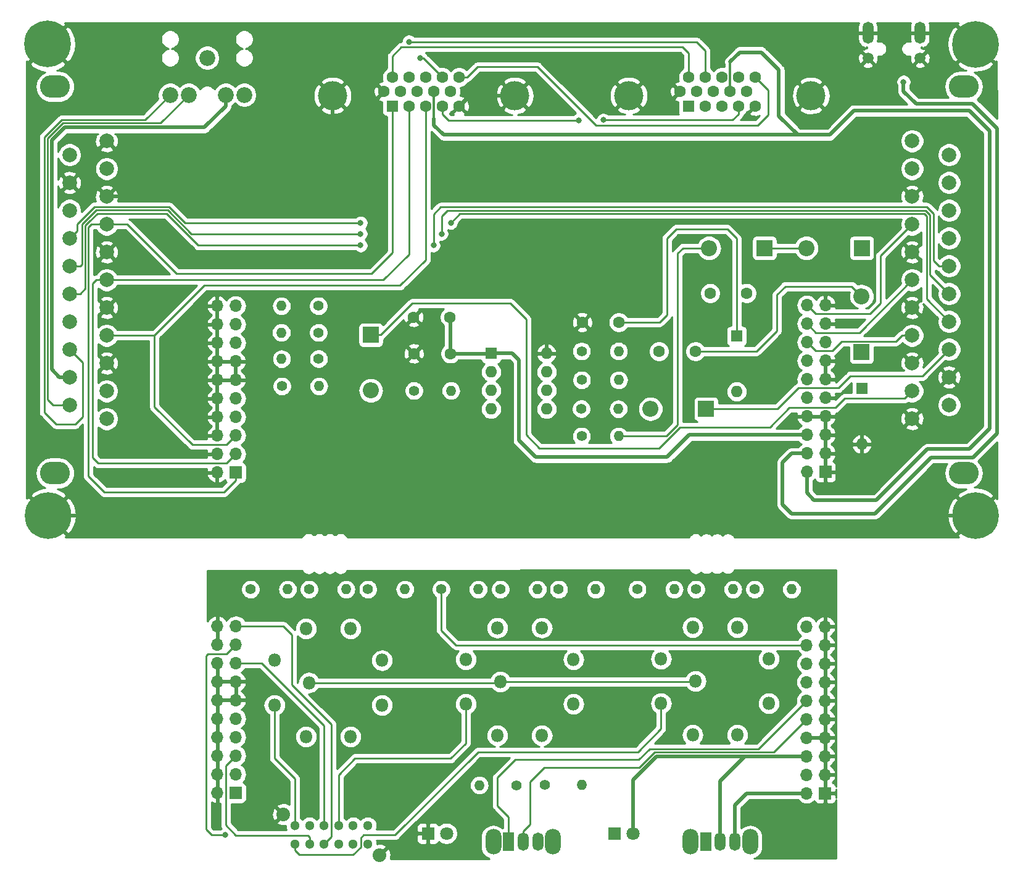
<source format=gbr>
G04 #@! TF.GenerationSoftware,KiCad,Pcbnew,(5.1.4)-1*
G04 #@! TF.CreationDate,2020-12-20T09:49:53+01:00*
G04 #@! TF.ProjectId,MonochromeRGB,4d6f6e6f-6368-4726-9f6d-655247422e6b,rev?*
G04 #@! TF.SameCoordinates,Original*
G04 #@! TF.FileFunction,Copper,L2,Bot*
G04 #@! TF.FilePolarity,Positive*
%FSLAX46Y46*%
G04 Gerber Fmt 4.6, Leading zero omitted, Abs format (unit mm)*
G04 Created by KiCad (PCBNEW (5.1.4)-1) date 2020-12-20 09:49:53*
%MOMM*%
%LPD*%
G04 APERTURE LIST*
%ADD10O,1.500000X3.000000*%
%ADD11C,1.500000*%
%ADD12O,1.800000X1.800000*%
%ADD13C,1.300000*%
%ADD14C,1.875000*%
%ADD15O,4.100000X3.100000*%
%ADD16C,1.998980*%
%ADD17C,2.184400*%
%ADD18O,2.200000X3.500000*%
%ADD19O,1.500000X2.500000*%
%ADD20R,1.500000X2.500000*%
%ADD21O,1.400000X1.400000*%
%ADD22C,1.400000*%
%ADD23O,2.200000X2.200000*%
%ADD24R,2.200000X2.200000*%
%ADD25C,1.600000*%
%ADD26R,1.800000X1.800000*%
%ADD27C,1.800000*%
%ADD28O,1.700000X1.700000*%
%ADD29R,1.700000X1.700000*%
%ADD30O,1.600000X1.600000*%
%ADD31R,1.600000X1.600000*%
%ADD32C,6.400000*%
%ADD33C,0.800000*%
%ADD34C,4.000000*%
%ADD35C,0.500000*%
%ADD36C,0.250000*%
%ADD37C,0.350000*%
%ADD38C,0.254000*%
G04 APERTURE END LIST*
D10*
X203434900Y-31942100D03*
X196284900Y-31942100D03*
D11*
X203434900Y-35442100D03*
X196284900Y-35442100D03*
D12*
X172226473Y-128234076D03*
X167896904Y-123904507D03*
X167896904Y-117781573D03*
X172226473Y-113452004D03*
X178349407Y-113452004D03*
X182678976Y-117781573D03*
X182678976Y-123904507D03*
X178349407Y-128234076D03*
X172637940Y-120843040D03*
X145429473Y-128310276D03*
X141099904Y-123980707D03*
X141099904Y-117857773D03*
X145429473Y-113528204D03*
X151552407Y-113528204D03*
X155881976Y-117857773D03*
X155881976Y-123980707D03*
X151552407Y-128310276D03*
X145840940Y-120919240D03*
X119165873Y-128449976D03*
X114836304Y-124120407D03*
X114836304Y-117997473D03*
X119165873Y-113667904D03*
X125288807Y-113667904D03*
X129618376Y-117997473D03*
X129618376Y-124120407D03*
X125288807Y-128449976D03*
X119577340Y-121058940D03*
D13*
X117655340Y-140655040D03*
X119655340Y-140655040D03*
X121655340Y-140655040D03*
X123655340Y-140655040D03*
X125655340Y-140655040D03*
X127655340Y-140655040D03*
X117655340Y-143155040D03*
X119655340Y-143155040D03*
X121655340Y-143155040D03*
X123655340Y-143155040D03*
X125655340Y-143155040D03*
X127655340Y-143155040D03*
D14*
X116055340Y-139105040D03*
X129255340Y-144705040D03*
D15*
X209425540Y-92323920D03*
X209425540Y-39324280D03*
D16*
X202346560Y-84874100D03*
X207426560Y-82969100D03*
X202346560Y-81064100D03*
X207426560Y-79159100D03*
X202346560Y-77254100D03*
X207426560Y-75349100D03*
X202346560Y-73444100D03*
X207426560Y-71539100D03*
X202346560Y-69634100D03*
X207426560Y-67729100D03*
X202346560Y-65824100D03*
X207426560Y-63919100D03*
X202346560Y-62014100D03*
X207426560Y-60109100D03*
X202346560Y-58204100D03*
X207426560Y-56299100D03*
X202346560Y-54394100D03*
X207426560Y-52489100D03*
X202346560Y-50584100D03*
X207426560Y-48679100D03*
X202346560Y-46774100D03*
D15*
X84744560Y-39324280D03*
X84744560Y-92323920D03*
D16*
X91823540Y-46774100D03*
X86743540Y-48679100D03*
X91823540Y-50584100D03*
X86743540Y-52489100D03*
X91823540Y-54394100D03*
X86743540Y-56299100D03*
X91823540Y-58204100D03*
X86743540Y-60109100D03*
X91823540Y-62014100D03*
X86743540Y-63919100D03*
X91823540Y-65824100D03*
X86743540Y-67729100D03*
X91823540Y-69634100D03*
X86743540Y-71539100D03*
X91823540Y-73444100D03*
X86743540Y-75349100D03*
X91823540Y-77254100D03*
X86743540Y-79159100D03*
X91823540Y-81064100D03*
X86743540Y-82969100D03*
X91823540Y-84874100D03*
D17*
X110693200Y-40462200D03*
X108153200Y-40462200D03*
X103073200Y-40462200D03*
X100533200Y-40462200D03*
X105613200Y-35382200D03*
D18*
X180117940Y-142890240D03*
X171917940Y-142890240D03*
D19*
X178017940Y-142890240D03*
X176017940Y-142890240D03*
D20*
X174017940Y-142890240D03*
D18*
X153079640Y-142890240D03*
X144879640Y-142890240D03*
D19*
X150979640Y-142890240D03*
X148979640Y-142890240D03*
D20*
X146979640Y-142890240D03*
D21*
X120942100Y-80403700D03*
D22*
X115862100Y-80403700D03*
D23*
X166456360Y-83520280D03*
D24*
X174076360Y-83520280D03*
D23*
X128071880Y-81000600D03*
D24*
X128071880Y-73380600D03*
D25*
X157087560Y-71638160D03*
X162087560Y-71638160D03*
X167623480Y-75625960D03*
X172623480Y-75625960D03*
X174638960Y-67645280D03*
X179638960Y-67645280D03*
X138979920Y-75925680D03*
X133979920Y-75925680D03*
X138944360Y-70942200D03*
X133944360Y-70942200D03*
D26*
X161508440Y-141734540D03*
D27*
X164048440Y-141734540D03*
D26*
X135905240Y-141734540D03*
D27*
X138445240Y-141734540D03*
D28*
X107000040Y-113299240D03*
X109540040Y-113299240D03*
X107000040Y-115839240D03*
X109540040Y-115839240D03*
X107000040Y-118379240D03*
X109540040Y-118379240D03*
X107000040Y-120919240D03*
X109540040Y-120919240D03*
X107000040Y-123459240D03*
X109540040Y-123459240D03*
X107000040Y-125999240D03*
X109540040Y-125999240D03*
X107000040Y-128539240D03*
X109540040Y-128539240D03*
X107000040Y-131079240D03*
X109540040Y-131079240D03*
X107000040Y-133619240D03*
X109540040Y-133619240D03*
X107000040Y-136159240D03*
D29*
X109540040Y-136159240D03*
D28*
X187921900Y-69303900D03*
X190461900Y-69303900D03*
X187921900Y-71843900D03*
X190461900Y-71843900D03*
X187921900Y-74383900D03*
X190461900Y-74383900D03*
X187921900Y-76923900D03*
X190461900Y-76923900D03*
X187921900Y-79463900D03*
X190461900Y-79463900D03*
X187921900Y-82003900D03*
X190461900Y-82003900D03*
X187921900Y-84543900D03*
X190461900Y-84543900D03*
X187921900Y-87083900D03*
X190461900Y-87083900D03*
X187921900Y-89623900D03*
X190461900Y-89623900D03*
X187921900Y-92163900D03*
D29*
X190461900Y-92163900D03*
D28*
X187860940Y-113362740D03*
X190400940Y-113362740D03*
X187860940Y-115902740D03*
X190400940Y-115902740D03*
X187860940Y-118442740D03*
X190400940Y-118442740D03*
X187860940Y-120982740D03*
X190400940Y-120982740D03*
X187860940Y-123522740D03*
X190400940Y-123522740D03*
X187860940Y-126062740D03*
X190400940Y-126062740D03*
X187860940Y-128602740D03*
X190400940Y-128602740D03*
X187860940Y-131142740D03*
X190400940Y-131142740D03*
X187860940Y-133682740D03*
X190400940Y-133682740D03*
X187860940Y-136222740D03*
D29*
X190400940Y-136222740D03*
D21*
X157053280Y-135061960D03*
D22*
X151973280Y-135061960D03*
D21*
X142968980Y-135112760D03*
D22*
X148048980Y-135112760D03*
D21*
X162041840Y-83520280D03*
D22*
X156961840Y-83520280D03*
D21*
X162067240Y-87259160D03*
D22*
X156987240Y-87259160D03*
D21*
X162079940Y-79552800D03*
D22*
X156999940Y-79552800D03*
D21*
X162067240Y-75603100D03*
D22*
X156987240Y-75603100D03*
D21*
X139059920Y-81010760D03*
D22*
X133979920Y-81010760D03*
D21*
X185816240Y-108257340D03*
D22*
X180736240Y-108257340D03*
D21*
X158930340Y-108257340D03*
D22*
X153850340Y-108257340D03*
D21*
X132755640Y-108257340D03*
D22*
X127675640Y-108257340D03*
D21*
X177764440Y-108257340D03*
D22*
X172684440Y-108257340D03*
D21*
X150929340Y-108257340D03*
D22*
X145849340Y-108257340D03*
D21*
X124678440Y-108257340D03*
D22*
X119598440Y-108257340D03*
D21*
X169699940Y-108257340D03*
D22*
X164619940Y-108257340D03*
D21*
X142801340Y-108257340D03*
D22*
X137721340Y-108257340D03*
D21*
X116652040Y-108257340D03*
D22*
X111572040Y-108257340D03*
D21*
X115808760Y-69402960D03*
D22*
X120888760Y-69402960D03*
D21*
X115798600Y-73050400D03*
D22*
X120878600Y-73050400D03*
D21*
X115829080Y-76657200D03*
D22*
X120909080Y-76657200D03*
D30*
X152196800Y-75920600D03*
X144576800Y-83540600D03*
X152196800Y-78460600D03*
X144576800Y-81000600D03*
X152196800Y-81000600D03*
X144576800Y-78460600D03*
X152196800Y-83540600D03*
D31*
X144576800Y-75920600D03*
D30*
X195440300Y-88353900D03*
D31*
X195440300Y-80733900D03*
D30*
X178269900Y-81140300D03*
D31*
X178269900Y-73520300D03*
D23*
X195414900Y-68072000D03*
D24*
X195414900Y-75692000D03*
D23*
X187820300Y-61455300D03*
D24*
X195440300Y-61455300D03*
D23*
X174467520Y-61462920D03*
D24*
X182087520Y-61462920D03*
D29*
X109524800Y-92252800D03*
D28*
X106984800Y-92252800D03*
X109524800Y-89712800D03*
X106984800Y-89712800D03*
X109524800Y-87172800D03*
X106984800Y-87172800D03*
X109524800Y-84632800D03*
X106984800Y-84632800D03*
X109524800Y-82092800D03*
X106984800Y-82092800D03*
X109524800Y-79552800D03*
X106984800Y-79552800D03*
X109524800Y-77012800D03*
X106984800Y-77012800D03*
X109524800Y-74472800D03*
X106984800Y-74472800D03*
X109524800Y-71932800D03*
X106984800Y-71932800D03*
X109524800Y-69392800D03*
X106984800Y-69392800D03*
D32*
X83731100Y-33502600D03*
D33*
X86131100Y-33502600D03*
X85428156Y-35199656D03*
X83731100Y-35902600D03*
X82034044Y-35199656D03*
X81331100Y-33502600D03*
X82034044Y-31805544D03*
X83731100Y-31102600D03*
X85428156Y-31805544D03*
D32*
X83832700Y-98132900D03*
D33*
X86232700Y-98132900D03*
X85529756Y-99829956D03*
X83832700Y-100532900D03*
X82135644Y-99829956D03*
X81432700Y-98132900D03*
X82135644Y-96435844D03*
X83832700Y-95732900D03*
X85529756Y-96435844D03*
D32*
X211023200Y-33515300D03*
D33*
X213423200Y-33515300D03*
X212720256Y-35212356D03*
X211023200Y-35915300D03*
X209326144Y-35212356D03*
X208623200Y-33515300D03*
X209326144Y-31818244D03*
X211023200Y-31115300D03*
X212720256Y-31818244D03*
D32*
X211035900Y-98132900D03*
D33*
X213435900Y-98132900D03*
X212732956Y-99829956D03*
X211035900Y-100532900D03*
X209338844Y-99829956D03*
X208635900Y-98132900D03*
X209338844Y-96435844D03*
X211035900Y-95732900D03*
X212732956Y-96435844D03*
D31*
X171653200Y-41986200D03*
D25*
X173943200Y-41986200D03*
X176233200Y-41986200D03*
X178523200Y-41986200D03*
X180813200Y-41986200D03*
X170508200Y-40006200D03*
X172798200Y-40006200D03*
X175088200Y-40006200D03*
X177378200Y-40006200D03*
X179668200Y-40006200D03*
X171653200Y-38026200D03*
X173943200Y-38026200D03*
X176233200Y-38026200D03*
X178523200Y-38026200D03*
X180813200Y-38026200D03*
D34*
X188468200Y-40566200D03*
X163468200Y-40566200D03*
D31*
X131013200Y-41986200D03*
D25*
X133303200Y-41986200D03*
X135593200Y-41986200D03*
X137883200Y-41986200D03*
X140173200Y-41986200D03*
X129868200Y-40006200D03*
X132158200Y-40006200D03*
X134448200Y-40006200D03*
X136738200Y-40006200D03*
X139028200Y-40006200D03*
X131013200Y-38026200D03*
X133303200Y-38026200D03*
X135593200Y-38026200D03*
X137883200Y-38026200D03*
X140173200Y-38026200D03*
D34*
X147828200Y-40566200D03*
X122828200Y-40566200D03*
D33*
X134843520Y-35382200D03*
X133304280Y-33177480D03*
X156601160Y-43936920D03*
X159979360Y-43916600D03*
X108117640Y-141909800D03*
X201178160Y-38689280D03*
X126664720Y-58008520D03*
X139044680Y-58008520D03*
X126669800Y-59507120D03*
X137779760Y-59512200D03*
X126674880Y-61097160D03*
X136672320Y-61097160D03*
D35*
X141593200Y-40566200D02*
X140173200Y-41986200D01*
X147828200Y-40566200D02*
X141593200Y-40566200D01*
X206510417Y-98132900D02*
X204353957Y-100289360D01*
X211035900Y-98132900D02*
X206510417Y-98132900D01*
X88358183Y-98132900D02*
X83832700Y-98132900D01*
X90514643Y-100289360D02*
X88358183Y-98132900D01*
X204353957Y-100289360D02*
X90514643Y-100289360D01*
X91823540Y-54394100D02*
X119118380Y-54394100D01*
X122828200Y-50684280D02*
X122828200Y-40566200D01*
X119118380Y-54394100D02*
X122828200Y-50684280D01*
D36*
X182095140Y-61455300D02*
X182087520Y-61462920D01*
X187820300Y-61455300D02*
X182095140Y-61455300D01*
X172623480Y-75625960D02*
X180977540Y-75625960D01*
X180977540Y-75625960D02*
X183794400Y-72809100D01*
X183794400Y-72809100D02*
X183794400Y-67868800D01*
X183794400Y-67868800D02*
X184950100Y-66713100D01*
X194056000Y-66713100D02*
X195414900Y-68072000D01*
X184950100Y-66713100D02*
X194056000Y-66713100D01*
X162087560Y-71638160D02*
X167693340Y-71638160D01*
X167693340Y-71638160D02*
X168706800Y-70624700D01*
X168706800Y-70624700D02*
X168706800Y-60121800D01*
X168706800Y-60121800D02*
X169951400Y-58877200D01*
X169951400Y-58877200D02*
X176974500Y-58877200D01*
X178269900Y-60172600D02*
X178269900Y-73520300D01*
X176974500Y-58877200D02*
X178269900Y-60172600D01*
X171455080Y-61462920D02*
X174467520Y-61462920D01*
X170921680Y-61462920D02*
X171455080Y-61462920D01*
X170185080Y-62199520D02*
X170921680Y-61462920D01*
X162006280Y-87259160D02*
X168630600Y-87259160D01*
X170185080Y-85704680D02*
X170185080Y-62199520D01*
X168630600Y-87259160D02*
X170185080Y-85704680D01*
X146979640Y-142890240D02*
X146979640Y-139491720D01*
X146979640Y-139491720D02*
X145415000Y-137927080D01*
X145415000Y-137927080D02*
X145415000Y-134086600D01*
X145415000Y-134086600D02*
X147919440Y-131582160D01*
X147919440Y-131582160D02*
X164856160Y-131582160D01*
X187010941Y-124372739D02*
X187860940Y-123522740D01*
X181265960Y-130117720D02*
X187010941Y-124372739D01*
X166320600Y-130117720D02*
X181265960Y-130117720D01*
X164856160Y-131582160D02*
X166320600Y-130117720D01*
X141304570Y-38026200D02*
X142734450Y-36596320D01*
X140173200Y-38026200D02*
X141304570Y-38026200D01*
X142734450Y-36596320D02*
X150906480Y-36596320D01*
X150906480Y-36596320D02*
X158963360Y-44653200D01*
X158963360Y-44653200D02*
X181147720Y-44653200D01*
X181147720Y-44653200D02*
X182565040Y-43235880D01*
X182565040Y-39778040D02*
X180813200Y-38026200D01*
X182565040Y-43235880D02*
X182565040Y-39778040D01*
X135239200Y-35382200D02*
X134843520Y-35382200D01*
X137883200Y-38026200D02*
X135239200Y-35382200D01*
X173943200Y-36894830D02*
X173939200Y-36890830D01*
X173943200Y-38026200D02*
X173943200Y-36894830D01*
X173939200Y-36890830D02*
X173939200Y-34396680D01*
X173939200Y-34396680D02*
X172750480Y-33207960D01*
X172750480Y-33207960D02*
X133304280Y-33207960D01*
X171653200Y-34726880D02*
X171653200Y-38026200D01*
X170855640Y-33929320D02*
X171653200Y-34726880D01*
X132262880Y-33929320D02*
X170855640Y-33929320D01*
X131013200Y-38026200D02*
X131013200Y-35179000D01*
X131013200Y-35179000D02*
X132262880Y-33929320D01*
D35*
X187921900Y-92163900D02*
X187921900Y-95059500D01*
X187921900Y-95059500D02*
X188899800Y-96037400D01*
X188899800Y-96037400D02*
X197434200Y-96037400D01*
X197434200Y-96037400D02*
X204434440Y-89037160D01*
X204434440Y-89037160D02*
X210179920Y-89037160D01*
X210179920Y-89037160D02*
X212963760Y-86253320D01*
X212963760Y-86253320D02*
X212963760Y-45405040D01*
X212963760Y-45405040D02*
X210179920Y-42621200D01*
X210179920Y-42621200D02*
X194376040Y-42621200D01*
X194376040Y-42621200D02*
X191053720Y-45943520D01*
X186659520Y-45943520D02*
X184053480Y-43337480D01*
X184053480Y-43337480D02*
X184053480Y-37048440D01*
X184053480Y-37048440D02*
X181625240Y-34620200D01*
X181625240Y-34620200D02*
X178663600Y-34620200D01*
X178663600Y-34620200D02*
X177388520Y-35895280D01*
D36*
X177378200Y-35905600D02*
X177388520Y-35895280D01*
D37*
X177378200Y-40006200D02*
X177378200Y-35905600D01*
X136738200Y-40006200D02*
X136738200Y-43723400D01*
D35*
X136738200Y-43723400D02*
X136738200Y-44622560D01*
X138059160Y-45943520D02*
X187436760Y-45943520D01*
X136738200Y-44622560D02*
X138059160Y-45943520D01*
X191053720Y-45943520D02*
X187436760Y-45943520D01*
X187436760Y-45943520D02*
X186659520Y-45943520D01*
X178017940Y-142890240D02*
X178017940Y-137871700D01*
X179666900Y-136222740D02*
X187860940Y-136222740D01*
X178017940Y-137871700D02*
X179666900Y-136222740D01*
D36*
X178523200Y-43117570D02*
X177724170Y-43916600D01*
X178523200Y-41986200D02*
X178523200Y-43117570D01*
X177724170Y-43916600D02*
X159979360Y-43916600D01*
X137883200Y-43117570D02*
X138702550Y-43936920D01*
X137883200Y-41986200D02*
X137883200Y-43117570D01*
X138702550Y-43936920D02*
X156601160Y-43936920D01*
X156601160Y-43936920D02*
X156601160Y-43936920D01*
X159979360Y-43916600D02*
X159979360Y-43916600D01*
X91823540Y-73444100D02*
X98386900Y-73444100D01*
X98386900Y-73444100D02*
X105237280Y-66593720D01*
X105237280Y-66593720D02*
X132090160Y-66593720D01*
X135593200Y-43117570D02*
X135593200Y-41986200D01*
X135593200Y-63090680D02*
X135593200Y-43117570D01*
X132090160Y-66593720D02*
X135593200Y-63090680D01*
X119655340Y-142235802D02*
X119400458Y-141980920D01*
X119655340Y-143155040D02*
X119655340Y-142235802D01*
X119400458Y-141980920D02*
X109570520Y-141980920D01*
X108690041Y-131929239D02*
X109540040Y-131079240D01*
X108175041Y-132444239D02*
X108690041Y-131929239D01*
X108175041Y-140585441D02*
X108175041Y-132444239D01*
X109570520Y-141980920D02*
X108175041Y-140585441D01*
X109524800Y-87172800D02*
X108254800Y-88442800D01*
X108254800Y-88442800D02*
X103571040Y-88442800D01*
X98386900Y-83258660D02*
X98386900Y-73444100D01*
X103571040Y-88442800D02*
X98386900Y-83258660D01*
X91823540Y-65824100D02*
X129806700Y-65824100D01*
X133303200Y-62327600D02*
X133303200Y-41986200D01*
X129806700Y-65824100D02*
X133303200Y-62327600D01*
X90410048Y-65824100D02*
X91823540Y-65824100D01*
X89885520Y-66348628D02*
X90410048Y-65824100D01*
X89885520Y-90180160D02*
X89885520Y-66348628D01*
X90688160Y-90982800D02*
X89885520Y-90180160D01*
X109524800Y-89712800D02*
X108254800Y-90982800D01*
X108254800Y-90982800D02*
X90688160Y-90982800D01*
X131013200Y-55057040D02*
X131013200Y-41986200D01*
X89684860Y-58204100D02*
X91823540Y-58204100D01*
X109524800Y-93352800D02*
X107937480Y-94940120D01*
X109524800Y-92252800D02*
X109524800Y-93352800D01*
X107937480Y-94940120D02*
X91485720Y-94940120D01*
X91485720Y-94940120D02*
X89311480Y-92765880D01*
X89311480Y-92765880D02*
X89311480Y-58577480D01*
X89311480Y-58577480D02*
X89684860Y-58204100D01*
X91823540Y-58204100D02*
X94663260Y-58204100D01*
X94663260Y-58204100D02*
X101391720Y-64932560D01*
X101391720Y-64932560D02*
X128183640Y-64932560D01*
X131013200Y-62103000D02*
X131013200Y-55057040D01*
X128183640Y-64932560D02*
X131013200Y-62103000D01*
X167896904Y-127367936D02*
X167896904Y-123904507D01*
X164697108Y-130567732D02*
X167896904Y-127367936D01*
X142781988Y-130567732D02*
X164697108Y-130567732D01*
X131404360Y-141945360D02*
X142781988Y-130567732D01*
X127060960Y-141945360D02*
X131404360Y-141945360D01*
X117655340Y-144074278D02*
X118228982Y-144647920D01*
X117655340Y-143155040D02*
X117655340Y-144074278D01*
X118228982Y-144647920D02*
X125655460Y-144647920D01*
X126680339Y-143623041D02*
X126680339Y-142325981D01*
X125655460Y-144647920D02*
X126680339Y-143623041D01*
X126680339Y-142325981D02*
X127060960Y-141945360D01*
X198028560Y-62522100D02*
X198028560Y-69047360D01*
X202346560Y-58204100D02*
X198028560Y-62522100D01*
X188771899Y-70153899D02*
X187921900Y-69303900D01*
X189096901Y-70478901D02*
X188771899Y-70153899D01*
X196597019Y-70478901D02*
X189096901Y-70478901D01*
X198028560Y-69047360D02*
X196597019Y-70478901D01*
X123655340Y-139735802D02*
X123652280Y-139732742D01*
X123655340Y-140655040D02*
X123655340Y-139735802D01*
X123652280Y-139732742D02*
X123652280Y-133695440D01*
X123652280Y-133695440D02*
X125907800Y-131439920D01*
X125907800Y-131439920D02*
X139014200Y-131439920D01*
X141099904Y-129354216D02*
X141099904Y-123980707D01*
X139014200Y-131439920D02*
X141099904Y-129354216D01*
X186658859Y-115902740D02*
X186641079Y-115920520D01*
X187860940Y-115902740D02*
X186658859Y-115902740D01*
X186641079Y-115920520D02*
X139760960Y-115920520D01*
X137721340Y-113880900D02*
X137721340Y-108257340D01*
X139760960Y-115920520D02*
X137721340Y-113880900D01*
X202346560Y-65824100D02*
X195089780Y-73080880D01*
X189158880Y-73080880D02*
X187921900Y-71843900D01*
X195089780Y-73080880D02*
X189158880Y-73080880D01*
X117655340Y-140655040D02*
X117655340Y-134231380D01*
X114836304Y-131412344D02*
X114836304Y-124120407D01*
X117655340Y-134231380D02*
X114836304Y-131412344D01*
X200110169Y-74266999D02*
X192692081Y-74266999D01*
X202346560Y-73444100D02*
X200933068Y-73444100D01*
X200933068Y-73444100D02*
X200110169Y-74266999D01*
X188771899Y-75233899D02*
X187921900Y-74383900D01*
X189096901Y-75558901D02*
X188771899Y-75233899D01*
X191400179Y-75558901D02*
X189096901Y-75558901D01*
X192692081Y-74266999D02*
X191400179Y-75558901D01*
D35*
X108153200Y-42006804D02*
X105247724Y-44912280D01*
X108153200Y-40462200D02*
X108153200Y-42006804D01*
X105247724Y-44912280D02*
X86045040Y-44912280D01*
X86045040Y-44912280D02*
X84277200Y-46680120D01*
X84277200Y-46680120D02*
X84277200Y-78120240D01*
X85316060Y-79159100D02*
X86743540Y-79159100D01*
X84277200Y-78120240D02*
X85316060Y-79159100D01*
D36*
X85806864Y-44337270D02*
X83702190Y-46441944D01*
X103073200Y-40462200D02*
X99198130Y-44337270D01*
X99198130Y-44337270D02*
X85806864Y-44337270D01*
X83702190Y-46441944D02*
X83702190Y-82193430D01*
X84477860Y-82969100D02*
X86743540Y-82969100D01*
X83702190Y-82193430D02*
X84477860Y-82969100D01*
X97108140Y-43887260D02*
X100533200Y-40462200D01*
X85620464Y-43887260D02*
X97108140Y-43887260D01*
X83252181Y-46255543D02*
X85620464Y-43887260D01*
X88544400Y-77149960D02*
X88544400Y-84566760D01*
X86743540Y-75349100D02*
X88544400Y-77149960D01*
X88544400Y-84566760D02*
X87482680Y-85628480D01*
X87482680Y-85628480D02*
X84891880Y-85628480D01*
X84891880Y-85628480D02*
X83252180Y-83988780D01*
X83252180Y-83988780D02*
X83252181Y-46255543D01*
X122630341Y-142180039D02*
X122630341Y-138368181D01*
X121655340Y-143155040D02*
X122630341Y-142180039D01*
X122630341Y-138368181D02*
X122631200Y-138367322D01*
X122631200Y-138367322D02*
X122631200Y-126740920D01*
X122631200Y-126740920D02*
X117221000Y-121330720D01*
X117221000Y-121330720D02*
X117221000Y-114472720D01*
X116047520Y-113299240D02*
X109540040Y-113299240D01*
X117221000Y-114472720D02*
X116047520Y-113299240D01*
X108285280Y-117094000D02*
X109540040Y-115839240D01*
X105730040Y-117094000D02*
X108285280Y-117094000D01*
X105491280Y-117332760D02*
X105730040Y-117094000D01*
X105491280Y-141193520D02*
X105491280Y-117332760D01*
X108117640Y-141909800D02*
X106207560Y-141909800D01*
X106207560Y-141909800D02*
X105491280Y-141193520D01*
X113060480Y-118379240D02*
X111023400Y-118379240D01*
X121655340Y-126974100D02*
X113060480Y-118379240D01*
X121655340Y-140655040D02*
X121655340Y-126974100D01*
X111312960Y-118379240D02*
X111023400Y-118379240D01*
X111023400Y-118379240D02*
X109540040Y-118379240D01*
X172561740Y-120919240D02*
X172637940Y-120843040D01*
X145840940Y-120919240D02*
X172561740Y-120919240D01*
X145701240Y-121058940D02*
X145840940Y-120919240D01*
X119577340Y-121058940D02*
X145701240Y-121058940D01*
D35*
X202879960Y-41686480D02*
X201178160Y-39984680D01*
X210657440Y-41686480D02*
X202879960Y-41686480D01*
X201178160Y-39984680D02*
X201178160Y-39254965D01*
X213995000Y-45024040D02*
X210657440Y-41686480D01*
X213995000Y-86862920D02*
X213995000Y-45024040D01*
X210677760Y-90180160D02*
X213995000Y-86862920D01*
X204962760Y-90180160D02*
X210677760Y-90180160D01*
X187921900Y-89623900D02*
X185783220Y-89623900D01*
X185783220Y-89623900D02*
X184571640Y-90835480D01*
X184571640Y-90835480D02*
X184571640Y-96626680D01*
X201178160Y-39254965D02*
X201178160Y-38689280D01*
X184571640Y-96626680D02*
X185806080Y-97861120D01*
X185806080Y-97861120D02*
X197281800Y-97861120D01*
X197281800Y-97861120D02*
X204962760Y-90180160D01*
X138979920Y-75925680D02*
X138979920Y-70977760D01*
X138979920Y-75925680D02*
X144571720Y-75925680D01*
X176017940Y-142890240D02*
X176017940Y-134532620D01*
X179407820Y-131142740D02*
X187860940Y-131142740D01*
X176017940Y-134532620D02*
X179407820Y-131142740D01*
X164048440Y-140461748D02*
X164063680Y-140446508D01*
X164048440Y-141734540D02*
X164048440Y-140461748D01*
X164063680Y-140446508D02*
X164063680Y-134376160D01*
X167297100Y-131142740D02*
X187860940Y-131142740D01*
X164063680Y-134376160D02*
X167297100Y-131142740D01*
X187921900Y-87083900D02*
X171780200Y-87083900D01*
X171780200Y-87083900D02*
X168744900Y-90119200D01*
X168744900Y-90119200D02*
X150698200Y-90119200D01*
X150698200Y-90119200D02*
X148399500Y-87820500D01*
X148399500Y-87820500D02*
X148399500Y-76847700D01*
X147472400Y-75920600D02*
X144576800Y-75920600D01*
X148399500Y-76847700D02*
X147472400Y-75920600D01*
D36*
X148979640Y-141390240D02*
X149915880Y-140454000D01*
X148979640Y-142890240D02*
X148979640Y-141390240D01*
X149915880Y-140454000D02*
X149915880Y-134609840D01*
X164937054Y-132689600D02*
X167058924Y-130567730D01*
X149915880Y-134609840D02*
X151836120Y-132689600D01*
X151836120Y-132689600D02*
X164937054Y-132689600D01*
X183355950Y-130567730D02*
X187860940Y-126062740D01*
X167058924Y-130567730D02*
X183355950Y-130567730D01*
X201347071Y-82063589D02*
X193099691Y-82063589D01*
X202346560Y-81064100D02*
X201347071Y-82063589D01*
X191794381Y-83368899D02*
X185485021Y-83368899D01*
X193099691Y-82063589D02*
X191794381Y-83368899D01*
X185485021Y-83368899D02*
X182849520Y-86004400D01*
X170521770Y-86004400D02*
X167600770Y-88925400D01*
X182849520Y-86004400D02*
X170521770Y-86004400D01*
X167600770Y-88925400D02*
X151211280Y-88925400D01*
X151211280Y-88925400D02*
X149382480Y-87096600D01*
X149382480Y-87096600D02*
X149382480Y-71206360D01*
X149382480Y-71206360D02*
X147223480Y-69047360D01*
X129421880Y-73380600D02*
X128071880Y-73380600D01*
X133755120Y-69047360D02*
X129421880Y-73380600D01*
X147223480Y-69047360D02*
X133755120Y-69047360D01*
X203786740Y-78988920D02*
X207426560Y-75349100D01*
X193878200Y-78988920D02*
X203786740Y-78988920D01*
X192228219Y-80638901D02*
X193878200Y-78988920D01*
X186741819Y-80638901D02*
X192228219Y-80638901D01*
X174076360Y-83520280D02*
X183860440Y-83520280D01*
X183860440Y-83520280D02*
X186741819Y-80638901D01*
X204332840Y-68445380D02*
X207426560Y-71539100D01*
X198036610Y-56777050D02*
X198038720Y-56779160D01*
X203271120Y-56779160D02*
X203281280Y-56789320D01*
X203281280Y-56789320D02*
X204030300Y-56789320D01*
X204030300Y-56789320D02*
X204332840Y-57091860D01*
X198038720Y-56779160D02*
X203271120Y-56779160D01*
X204332840Y-57091860D02*
X204332840Y-68445380D01*
X90124280Y-55808880D02*
X94889320Y-55808880D01*
X87743029Y-58190131D02*
X90124280Y-55808880D01*
X86743540Y-60109100D02*
X87743029Y-59109611D01*
X87743029Y-59109611D02*
X87743029Y-58190131D01*
X100388700Y-55808880D02*
X98364040Y-55808880D01*
X102588340Y-58008520D02*
X100388700Y-55808880D01*
X126664720Y-58008520D02*
X102588340Y-58008520D01*
X94889320Y-55808880D02*
X98364040Y-55808880D01*
X98364040Y-55808880D02*
X98450400Y-55808880D01*
X140274040Y-56779160D02*
X139044680Y-58008520D01*
X198038720Y-56779160D02*
X140274040Y-56779160D01*
X90571320Y-56271160D02*
X94170780Y-56271160D01*
X86743540Y-63919100D02*
X88157032Y-63919100D01*
X88157032Y-63919100D02*
X88411460Y-63664672D01*
X88411460Y-63664672D02*
X88411460Y-60700920D01*
X88411460Y-60700920D02*
X88411462Y-58204678D01*
X90359519Y-56263111D02*
X90571320Y-56263111D01*
X89318548Y-57304082D02*
X90359519Y-56263111D01*
X88411462Y-58204678D02*
X89312058Y-57304082D01*
X89312058Y-57304082D02*
X89318548Y-57304082D01*
X100206520Y-56263110D02*
X94170780Y-56263110D01*
X103450530Y-59507120D02*
X100206520Y-56263110D01*
X126099035Y-59507120D02*
X103450530Y-59507120D01*
X126099035Y-59507120D02*
X126669800Y-59507120D01*
X137779760Y-57099200D02*
X137779760Y-59512200D01*
X138551920Y-56327040D02*
X137779760Y-57099200D01*
X204204430Y-56327040D02*
X138551920Y-56327040D01*
X204797230Y-56919840D02*
X204204430Y-56327040D01*
X207426560Y-67729100D02*
X204797230Y-65099770D01*
X204797230Y-65099770D02*
X204797230Y-56919840D01*
X100020120Y-56713120D02*
X104404160Y-61097160D01*
X90545920Y-56713120D02*
X100020120Y-56713120D01*
X86743540Y-67729100D02*
X88157032Y-67729100D01*
X104404160Y-61097160D02*
X126674880Y-61097160D01*
X88861470Y-67024662D02*
X88861471Y-58391079D01*
X88861471Y-58391079D02*
X89498459Y-57754091D01*
X88157032Y-67729100D02*
X88861470Y-67024662D01*
X89498459Y-57754091D02*
X89504949Y-57754091D01*
X89504949Y-57754091D02*
X90545920Y-56713120D01*
X136672320Y-56829960D02*
X136672320Y-61097160D01*
X206013068Y-63919100D02*
X205247240Y-63153272D01*
X205247240Y-63153272D02*
X205247240Y-56733440D01*
X205247240Y-56733440D02*
X204363320Y-55849520D01*
X204363320Y-55849520D02*
X137652760Y-55849520D01*
X137652760Y-55849520D02*
X136672320Y-56829960D01*
X207426560Y-63919100D02*
X206013068Y-63919100D01*
D38*
G36*
X144903998Y-133522801D02*
G01*
X144875000Y-133546599D01*
X144851202Y-133575597D01*
X144851201Y-133575598D01*
X144780026Y-133662324D01*
X144709454Y-133794354D01*
X144685473Y-133873413D01*
X144665998Y-133937614D01*
X144655950Y-134039630D01*
X144651324Y-134086600D01*
X144655001Y-134123932D01*
X144655000Y-137889757D01*
X144651324Y-137927080D01*
X144655000Y-137964402D01*
X144655000Y-137964412D01*
X144665997Y-138076065D01*
X144701714Y-138193810D01*
X144709454Y-138219326D01*
X144780026Y-138351356D01*
X144819871Y-138399906D01*
X144874999Y-138467081D01*
X144904003Y-138490884D01*
X146219641Y-139806523D01*
X146219641Y-141003153D01*
X146117144Y-141013248D01*
X146112406Y-141007474D01*
X145848217Y-140790661D01*
X145546807Y-140629554D01*
X145219758Y-140530345D01*
X144879640Y-140496846D01*
X144539521Y-140530345D01*
X144212472Y-140629554D01*
X143911062Y-140790661D01*
X143646874Y-141007474D01*
X143430061Y-141271663D01*
X143268954Y-141573073D01*
X143169745Y-141900122D01*
X143144640Y-142155016D01*
X143144640Y-143625465D01*
X143169745Y-143880359D01*
X143268955Y-144207408D01*
X143430062Y-144508818D01*
X143646875Y-144773006D01*
X143911063Y-144989819D01*
X144212473Y-145150926D01*
X144367682Y-145198008D01*
X130750525Y-145203931D01*
X130816467Y-144949226D01*
X130834109Y-144639973D01*
X130791079Y-144333221D01*
X130689032Y-144040758D01*
X130604188Y-143882025D01*
X130346175Y-143793810D01*
X129434945Y-144705040D01*
X129449088Y-144719183D01*
X129269483Y-144898788D01*
X129255340Y-144884645D01*
X129241198Y-144898788D01*
X129061593Y-144719183D01*
X129075735Y-144705040D01*
X129061593Y-144690898D01*
X129241198Y-144511293D01*
X129255340Y-144525435D01*
X130166570Y-143614205D01*
X130078355Y-143356192D01*
X129799394Y-143221548D01*
X129499526Y-143143913D01*
X129190273Y-143126271D01*
X128940340Y-143161331D01*
X128940340Y-143028479D01*
X128890959Y-142780219D01*
X128859951Y-142705360D01*
X131367038Y-142705360D01*
X131404360Y-142709036D01*
X131441682Y-142705360D01*
X131441693Y-142705360D01*
X131553346Y-142694363D01*
X131696607Y-142650906D01*
X131727225Y-142634540D01*
X134367168Y-142634540D01*
X134379428Y-142759022D01*
X134415738Y-142878720D01*
X134474703Y-142989034D01*
X134554055Y-143085725D01*
X134650746Y-143165077D01*
X134761060Y-143224042D01*
X134880758Y-143260352D01*
X135005240Y-143272612D01*
X135619490Y-143269540D01*
X135778240Y-143110790D01*
X135778240Y-141861540D01*
X134528990Y-141861540D01*
X134370240Y-142020290D01*
X134367168Y-142634540D01*
X131727225Y-142634540D01*
X131828636Y-142580334D01*
X131944361Y-142485361D01*
X131968164Y-142456357D01*
X133589981Y-140834540D01*
X134367168Y-140834540D01*
X134370240Y-141448790D01*
X134528990Y-141607540D01*
X135778240Y-141607540D01*
X135778240Y-140358290D01*
X136032240Y-140358290D01*
X136032240Y-141607540D01*
X136052240Y-141607540D01*
X136052240Y-141861540D01*
X136032240Y-141861540D01*
X136032240Y-143110790D01*
X136190990Y-143269540D01*
X136805240Y-143272612D01*
X136929722Y-143260352D01*
X137049420Y-143224042D01*
X137159734Y-143165077D01*
X137256425Y-143085725D01*
X137335777Y-142989034D01*
X137394742Y-142878720D01*
X137400296Y-142860413D01*
X137466735Y-142926852D01*
X137718145Y-143094839D01*
X137997497Y-143210551D01*
X138294056Y-143269540D01*
X138596424Y-143269540D01*
X138892983Y-143210551D01*
X139172335Y-143094839D01*
X139423745Y-142926852D01*
X139637552Y-142713045D01*
X139805539Y-142461635D01*
X139921251Y-142182283D01*
X139980240Y-141885724D01*
X139980240Y-141583356D01*
X139921251Y-141286797D01*
X139805539Y-141007445D01*
X139637552Y-140756035D01*
X139423745Y-140542228D01*
X139172335Y-140374241D01*
X138892983Y-140258529D01*
X138596424Y-140199540D01*
X138294056Y-140199540D01*
X137997497Y-140258529D01*
X137718145Y-140374241D01*
X137466735Y-140542228D01*
X137400296Y-140608667D01*
X137394742Y-140590360D01*
X137335777Y-140480046D01*
X137256425Y-140383355D01*
X137159734Y-140304003D01*
X137049420Y-140245038D01*
X136929722Y-140208728D01*
X136805240Y-140196468D01*
X136190990Y-140199540D01*
X136032240Y-140358290D01*
X135778240Y-140358290D01*
X135619490Y-140199540D01*
X135005240Y-140196468D01*
X134880758Y-140208728D01*
X134761060Y-140245038D01*
X134650746Y-140304003D01*
X134554055Y-140383355D01*
X134474703Y-140480046D01*
X134415738Y-140590360D01*
X134379428Y-140710058D01*
X134367168Y-140834540D01*
X133589981Y-140834540D01*
X139311761Y-135112760D01*
X141627521Y-135112760D01*
X141653297Y-135374466D01*
X141729633Y-135626114D01*
X141853598Y-135858035D01*
X142020425Y-136061315D01*
X142223705Y-136228142D01*
X142455626Y-136352107D01*
X142707274Y-136428443D01*
X142903401Y-136447760D01*
X143034559Y-136447760D01*
X143230686Y-136428443D01*
X143482334Y-136352107D01*
X143714255Y-136228142D01*
X143917535Y-136061315D01*
X144084362Y-135858035D01*
X144208327Y-135626114D01*
X144284663Y-135374466D01*
X144310439Y-135112760D01*
X144284663Y-134851054D01*
X144208327Y-134599406D01*
X144084362Y-134367485D01*
X143917535Y-134164205D01*
X143714255Y-133997378D01*
X143482334Y-133873413D01*
X143230686Y-133797077D01*
X143034559Y-133777760D01*
X142903401Y-133777760D01*
X142707274Y-133797077D01*
X142455626Y-133873413D01*
X142223705Y-133997378D01*
X142020425Y-134164205D01*
X141853598Y-134367485D01*
X141729633Y-134599406D01*
X141653297Y-134851054D01*
X141627521Y-135112760D01*
X139311761Y-135112760D01*
X143096790Y-131327732D01*
X147099066Y-131327732D01*
X144903998Y-133522801D01*
X144903998Y-133522801D01*
G37*
X144903998Y-133522801D02*
X144875000Y-133546599D01*
X144851202Y-133575597D01*
X144851201Y-133575598D01*
X144780026Y-133662324D01*
X144709454Y-133794354D01*
X144685473Y-133873413D01*
X144665998Y-133937614D01*
X144655950Y-134039630D01*
X144651324Y-134086600D01*
X144655001Y-134123932D01*
X144655000Y-137889757D01*
X144651324Y-137927080D01*
X144655000Y-137964402D01*
X144655000Y-137964412D01*
X144665997Y-138076065D01*
X144701714Y-138193810D01*
X144709454Y-138219326D01*
X144780026Y-138351356D01*
X144819871Y-138399906D01*
X144874999Y-138467081D01*
X144904003Y-138490884D01*
X146219641Y-139806523D01*
X146219641Y-141003153D01*
X146117144Y-141013248D01*
X146112406Y-141007474D01*
X145848217Y-140790661D01*
X145546807Y-140629554D01*
X145219758Y-140530345D01*
X144879640Y-140496846D01*
X144539521Y-140530345D01*
X144212472Y-140629554D01*
X143911062Y-140790661D01*
X143646874Y-141007474D01*
X143430061Y-141271663D01*
X143268954Y-141573073D01*
X143169745Y-141900122D01*
X143144640Y-142155016D01*
X143144640Y-143625465D01*
X143169745Y-143880359D01*
X143268955Y-144207408D01*
X143430062Y-144508818D01*
X143646875Y-144773006D01*
X143911063Y-144989819D01*
X144212473Y-145150926D01*
X144367682Y-145198008D01*
X130750525Y-145203931D01*
X130816467Y-144949226D01*
X130834109Y-144639973D01*
X130791079Y-144333221D01*
X130689032Y-144040758D01*
X130604188Y-143882025D01*
X130346175Y-143793810D01*
X129434945Y-144705040D01*
X129449088Y-144719183D01*
X129269483Y-144898788D01*
X129255340Y-144884645D01*
X129241198Y-144898788D01*
X129061593Y-144719183D01*
X129075735Y-144705040D01*
X129061593Y-144690898D01*
X129241198Y-144511293D01*
X129255340Y-144525435D01*
X130166570Y-143614205D01*
X130078355Y-143356192D01*
X129799394Y-143221548D01*
X129499526Y-143143913D01*
X129190273Y-143126271D01*
X128940340Y-143161331D01*
X128940340Y-143028479D01*
X128890959Y-142780219D01*
X128859951Y-142705360D01*
X131367038Y-142705360D01*
X131404360Y-142709036D01*
X131441682Y-142705360D01*
X131441693Y-142705360D01*
X131553346Y-142694363D01*
X131696607Y-142650906D01*
X131727225Y-142634540D01*
X134367168Y-142634540D01*
X134379428Y-142759022D01*
X134415738Y-142878720D01*
X134474703Y-142989034D01*
X134554055Y-143085725D01*
X134650746Y-143165077D01*
X134761060Y-143224042D01*
X134880758Y-143260352D01*
X135005240Y-143272612D01*
X135619490Y-143269540D01*
X135778240Y-143110790D01*
X135778240Y-141861540D01*
X134528990Y-141861540D01*
X134370240Y-142020290D01*
X134367168Y-142634540D01*
X131727225Y-142634540D01*
X131828636Y-142580334D01*
X131944361Y-142485361D01*
X131968164Y-142456357D01*
X133589981Y-140834540D01*
X134367168Y-140834540D01*
X134370240Y-141448790D01*
X134528990Y-141607540D01*
X135778240Y-141607540D01*
X135778240Y-140358290D01*
X136032240Y-140358290D01*
X136032240Y-141607540D01*
X136052240Y-141607540D01*
X136052240Y-141861540D01*
X136032240Y-141861540D01*
X136032240Y-143110790D01*
X136190990Y-143269540D01*
X136805240Y-143272612D01*
X136929722Y-143260352D01*
X137049420Y-143224042D01*
X137159734Y-143165077D01*
X137256425Y-143085725D01*
X137335777Y-142989034D01*
X137394742Y-142878720D01*
X137400296Y-142860413D01*
X137466735Y-142926852D01*
X137718145Y-143094839D01*
X137997497Y-143210551D01*
X138294056Y-143269540D01*
X138596424Y-143269540D01*
X138892983Y-143210551D01*
X139172335Y-143094839D01*
X139423745Y-142926852D01*
X139637552Y-142713045D01*
X139805539Y-142461635D01*
X139921251Y-142182283D01*
X139980240Y-141885724D01*
X139980240Y-141583356D01*
X139921251Y-141286797D01*
X139805539Y-141007445D01*
X139637552Y-140756035D01*
X139423745Y-140542228D01*
X139172335Y-140374241D01*
X138892983Y-140258529D01*
X138596424Y-140199540D01*
X138294056Y-140199540D01*
X137997497Y-140258529D01*
X137718145Y-140374241D01*
X137466735Y-140542228D01*
X137400296Y-140608667D01*
X137394742Y-140590360D01*
X137335777Y-140480046D01*
X137256425Y-140383355D01*
X137159734Y-140304003D01*
X137049420Y-140245038D01*
X136929722Y-140208728D01*
X136805240Y-140196468D01*
X136190990Y-140199540D01*
X136032240Y-140358290D01*
X135778240Y-140358290D01*
X135619490Y-140199540D01*
X135005240Y-140196468D01*
X134880758Y-140208728D01*
X134761060Y-140245038D01*
X134650746Y-140304003D01*
X134554055Y-140383355D01*
X134474703Y-140480046D01*
X134415738Y-140590360D01*
X134379428Y-140710058D01*
X134367168Y-140834540D01*
X133589981Y-140834540D01*
X139311761Y-135112760D01*
X141627521Y-135112760D01*
X141653297Y-135374466D01*
X141729633Y-135626114D01*
X141853598Y-135858035D01*
X142020425Y-136061315D01*
X142223705Y-136228142D01*
X142455626Y-136352107D01*
X142707274Y-136428443D01*
X142903401Y-136447760D01*
X143034559Y-136447760D01*
X143230686Y-136428443D01*
X143482334Y-136352107D01*
X143714255Y-136228142D01*
X143917535Y-136061315D01*
X144084362Y-135858035D01*
X144208327Y-135626114D01*
X144284663Y-135374466D01*
X144310439Y-135112760D01*
X144284663Y-134851054D01*
X144208327Y-134599406D01*
X144084362Y-134367485D01*
X143917535Y-134164205D01*
X143714255Y-133997378D01*
X143482334Y-133873413D01*
X143230686Y-133797077D01*
X143034559Y-133777760D01*
X142903401Y-133777760D01*
X142707274Y-133797077D01*
X142455626Y-133873413D01*
X142223705Y-133997378D01*
X142020425Y-134164205D01*
X141853598Y-134367485D01*
X141729633Y-134599406D01*
X141653297Y-134851054D01*
X141627521Y-135112760D01*
X139311761Y-135112760D01*
X143096790Y-131327732D01*
X147099066Y-131327732D01*
X144903998Y-133522801D01*
G36*
X191887641Y-135358817D02*
G01*
X191876752Y-135248258D01*
X191840442Y-135128560D01*
X191781477Y-135018246D01*
X191702125Y-134921555D01*
X191605434Y-134842203D01*
X191495120Y-134783238D01*
X191414474Y-134758774D01*
X191498528Y-134683009D01*
X191672581Y-134449660D01*
X191797765Y-134186839D01*
X191842416Y-134039630D01*
X191721095Y-133809740D01*
X190527940Y-133809740D01*
X190527940Y-136095740D01*
X191727190Y-136095740D01*
X191885940Y-135936990D01*
X191887641Y-135624605D01*
X191887641Y-136820881D01*
X191885940Y-136508490D01*
X191727190Y-136349740D01*
X190527940Y-136349740D01*
X190527940Y-137548990D01*
X190686690Y-137707740D01*
X191250940Y-137710812D01*
X191375422Y-137698552D01*
X191495120Y-137662242D01*
X191605434Y-137603277D01*
X191702125Y-137523925D01*
X191781477Y-137427234D01*
X191840442Y-137316920D01*
X191876752Y-137197222D01*
X191887641Y-137086663D01*
X191887641Y-145177338D01*
X180681970Y-145182213D01*
X180785108Y-145150926D01*
X181086518Y-144989819D01*
X181350706Y-144773006D01*
X181567519Y-144508818D01*
X181728626Y-144207408D01*
X181827835Y-143880359D01*
X181852940Y-143625465D01*
X181852940Y-142155015D01*
X181827835Y-141900121D01*
X181728626Y-141573072D01*
X181567519Y-141271662D01*
X181350706Y-141007474D01*
X181086517Y-140790661D01*
X180785107Y-140629554D01*
X180458058Y-140530345D01*
X180117940Y-140496846D01*
X179777821Y-140530345D01*
X179450772Y-140629554D01*
X179149362Y-140790661D01*
X178902940Y-140992894D01*
X178902940Y-138238278D01*
X180033479Y-137107740D01*
X186666181Y-137107740D01*
X186805806Y-137277874D01*
X187031926Y-137463446D01*
X187289906Y-137601339D01*
X187569829Y-137686253D01*
X187787990Y-137707740D01*
X187933890Y-137707740D01*
X188152051Y-137686253D01*
X188431974Y-137601339D01*
X188689954Y-137463446D01*
X188916074Y-137277874D01*
X188940547Y-137248053D01*
X188961438Y-137316920D01*
X189020403Y-137427234D01*
X189099755Y-137523925D01*
X189196446Y-137603277D01*
X189306760Y-137662242D01*
X189426458Y-137698552D01*
X189550940Y-137710812D01*
X190115190Y-137707740D01*
X190273940Y-137548990D01*
X190273940Y-136349740D01*
X190253940Y-136349740D01*
X190253940Y-136095740D01*
X190273940Y-136095740D01*
X190273940Y-133809740D01*
X190253940Y-133809740D01*
X190253940Y-133555740D01*
X190273940Y-133555740D01*
X190273940Y-131269740D01*
X190527940Y-131269740D01*
X190527940Y-133555740D01*
X191721095Y-133555740D01*
X191842416Y-133325850D01*
X191797765Y-133178641D01*
X191672581Y-132915820D01*
X191498528Y-132682471D01*
X191282295Y-132487562D01*
X191156685Y-132412740D01*
X191282295Y-132337918D01*
X191498528Y-132143009D01*
X191672581Y-131909660D01*
X191797765Y-131646839D01*
X191842416Y-131499630D01*
X191721095Y-131269740D01*
X190527940Y-131269740D01*
X190273940Y-131269740D01*
X190253940Y-131269740D01*
X190253940Y-131015740D01*
X190273940Y-131015740D01*
X190273940Y-128729740D01*
X190527940Y-128729740D01*
X190527940Y-131015740D01*
X191721095Y-131015740D01*
X191842416Y-130785850D01*
X191797765Y-130638641D01*
X191672581Y-130375820D01*
X191498528Y-130142471D01*
X191282295Y-129947562D01*
X191156685Y-129872740D01*
X191282295Y-129797918D01*
X191498528Y-129603009D01*
X191672581Y-129369660D01*
X191797765Y-129106839D01*
X191842416Y-128959630D01*
X191721095Y-128729740D01*
X190527940Y-128729740D01*
X190273940Y-128729740D01*
X187987940Y-128729740D01*
X187987940Y-128749740D01*
X187733940Y-128749740D01*
X187733940Y-128729740D01*
X187713940Y-128729740D01*
X187713940Y-128475740D01*
X187733940Y-128475740D01*
X187733940Y-128455740D01*
X187987940Y-128455740D01*
X187987940Y-128475740D01*
X190273940Y-128475740D01*
X190273940Y-126189740D01*
X190527940Y-126189740D01*
X190527940Y-128475740D01*
X191721095Y-128475740D01*
X191842416Y-128245850D01*
X191797765Y-128098641D01*
X191672581Y-127835820D01*
X191498528Y-127602471D01*
X191282295Y-127407562D01*
X191156685Y-127332740D01*
X191282295Y-127257918D01*
X191498528Y-127063009D01*
X191672581Y-126829660D01*
X191797765Y-126566839D01*
X191842416Y-126419630D01*
X191721095Y-126189740D01*
X190527940Y-126189740D01*
X190273940Y-126189740D01*
X190253940Y-126189740D01*
X190253940Y-125935740D01*
X190273940Y-125935740D01*
X190273940Y-123649740D01*
X190527940Y-123649740D01*
X190527940Y-125935740D01*
X191721095Y-125935740D01*
X191842416Y-125705850D01*
X191797765Y-125558641D01*
X191672581Y-125295820D01*
X191498528Y-125062471D01*
X191282295Y-124867562D01*
X191156685Y-124792740D01*
X191282295Y-124717918D01*
X191498528Y-124523009D01*
X191672581Y-124289660D01*
X191797765Y-124026839D01*
X191842416Y-123879630D01*
X191721095Y-123649740D01*
X190527940Y-123649740D01*
X190273940Y-123649740D01*
X190253940Y-123649740D01*
X190253940Y-123395740D01*
X190273940Y-123395740D01*
X190273940Y-121109740D01*
X190527940Y-121109740D01*
X190527940Y-123395740D01*
X191721095Y-123395740D01*
X191842416Y-123165850D01*
X191797765Y-123018641D01*
X191672581Y-122755820D01*
X191498528Y-122522471D01*
X191282295Y-122327562D01*
X191156685Y-122252740D01*
X191282295Y-122177918D01*
X191498528Y-121983009D01*
X191672581Y-121749660D01*
X191797765Y-121486839D01*
X191842416Y-121339630D01*
X191721095Y-121109740D01*
X190527940Y-121109740D01*
X190273940Y-121109740D01*
X190253940Y-121109740D01*
X190253940Y-120855740D01*
X190273940Y-120855740D01*
X190273940Y-118569740D01*
X190527940Y-118569740D01*
X190527940Y-120855740D01*
X191721095Y-120855740D01*
X191842416Y-120625850D01*
X191797765Y-120478641D01*
X191672581Y-120215820D01*
X191498528Y-119982471D01*
X191282295Y-119787562D01*
X191156685Y-119712740D01*
X191282295Y-119637918D01*
X191498528Y-119443009D01*
X191672581Y-119209660D01*
X191797765Y-118946839D01*
X191842416Y-118799630D01*
X191721095Y-118569740D01*
X190527940Y-118569740D01*
X190273940Y-118569740D01*
X190253940Y-118569740D01*
X190253940Y-118315740D01*
X190273940Y-118315740D01*
X190273940Y-116029740D01*
X190527940Y-116029740D01*
X190527940Y-118315740D01*
X191721095Y-118315740D01*
X191842416Y-118085850D01*
X191797765Y-117938641D01*
X191672581Y-117675820D01*
X191498528Y-117442471D01*
X191282295Y-117247562D01*
X191156685Y-117172740D01*
X191282295Y-117097918D01*
X191498528Y-116903009D01*
X191672581Y-116669660D01*
X191797765Y-116406839D01*
X191842416Y-116259630D01*
X191721095Y-116029740D01*
X190527940Y-116029740D01*
X190273940Y-116029740D01*
X190253940Y-116029740D01*
X190253940Y-115775740D01*
X190273940Y-115775740D01*
X190273940Y-113489740D01*
X190527940Y-113489740D01*
X190527940Y-115775740D01*
X191721095Y-115775740D01*
X191842416Y-115545850D01*
X191797765Y-115398641D01*
X191672581Y-115135820D01*
X191498528Y-114902471D01*
X191282295Y-114707562D01*
X191156685Y-114632740D01*
X191282295Y-114557918D01*
X191498528Y-114363009D01*
X191672581Y-114129660D01*
X191797765Y-113866839D01*
X191842416Y-113719630D01*
X191721095Y-113489740D01*
X190527940Y-113489740D01*
X190273940Y-113489740D01*
X190253940Y-113489740D01*
X190253940Y-113235740D01*
X190273940Y-113235740D01*
X190273940Y-112041926D01*
X190527940Y-112041926D01*
X190527940Y-113235740D01*
X191721095Y-113235740D01*
X191842416Y-113005850D01*
X191797765Y-112858641D01*
X191672581Y-112595820D01*
X191498528Y-112362471D01*
X191282295Y-112167562D01*
X191032192Y-112018583D01*
X190757831Y-111921259D01*
X190527940Y-112041926D01*
X190273940Y-112041926D01*
X190044049Y-111921259D01*
X189769688Y-112018583D01*
X189519585Y-112167562D01*
X189303352Y-112362471D01*
X189132524Y-112591496D01*
X189101646Y-112533726D01*
X188916074Y-112307606D01*
X188689954Y-112122034D01*
X188431974Y-111984141D01*
X188152051Y-111899227D01*
X187933890Y-111877740D01*
X187787990Y-111877740D01*
X187569829Y-111899227D01*
X187289906Y-111984141D01*
X187031926Y-112122034D01*
X186805806Y-112307606D01*
X186620234Y-112533726D01*
X186482341Y-112791706D01*
X186397427Y-113071629D01*
X186368755Y-113362740D01*
X186397427Y-113653851D01*
X186482341Y-113933774D01*
X186620234Y-114191754D01*
X186805806Y-114417874D01*
X187031926Y-114603446D01*
X187086731Y-114632740D01*
X187031926Y-114662034D01*
X186805806Y-114847606D01*
X186620234Y-115073726D01*
X186581224Y-115146709D01*
X186509873Y-115153737D01*
X186487512Y-115160520D01*
X140075762Y-115160520D01*
X138481340Y-113566099D01*
X138481340Y-113528204D01*
X143887046Y-113528204D01*
X143916683Y-113829117D01*
X144004456Y-114118465D01*
X144146992Y-114385131D01*
X144338812Y-114618865D01*
X144572546Y-114810685D01*
X144839212Y-114953221D01*
X145128560Y-115040994D01*
X145354065Y-115063204D01*
X145504881Y-115063204D01*
X145730386Y-115040994D01*
X146019734Y-114953221D01*
X146286400Y-114810685D01*
X146520134Y-114618865D01*
X146711954Y-114385131D01*
X146854490Y-114118465D01*
X146942263Y-113829117D01*
X146971900Y-113528204D01*
X150009980Y-113528204D01*
X150039617Y-113829117D01*
X150127390Y-114118465D01*
X150269926Y-114385131D01*
X150461746Y-114618865D01*
X150695480Y-114810685D01*
X150962146Y-114953221D01*
X151251494Y-115040994D01*
X151476999Y-115063204D01*
X151627815Y-115063204D01*
X151853320Y-115040994D01*
X152142668Y-114953221D01*
X152409334Y-114810685D01*
X152643068Y-114618865D01*
X152834888Y-114385131D01*
X152977424Y-114118465D01*
X153065197Y-113829117D01*
X153094834Y-113528204D01*
X153087330Y-113452004D01*
X170684046Y-113452004D01*
X170713683Y-113752917D01*
X170801456Y-114042265D01*
X170943992Y-114308931D01*
X171135812Y-114542665D01*
X171369546Y-114734485D01*
X171636212Y-114877021D01*
X171925560Y-114964794D01*
X172151065Y-114987004D01*
X172301881Y-114987004D01*
X172527386Y-114964794D01*
X172816734Y-114877021D01*
X173083400Y-114734485D01*
X173317134Y-114542665D01*
X173508954Y-114308931D01*
X173651490Y-114042265D01*
X173739263Y-113752917D01*
X173768900Y-113452004D01*
X176806980Y-113452004D01*
X176836617Y-113752917D01*
X176924390Y-114042265D01*
X177066926Y-114308931D01*
X177258746Y-114542665D01*
X177492480Y-114734485D01*
X177759146Y-114877021D01*
X178048494Y-114964794D01*
X178273999Y-114987004D01*
X178424815Y-114987004D01*
X178650320Y-114964794D01*
X178939668Y-114877021D01*
X179206334Y-114734485D01*
X179440068Y-114542665D01*
X179631888Y-114308931D01*
X179774424Y-114042265D01*
X179862197Y-113752917D01*
X179891834Y-113452004D01*
X179862197Y-113151091D01*
X179774424Y-112861743D01*
X179631888Y-112595077D01*
X179440068Y-112361343D01*
X179206334Y-112169523D01*
X178939668Y-112026987D01*
X178650320Y-111939214D01*
X178424815Y-111917004D01*
X178273999Y-111917004D01*
X178048494Y-111939214D01*
X177759146Y-112026987D01*
X177492480Y-112169523D01*
X177258746Y-112361343D01*
X177066926Y-112595077D01*
X176924390Y-112861743D01*
X176836617Y-113151091D01*
X176806980Y-113452004D01*
X173768900Y-113452004D01*
X173739263Y-113151091D01*
X173651490Y-112861743D01*
X173508954Y-112595077D01*
X173317134Y-112361343D01*
X173083400Y-112169523D01*
X172816734Y-112026987D01*
X172527386Y-111939214D01*
X172301881Y-111917004D01*
X172151065Y-111917004D01*
X171925560Y-111939214D01*
X171636212Y-112026987D01*
X171369546Y-112169523D01*
X171135812Y-112361343D01*
X170943992Y-112595077D01*
X170801456Y-112861743D01*
X170713683Y-113151091D01*
X170684046Y-113452004D01*
X153087330Y-113452004D01*
X153065197Y-113227291D01*
X152977424Y-112937943D01*
X152834888Y-112671277D01*
X152643068Y-112437543D01*
X152409334Y-112245723D01*
X152142668Y-112103187D01*
X151853320Y-112015414D01*
X151627815Y-111993204D01*
X151476999Y-111993204D01*
X151251494Y-112015414D01*
X150962146Y-112103187D01*
X150695480Y-112245723D01*
X150461746Y-112437543D01*
X150269926Y-112671277D01*
X150127390Y-112937943D01*
X150039617Y-113227291D01*
X150009980Y-113528204D01*
X146971900Y-113528204D01*
X146942263Y-113227291D01*
X146854490Y-112937943D01*
X146711954Y-112671277D01*
X146520134Y-112437543D01*
X146286400Y-112245723D01*
X146019734Y-112103187D01*
X145730386Y-112015414D01*
X145504881Y-111993204D01*
X145354065Y-111993204D01*
X145128560Y-112015414D01*
X144839212Y-112103187D01*
X144572546Y-112245723D01*
X144338812Y-112437543D01*
X144146992Y-112671277D01*
X144004456Y-112937943D01*
X143916683Y-113227291D01*
X143887046Y-113528204D01*
X138481340Y-113528204D01*
X138481340Y-109355115D01*
X138572353Y-109294302D01*
X138758302Y-109108353D01*
X138904401Y-108889699D01*
X139005036Y-108646745D01*
X139056340Y-108388826D01*
X139056340Y-108257340D01*
X141459881Y-108257340D01*
X141485657Y-108519046D01*
X141561993Y-108770694D01*
X141685958Y-109002615D01*
X141852785Y-109205895D01*
X142056065Y-109372722D01*
X142287986Y-109496687D01*
X142539634Y-109573023D01*
X142735761Y-109592340D01*
X142866919Y-109592340D01*
X143063046Y-109573023D01*
X143314694Y-109496687D01*
X143546615Y-109372722D01*
X143749895Y-109205895D01*
X143916722Y-109002615D01*
X144040687Y-108770694D01*
X144117023Y-108519046D01*
X144142799Y-108257340D01*
X144129849Y-108125854D01*
X144514340Y-108125854D01*
X144514340Y-108388826D01*
X144565644Y-108646745D01*
X144666279Y-108889699D01*
X144812378Y-109108353D01*
X144998327Y-109294302D01*
X145216981Y-109440401D01*
X145459935Y-109541036D01*
X145717854Y-109592340D01*
X145980826Y-109592340D01*
X146238745Y-109541036D01*
X146481699Y-109440401D01*
X146700353Y-109294302D01*
X146886302Y-109108353D01*
X147032401Y-108889699D01*
X147133036Y-108646745D01*
X147184340Y-108388826D01*
X147184340Y-108257340D01*
X149587881Y-108257340D01*
X149613657Y-108519046D01*
X149689993Y-108770694D01*
X149813958Y-109002615D01*
X149980785Y-109205895D01*
X150184065Y-109372722D01*
X150415986Y-109496687D01*
X150667634Y-109573023D01*
X150863761Y-109592340D01*
X150994919Y-109592340D01*
X151191046Y-109573023D01*
X151442694Y-109496687D01*
X151674615Y-109372722D01*
X151877895Y-109205895D01*
X152044722Y-109002615D01*
X152168687Y-108770694D01*
X152245023Y-108519046D01*
X152270799Y-108257340D01*
X152257849Y-108125854D01*
X152515340Y-108125854D01*
X152515340Y-108388826D01*
X152566644Y-108646745D01*
X152667279Y-108889699D01*
X152813378Y-109108353D01*
X152999327Y-109294302D01*
X153217981Y-109440401D01*
X153460935Y-109541036D01*
X153718854Y-109592340D01*
X153981826Y-109592340D01*
X154239745Y-109541036D01*
X154482699Y-109440401D01*
X154701353Y-109294302D01*
X154887302Y-109108353D01*
X155033401Y-108889699D01*
X155134036Y-108646745D01*
X155185340Y-108388826D01*
X155185340Y-108257340D01*
X157588881Y-108257340D01*
X157614657Y-108519046D01*
X157690993Y-108770694D01*
X157814958Y-109002615D01*
X157981785Y-109205895D01*
X158185065Y-109372722D01*
X158416986Y-109496687D01*
X158668634Y-109573023D01*
X158864761Y-109592340D01*
X158995919Y-109592340D01*
X159192046Y-109573023D01*
X159443694Y-109496687D01*
X159675615Y-109372722D01*
X159878895Y-109205895D01*
X160045722Y-109002615D01*
X160169687Y-108770694D01*
X160246023Y-108519046D01*
X160271799Y-108257340D01*
X160258849Y-108125854D01*
X163284940Y-108125854D01*
X163284940Y-108388826D01*
X163336244Y-108646745D01*
X163436879Y-108889699D01*
X163582978Y-109108353D01*
X163768927Y-109294302D01*
X163987581Y-109440401D01*
X164230535Y-109541036D01*
X164488454Y-109592340D01*
X164751426Y-109592340D01*
X165009345Y-109541036D01*
X165252299Y-109440401D01*
X165470953Y-109294302D01*
X165656902Y-109108353D01*
X165803001Y-108889699D01*
X165903636Y-108646745D01*
X165954940Y-108388826D01*
X165954940Y-108257340D01*
X168358481Y-108257340D01*
X168384257Y-108519046D01*
X168460593Y-108770694D01*
X168584558Y-109002615D01*
X168751385Y-109205895D01*
X168954665Y-109372722D01*
X169186586Y-109496687D01*
X169438234Y-109573023D01*
X169634361Y-109592340D01*
X169765519Y-109592340D01*
X169961646Y-109573023D01*
X170213294Y-109496687D01*
X170445215Y-109372722D01*
X170648495Y-109205895D01*
X170815322Y-109002615D01*
X170939287Y-108770694D01*
X171015623Y-108519046D01*
X171041399Y-108257340D01*
X171028449Y-108125854D01*
X171349440Y-108125854D01*
X171349440Y-108388826D01*
X171400744Y-108646745D01*
X171501379Y-108889699D01*
X171647478Y-109108353D01*
X171833427Y-109294302D01*
X172052081Y-109440401D01*
X172295035Y-109541036D01*
X172552954Y-109592340D01*
X172815926Y-109592340D01*
X173073845Y-109541036D01*
X173316799Y-109440401D01*
X173535453Y-109294302D01*
X173721402Y-109108353D01*
X173867501Y-108889699D01*
X173968136Y-108646745D01*
X174019440Y-108388826D01*
X174019440Y-108257340D01*
X176422981Y-108257340D01*
X176448757Y-108519046D01*
X176525093Y-108770694D01*
X176649058Y-109002615D01*
X176815885Y-109205895D01*
X177019165Y-109372722D01*
X177251086Y-109496687D01*
X177502734Y-109573023D01*
X177698861Y-109592340D01*
X177830019Y-109592340D01*
X178026146Y-109573023D01*
X178277794Y-109496687D01*
X178509715Y-109372722D01*
X178712995Y-109205895D01*
X178879822Y-109002615D01*
X179003787Y-108770694D01*
X179080123Y-108519046D01*
X179105899Y-108257340D01*
X179092949Y-108125854D01*
X179401240Y-108125854D01*
X179401240Y-108388826D01*
X179452544Y-108646745D01*
X179553179Y-108889699D01*
X179699278Y-109108353D01*
X179885227Y-109294302D01*
X180103881Y-109440401D01*
X180346835Y-109541036D01*
X180604754Y-109592340D01*
X180867726Y-109592340D01*
X181125645Y-109541036D01*
X181368599Y-109440401D01*
X181587253Y-109294302D01*
X181773202Y-109108353D01*
X181919301Y-108889699D01*
X182019936Y-108646745D01*
X182071240Y-108388826D01*
X182071240Y-108257340D01*
X184474781Y-108257340D01*
X184500557Y-108519046D01*
X184576893Y-108770694D01*
X184700858Y-109002615D01*
X184867685Y-109205895D01*
X185070965Y-109372722D01*
X185302886Y-109496687D01*
X185554534Y-109573023D01*
X185750661Y-109592340D01*
X185881819Y-109592340D01*
X186077946Y-109573023D01*
X186329594Y-109496687D01*
X186561515Y-109372722D01*
X186764795Y-109205895D01*
X186931622Y-109002615D01*
X187055587Y-108770694D01*
X187131923Y-108519046D01*
X187157699Y-108257340D01*
X187131923Y-107995634D01*
X187055587Y-107743986D01*
X186931622Y-107512065D01*
X186764795Y-107308785D01*
X186561515Y-107141958D01*
X186329594Y-107017993D01*
X186077946Y-106941657D01*
X185881819Y-106922340D01*
X185750661Y-106922340D01*
X185554534Y-106941657D01*
X185302886Y-107017993D01*
X185070965Y-107141958D01*
X184867685Y-107308785D01*
X184700858Y-107512065D01*
X184576893Y-107743986D01*
X184500557Y-107995634D01*
X184474781Y-108257340D01*
X182071240Y-108257340D01*
X182071240Y-108125854D01*
X182019936Y-107867935D01*
X181919301Y-107624981D01*
X181773202Y-107406327D01*
X181587253Y-107220378D01*
X181368599Y-107074279D01*
X181125645Y-106973644D01*
X180867726Y-106922340D01*
X180604754Y-106922340D01*
X180346835Y-106973644D01*
X180103881Y-107074279D01*
X179885227Y-107220378D01*
X179699278Y-107406327D01*
X179553179Y-107624981D01*
X179452544Y-107867935D01*
X179401240Y-108125854D01*
X179092949Y-108125854D01*
X179080123Y-107995634D01*
X179003787Y-107743986D01*
X178879822Y-107512065D01*
X178712995Y-107308785D01*
X178509715Y-107141958D01*
X178277794Y-107017993D01*
X178026146Y-106941657D01*
X177830019Y-106922340D01*
X177698861Y-106922340D01*
X177502734Y-106941657D01*
X177251086Y-107017993D01*
X177019165Y-107141958D01*
X176815885Y-107308785D01*
X176649058Y-107512065D01*
X176525093Y-107743986D01*
X176448757Y-107995634D01*
X176422981Y-108257340D01*
X174019440Y-108257340D01*
X174019440Y-108125854D01*
X173968136Y-107867935D01*
X173867501Y-107624981D01*
X173721402Y-107406327D01*
X173535453Y-107220378D01*
X173316799Y-107074279D01*
X173073845Y-106973644D01*
X172815926Y-106922340D01*
X172552954Y-106922340D01*
X172295035Y-106973644D01*
X172052081Y-107074279D01*
X171833427Y-107220378D01*
X171647478Y-107406327D01*
X171501379Y-107624981D01*
X171400744Y-107867935D01*
X171349440Y-108125854D01*
X171028449Y-108125854D01*
X171015623Y-107995634D01*
X170939287Y-107743986D01*
X170815322Y-107512065D01*
X170648495Y-107308785D01*
X170445215Y-107141958D01*
X170213294Y-107017993D01*
X169961646Y-106941657D01*
X169765519Y-106922340D01*
X169634361Y-106922340D01*
X169438234Y-106941657D01*
X169186586Y-107017993D01*
X168954665Y-107141958D01*
X168751385Y-107308785D01*
X168584558Y-107512065D01*
X168460593Y-107743986D01*
X168384257Y-107995634D01*
X168358481Y-108257340D01*
X165954940Y-108257340D01*
X165954940Y-108125854D01*
X165903636Y-107867935D01*
X165803001Y-107624981D01*
X165656902Y-107406327D01*
X165470953Y-107220378D01*
X165252299Y-107074279D01*
X165009345Y-106973644D01*
X164751426Y-106922340D01*
X164488454Y-106922340D01*
X164230535Y-106973644D01*
X163987581Y-107074279D01*
X163768927Y-107220378D01*
X163582978Y-107406327D01*
X163436879Y-107624981D01*
X163336244Y-107867935D01*
X163284940Y-108125854D01*
X160258849Y-108125854D01*
X160246023Y-107995634D01*
X160169687Y-107743986D01*
X160045722Y-107512065D01*
X159878895Y-107308785D01*
X159675615Y-107141958D01*
X159443694Y-107017993D01*
X159192046Y-106941657D01*
X158995919Y-106922340D01*
X158864761Y-106922340D01*
X158668634Y-106941657D01*
X158416986Y-107017993D01*
X158185065Y-107141958D01*
X157981785Y-107308785D01*
X157814958Y-107512065D01*
X157690993Y-107743986D01*
X157614657Y-107995634D01*
X157588881Y-108257340D01*
X155185340Y-108257340D01*
X155185340Y-108125854D01*
X155134036Y-107867935D01*
X155033401Y-107624981D01*
X154887302Y-107406327D01*
X154701353Y-107220378D01*
X154482699Y-107074279D01*
X154239745Y-106973644D01*
X153981826Y-106922340D01*
X153718854Y-106922340D01*
X153460935Y-106973644D01*
X153217981Y-107074279D01*
X152999327Y-107220378D01*
X152813378Y-107406327D01*
X152667279Y-107624981D01*
X152566644Y-107867935D01*
X152515340Y-108125854D01*
X152257849Y-108125854D01*
X152245023Y-107995634D01*
X152168687Y-107743986D01*
X152044722Y-107512065D01*
X151877895Y-107308785D01*
X151674615Y-107141958D01*
X151442694Y-107017993D01*
X151191046Y-106941657D01*
X150994919Y-106922340D01*
X150863761Y-106922340D01*
X150667634Y-106941657D01*
X150415986Y-107017993D01*
X150184065Y-107141958D01*
X149980785Y-107308785D01*
X149813958Y-107512065D01*
X149689993Y-107743986D01*
X149613657Y-107995634D01*
X149587881Y-108257340D01*
X147184340Y-108257340D01*
X147184340Y-108125854D01*
X147133036Y-107867935D01*
X147032401Y-107624981D01*
X146886302Y-107406327D01*
X146700353Y-107220378D01*
X146481699Y-107074279D01*
X146238745Y-106973644D01*
X145980826Y-106922340D01*
X145717854Y-106922340D01*
X145459935Y-106973644D01*
X145216981Y-107074279D01*
X144998327Y-107220378D01*
X144812378Y-107406327D01*
X144666279Y-107624981D01*
X144565644Y-107867935D01*
X144514340Y-108125854D01*
X144129849Y-108125854D01*
X144117023Y-107995634D01*
X144040687Y-107743986D01*
X143916722Y-107512065D01*
X143749895Y-107308785D01*
X143546615Y-107141958D01*
X143314694Y-107017993D01*
X143063046Y-106941657D01*
X142866919Y-106922340D01*
X142735761Y-106922340D01*
X142539634Y-106941657D01*
X142287986Y-107017993D01*
X142056065Y-107141958D01*
X141852785Y-107308785D01*
X141685958Y-107512065D01*
X141561993Y-107743986D01*
X141485657Y-107995634D01*
X141459881Y-108257340D01*
X139056340Y-108257340D01*
X139056340Y-108125854D01*
X139005036Y-107867935D01*
X138904401Y-107624981D01*
X138758302Y-107406327D01*
X138572353Y-107220378D01*
X138353699Y-107074279D01*
X138110745Y-106973644D01*
X137852826Y-106922340D01*
X137589854Y-106922340D01*
X137331935Y-106973644D01*
X137088981Y-107074279D01*
X136870327Y-107220378D01*
X136684378Y-107406327D01*
X136538279Y-107624981D01*
X136437644Y-107867935D01*
X136386340Y-108125854D01*
X136386340Y-108388826D01*
X136437644Y-108646745D01*
X136538279Y-108889699D01*
X136684378Y-109108353D01*
X136870327Y-109294302D01*
X136961341Y-109355115D01*
X136961340Y-113843577D01*
X136957664Y-113880900D01*
X136961340Y-113918222D01*
X136961340Y-113918232D01*
X136972337Y-114029885D01*
X137002603Y-114129660D01*
X137015794Y-114173146D01*
X137086366Y-114305176D01*
X137126211Y-114353726D01*
X137181339Y-114420901D01*
X137210343Y-114444704D01*
X139197161Y-116431523D01*
X139220959Y-116460521D01*
X139336684Y-116555494D01*
X139468713Y-116626066D01*
X139611974Y-116669523D01*
X139723627Y-116680520D01*
X139723636Y-116680520D01*
X139760959Y-116684196D01*
X139798282Y-116680520D01*
X140114756Y-116680520D01*
X140009243Y-116767112D01*
X139817423Y-117000846D01*
X139674887Y-117267512D01*
X139587114Y-117556860D01*
X139557477Y-117857773D01*
X139587114Y-118158686D01*
X139674887Y-118448034D01*
X139817423Y-118714700D01*
X140009243Y-118948434D01*
X140242977Y-119140254D01*
X140509643Y-119282790D01*
X140798991Y-119370563D01*
X141024496Y-119392773D01*
X141175312Y-119392773D01*
X141400817Y-119370563D01*
X141690165Y-119282790D01*
X141956831Y-119140254D01*
X142190565Y-118948434D01*
X142382385Y-118714700D01*
X142524921Y-118448034D01*
X142612694Y-118158686D01*
X142642331Y-117857773D01*
X142612694Y-117556860D01*
X142524921Y-117267512D01*
X142382385Y-117000846D01*
X142190565Y-116767112D01*
X142085052Y-116680520D01*
X154896828Y-116680520D01*
X154791315Y-116767112D01*
X154599495Y-117000846D01*
X154456959Y-117267512D01*
X154369186Y-117556860D01*
X154339549Y-117857773D01*
X154369186Y-118158686D01*
X154456959Y-118448034D01*
X154599495Y-118714700D01*
X154791315Y-118948434D01*
X155025049Y-119140254D01*
X155291715Y-119282790D01*
X155581063Y-119370563D01*
X155806568Y-119392773D01*
X155957384Y-119392773D01*
X156182889Y-119370563D01*
X156472237Y-119282790D01*
X156738903Y-119140254D01*
X156972637Y-118948434D01*
X157164457Y-118714700D01*
X157306993Y-118448034D01*
X157394766Y-118158686D01*
X157424403Y-117857773D01*
X157394766Y-117556860D01*
X157306993Y-117267512D01*
X157164457Y-117000846D01*
X156972637Y-116767112D01*
X156867124Y-116680520D01*
X166818906Y-116680520D01*
X166806243Y-116690912D01*
X166614423Y-116924646D01*
X166471887Y-117191312D01*
X166384114Y-117480660D01*
X166354477Y-117781573D01*
X166384114Y-118082486D01*
X166471887Y-118371834D01*
X166614423Y-118638500D01*
X166806243Y-118872234D01*
X167039977Y-119064054D01*
X167306643Y-119206590D01*
X167595991Y-119294363D01*
X167821496Y-119316573D01*
X167972312Y-119316573D01*
X168197817Y-119294363D01*
X168487165Y-119206590D01*
X168753831Y-119064054D01*
X168987565Y-118872234D01*
X169179385Y-118638500D01*
X169321921Y-118371834D01*
X169409694Y-118082486D01*
X169439331Y-117781573D01*
X169409694Y-117480660D01*
X169321921Y-117191312D01*
X169179385Y-116924646D01*
X168987565Y-116690912D01*
X168974902Y-116680520D01*
X181600978Y-116680520D01*
X181588315Y-116690912D01*
X181396495Y-116924646D01*
X181253959Y-117191312D01*
X181166186Y-117480660D01*
X181136549Y-117781573D01*
X181166186Y-118082486D01*
X181253959Y-118371834D01*
X181396495Y-118638500D01*
X181588315Y-118872234D01*
X181822049Y-119064054D01*
X182088715Y-119206590D01*
X182378063Y-119294363D01*
X182603568Y-119316573D01*
X182754384Y-119316573D01*
X182979889Y-119294363D01*
X183269237Y-119206590D01*
X183535903Y-119064054D01*
X183769637Y-118872234D01*
X183961457Y-118638500D01*
X184103993Y-118371834D01*
X184191766Y-118082486D01*
X184221403Y-117781573D01*
X184191766Y-117480660D01*
X184103993Y-117191312D01*
X183961457Y-116924646D01*
X183769637Y-116690912D01*
X183756974Y-116680520D01*
X186592849Y-116680520D01*
X186620234Y-116731754D01*
X186805806Y-116957874D01*
X187031926Y-117143446D01*
X187086731Y-117172740D01*
X187031926Y-117202034D01*
X186805806Y-117387606D01*
X186620234Y-117613726D01*
X186482341Y-117871706D01*
X186397427Y-118151629D01*
X186368755Y-118442740D01*
X186397427Y-118733851D01*
X186482341Y-119013774D01*
X186620234Y-119271754D01*
X186805806Y-119497874D01*
X187031926Y-119683446D01*
X187086731Y-119712740D01*
X187031926Y-119742034D01*
X186805806Y-119927606D01*
X186620234Y-120153726D01*
X186482341Y-120411706D01*
X186397427Y-120691629D01*
X186368755Y-120982740D01*
X186397427Y-121273851D01*
X186482341Y-121553774D01*
X186620234Y-121811754D01*
X186805806Y-122037874D01*
X187031926Y-122223446D01*
X187086731Y-122252740D01*
X187031926Y-122282034D01*
X186805806Y-122467606D01*
X186620234Y-122693726D01*
X186482341Y-122951706D01*
X186397427Y-123231629D01*
X186368755Y-123522740D01*
X186397427Y-123813851D01*
X186420143Y-123888735D01*
X180951159Y-129357720D01*
X179399878Y-129357720D01*
X179440068Y-129324737D01*
X179631888Y-129091003D01*
X179774424Y-128824337D01*
X179862197Y-128534989D01*
X179891834Y-128234076D01*
X179862197Y-127933163D01*
X179774424Y-127643815D01*
X179631888Y-127377149D01*
X179440068Y-127143415D01*
X179206334Y-126951595D01*
X178939668Y-126809059D01*
X178650320Y-126721286D01*
X178424815Y-126699076D01*
X178273999Y-126699076D01*
X178048494Y-126721286D01*
X177759146Y-126809059D01*
X177492480Y-126951595D01*
X177258746Y-127143415D01*
X177066926Y-127377149D01*
X176924390Y-127643815D01*
X176836617Y-127933163D01*
X176806980Y-128234076D01*
X176836617Y-128534989D01*
X176924390Y-128824337D01*
X177066926Y-129091003D01*
X177258746Y-129324737D01*
X177298936Y-129357720D01*
X173276944Y-129357720D01*
X173317134Y-129324737D01*
X173508954Y-129091003D01*
X173651490Y-128824337D01*
X173739263Y-128534989D01*
X173768900Y-128234076D01*
X173739263Y-127933163D01*
X173651490Y-127643815D01*
X173508954Y-127377149D01*
X173317134Y-127143415D01*
X173083400Y-126951595D01*
X172816734Y-126809059D01*
X172527386Y-126721286D01*
X172301881Y-126699076D01*
X172151065Y-126699076D01*
X171925560Y-126721286D01*
X171636212Y-126809059D01*
X171369546Y-126951595D01*
X171135812Y-127143415D01*
X170943992Y-127377149D01*
X170801456Y-127643815D01*
X170713683Y-127933163D01*
X170684046Y-128234076D01*
X170713683Y-128534989D01*
X170801456Y-128824337D01*
X170943992Y-129091003D01*
X171135812Y-129324737D01*
X171176002Y-129357720D01*
X166981922Y-129357720D01*
X168407908Y-127931734D01*
X168436905Y-127907937D01*
X168496090Y-127835820D01*
X168531878Y-127792213D01*
X168602450Y-127660183D01*
X168619956Y-127602471D01*
X168645907Y-127516922D01*
X168656904Y-127405269D01*
X168656904Y-127405259D01*
X168660580Y-127367936D01*
X168656904Y-127330613D01*
X168656904Y-125238797D01*
X168753831Y-125186988D01*
X168987565Y-124995168D01*
X169179385Y-124761434D01*
X169321921Y-124494768D01*
X169409694Y-124205420D01*
X169439331Y-123904507D01*
X181136549Y-123904507D01*
X181166186Y-124205420D01*
X181253959Y-124494768D01*
X181396495Y-124761434D01*
X181588315Y-124995168D01*
X181822049Y-125186988D01*
X182088715Y-125329524D01*
X182378063Y-125417297D01*
X182603568Y-125439507D01*
X182754384Y-125439507D01*
X182979889Y-125417297D01*
X183269237Y-125329524D01*
X183535903Y-125186988D01*
X183769637Y-124995168D01*
X183961457Y-124761434D01*
X184103993Y-124494768D01*
X184191766Y-124205420D01*
X184221403Y-123904507D01*
X184191766Y-123603594D01*
X184103993Y-123314246D01*
X183961457Y-123047580D01*
X183769637Y-122813846D01*
X183535903Y-122622026D01*
X183269237Y-122479490D01*
X182979889Y-122391717D01*
X182754384Y-122369507D01*
X182603568Y-122369507D01*
X182378063Y-122391717D01*
X182088715Y-122479490D01*
X181822049Y-122622026D01*
X181588315Y-122813846D01*
X181396495Y-123047580D01*
X181253959Y-123314246D01*
X181166186Y-123603594D01*
X181136549Y-123904507D01*
X169439331Y-123904507D01*
X169409694Y-123603594D01*
X169321921Y-123314246D01*
X169179385Y-123047580D01*
X168987565Y-122813846D01*
X168753831Y-122622026D01*
X168487165Y-122479490D01*
X168197817Y-122391717D01*
X167972312Y-122369507D01*
X167821496Y-122369507D01*
X167595991Y-122391717D01*
X167306643Y-122479490D01*
X167039977Y-122622026D01*
X166806243Y-122813846D01*
X166614423Y-123047580D01*
X166471887Y-123314246D01*
X166384114Y-123603594D01*
X166354477Y-123904507D01*
X166384114Y-124205420D01*
X166471887Y-124494768D01*
X166614423Y-124761434D01*
X166806243Y-124995168D01*
X167039977Y-125186988D01*
X167136905Y-125238797D01*
X167136904Y-127053134D01*
X164382307Y-129807732D01*
X151903869Y-129807732D01*
X152142668Y-129735293D01*
X152409334Y-129592757D01*
X152643068Y-129400937D01*
X152834888Y-129167203D01*
X152977424Y-128900537D01*
X153065197Y-128611189D01*
X153094834Y-128310276D01*
X153065197Y-128009363D01*
X152977424Y-127720015D01*
X152834888Y-127453349D01*
X152643068Y-127219615D01*
X152409334Y-127027795D01*
X152142668Y-126885259D01*
X151853320Y-126797486D01*
X151627815Y-126775276D01*
X151476999Y-126775276D01*
X151251494Y-126797486D01*
X150962146Y-126885259D01*
X150695480Y-127027795D01*
X150461746Y-127219615D01*
X150269926Y-127453349D01*
X150127390Y-127720015D01*
X150039617Y-128009363D01*
X150009980Y-128310276D01*
X150039617Y-128611189D01*
X150127390Y-128900537D01*
X150269926Y-129167203D01*
X150461746Y-129400937D01*
X150695480Y-129592757D01*
X150962146Y-129735293D01*
X151200945Y-129807732D01*
X145780935Y-129807732D01*
X146019734Y-129735293D01*
X146286400Y-129592757D01*
X146520134Y-129400937D01*
X146711954Y-129167203D01*
X146854490Y-128900537D01*
X146942263Y-128611189D01*
X146971900Y-128310276D01*
X146942263Y-128009363D01*
X146854490Y-127720015D01*
X146711954Y-127453349D01*
X146520134Y-127219615D01*
X146286400Y-127027795D01*
X146019734Y-126885259D01*
X145730386Y-126797486D01*
X145504881Y-126775276D01*
X145354065Y-126775276D01*
X145128560Y-126797486D01*
X144839212Y-126885259D01*
X144572546Y-127027795D01*
X144338812Y-127219615D01*
X144146992Y-127453349D01*
X144004456Y-127720015D01*
X143916683Y-128009363D01*
X143887046Y-128310276D01*
X143916683Y-128611189D01*
X144004456Y-128900537D01*
X144146992Y-129167203D01*
X144338812Y-129400937D01*
X144572546Y-129592757D01*
X144839212Y-129735293D01*
X145078011Y-129807732D01*
X142819311Y-129807732D01*
X142781988Y-129804056D01*
X142744665Y-129807732D01*
X142744655Y-129807732D01*
X142633002Y-129818729D01*
X142489741Y-129862186D01*
X142357712Y-129932758D01*
X142241987Y-130027731D01*
X142218190Y-130056728D01*
X131089559Y-141185360D01*
X128826549Y-141185360D01*
X128890959Y-141029861D01*
X128940340Y-140781601D01*
X128940340Y-140528479D01*
X128890959Y-140280219D01*
X128794093Y-140046364D01*
X128653465Y-139835900D01*
X128474480Y-139656915D01*
X128264016Y-139516287D01*
X128030161Y-139419421D01*
X127781901Y-139370040D01*
X127528779Y-139370040D01*
X127280519Y-139419421D01*
X127046664Y-139516287D01*
X126836200Y-139656915D01*
X126657215Y-139835900D01*
X126655340Y-139838706D01*
X126653465Y-139835900D01*
X126474480Y-139656915D01*
X126264016Y-139516287D01*
X126030161Y-139419421D01*
X125781901Y-139370040D01*
X125528779Y-139370040D01*
X125280519Y-139419421D01*
X125046664Y-139516287D01*
X124836200Y-139656915D01*
X124657215Y-139835900D01*
X124655340Y-139838706D01*
X124653465Y-139835900D01*
X124474480Y-139656915D01*
X124412280Y-139615354D01*
X124412280Y-134010241D01*
X126222602Y-132199920D01*
X138976878Y-132199920D01*
X139014200Y-132203596D01*
X139051522Y-132199920D01*
X139051533Y-132199920D01*
X139163186Y-132188923D01*
X139306447Y-132145466D01*
X139438476Y-132074894D01*
X139554201Y-131979921D01*
X139578004Y-131950917D01*
X141610908Y-129918014D01*
X141639905Y-129894217D01*
X141701856Y-129818730D01*
X141734878Y-129778493D01*
X141805450Y-129646463D01*
X141808090Y-129637759D01*
X141848907Y-129503202D01*
X141859904Y-129391549D01*
X141859904Y-129391539D01*
X141863580Y-129354216D01*
X141859904Y-129316893D01*
X141859904Y-125314997D01*
X141956831Y-125263188D01*
X142190565Y-125071368D01*
X142382385Y-124837634D01*
X142524921Y-124570968D01*
X142612694Y-124281620D01*
X142642331Y-123980707D01*
X154339549Y-123980707D01*
X154369186Y-124281620D01*
X154456959Y-124570968D01*
X154599495Y-124837634D01*
X154791315Y-125071368D01*
X155025049Y-125263188D01*
X155291715Y-125405724D01*
X155581063Y-125493497D01*
X155806568Y-125515707D01*
X155957384Y-125515707D01*
X156182889Y-125493497D01*
X156472237Y-125405724D01*
X156738903Y-125263188D01*
X156972637Y-125071368D01*
X157164457Y-124837634D01*
X157306993Y-124570968D01*
X157394766Y-124281620D01*
X157424403Y-123980707D01*
X157394766Y-123679794D01*
X157306993Y-123390446D01*
X157164457Y-123123780D01*
X156972637Y-122890046D01*
X156738903Y-122698226D01*
X156472237Y-122555690D01*
X156182889Y-122467917D01*
X155957384Y-122445707D01*
X155806568Y-122445707D01*
X155581063Y-122467917D01*
X155291715Y-122555690D01*
X155025049Y-122698226D01*
X154791315Y-122890046D01*
X154599495Y-123123780D01*
X154456959Y-123390446D01*
X154369186Y-123679794D01*
X154339549Y-123980707D01*
X142642331Y-123980707D01*
X142612694Y-123679794D01*
X142524921Y-123390446D01*
X142382385Y-123123780D01*
X142190565Y-122890046D01*
X141956831Y-122698226D01*
X141690165Y-122555690D01*
X141400817Y-122467917D01*
X141175312Y-122445707D01*
X141024496Y-122445707D01*
X140798991Y-122467917D01*
X140509643Y-122555690D01*
X140242977Y-122698226D01*
X140009243Y-122890046D01*
X139817423Y-123123780D01*
X139674887Y-123390446D01*
X139587114Y-123679794D01*
X139557477Y-123980707D01*
X139587114Y-124281620D01*
X139674887Y-124570968D01*
X139817423Y-124837634D01*
X140009243Y-125071368D01*
X140242977Y-125263188D01*
X140339905Y-125314997D01*
X140339904Y-129039414D01*
X138699399Y-130679920D01*
X125945123Y-130679920D01*
X125907800Y-130676244D01*
X125870477Y-130679920D01*
X125870467Y-130679920D01*
X125758814Y-130690917D01*
X125615553Y-130734374D01*
X125483523Y-130804946D01*
X125416470Y-130859976D01*
X125367799Y-130899919D01*
X125344001Y-130928917D01*
X123391200Y-132881719D01*
X123391200Y-128449976D01*
X123746380Y-128449976D01*
X123776017Y-128750889D01*
X123863790Y-129040237D01*
X124006326Y-129306903D01*
X124198146Y-129540637D01*
X124431880Y-129732457D01*
X124698546Y-129874993D01*
X124987894Y-129962766D01*
X125213399Y-129984976D01*
X125364215Y-129984976D01*
X125589720Y-129962766D01*
X125879068Y-129874993D01*
X126145734Y-129732457D01*
X126379468Y-129540637D01*
X126571288Y-129306903D01*
X126713824Y-129040237D01*
X126801597Y-128750889D01*
X126831234Y-128449976D01*
X126801597Y-128149063D01*
X126713824Y-127859715D01*
X126571288Y-127593049D01*
X126379468Y-127359315D01*
X126145734Y-127167495D01*
X125879068Y-127024959D01*
X125589720Y-126937186D01*
X125364215Y-126914976D01*
X125213399Y-126914976D01*
X124987894Y-126937186D01*
X124698546Y-127024959D01*
X124431880Y-127167495D01*
X124198146Y-127359315D01*
X124006326Y-127593049D01*
X123863790Y-127859715D01*
X123776017Y-128149063D01*
X123746380Y-128449976D01*
X123391200Y-128449976D01*
X123391200Y-126778242D01*
X123394876Y-126740919D01*
X123391200Y-126703596D01*
X123391200Y-126703587D01*
X123380203Y-126591934D01*
X123336746Y-126448673D01*
X123266174Y-126316644D01*
X123171201Y-126200919D01*
X123142203Y-126177121D01*
X121085489Y-124120407D01*
X128075949Y-124120407D01*
X128105586Y-124421320D01*
X128193359Y-124710668D01*
X128335895Y-124977334D01*
X128527715Y-125211068D01*
X128761449Y-125402888D01*
X129028115Y-125545424D01*
X129317463Y-125633197D01*
X129542968Y-125655407D01*
X129693784Y-125655407D01*
X129919289Y-125633197D01*
X130208637Y-125545424D01*
X130475303Y-125402888D01*
X130709037Y-125211068D01*
X130900857Y-124977334D01*
X131043393Y-124710668D01*
X131131166Y-124421320D01*
X131160803Y-124120407D01*
X131131166Y-123819494D01*
X131043393Y-123530146D01*
X130900857Y-123263480D01*
X130709037Y-123029746D01*
X130475303Y-122837926D01*
X130208637Y-122695390D01*
X129919289Y-122607617D01*
X129693784Y-122585407D01*
X129542968Y-122585407D01*
X129317463Y-122607617D01*
X129028115Y-122695390D01*
X128761449Y-122837926D01*
X128527715Y-123029746D01*
X128335895Y-123263480D01*
X128193359Y-123530146D01*
X128105586Y-123819494D01*
X128075949Y-124120407D01*
X121085489Y-124120407D01*
X119559021Y-122593940D01*
X119652748Y-122593940D01*
X119878253Y-122571730D01*
X120167601Y-122483957D01*
X120434267Y-122341421D01*
X120668001Y-122149601D01*
X120859821Y-121915867D01*
X120911630Y-121818940D01*
X144593562Y-121818940D01*
X144750279Y-122009901D01*
X144984013Y-122201721D01*
X145250679Y-122344257D01*
X145540027Y-122432030D01*
X145765532Y-122454240D01*
X145916348Y-122454240D01*
X146141853Y-122432030D01*
X146431201Y-122344257D01*
X146697867Y-122201721D01*
X146931601Y-122009901D01*
X147123421Y-121776167D01*
X147175230Y-121679240D01*
X171344380Y-121679240D01*
X171355459Y-121699967D01*
X171547279Y-121933701D01*
X171781013Y-122125521D01*
X172047679Y-122268057D01*
X172337027Y-122355830D01*
X172562532Y-122378040D01*
X172713348Y-122378040D01*
X172938853Y-122355830D01*
X173228201Y-122268057D01*
X173494867Y-122125521D01*
X173728601Y-121933701D01*
X173920421Y-121699967D01*
X174062957Y-121433301D01*
X174150730Y-121143953D01*
X174180367Y-120843040D01*
X174150730Y-120542127D01*
X174062957Y-120252779D01*
X173920421Y-119986113D01*
X173728601Y-119752379D01*
X173494867Y-119560559D01*
X173228201Y-119418023D01*
X172938853Y-119330250D01*
X172713348Y-119308040D01*
X172562532Y-119308040D01*
X172337027Y-119330250D01*
X172047679Y-119418023D01*
X171781013Y-119560559D01*
X171547279Y-119752379D01*
X171355459Y-119986113D01*
X171262921Y-120159240D01*
X147175230Y-120159240D01*
X147123421Y-120062313D01*
X146931601Y-119828579D01*
X146697867Y-119636759D01*
X146431201Y-119494223D01*
X146141853Y-119406450D01*
X145916348Y-119384240D01*
X145765532Y-119384240D01*
X145540027Y-119406450D01*
X145250679Y-119494223D01*
X144984013Y-119636759D01*
X144750279Y-119828579D01*
X144558459Y-120062313D01*
X144431979Y-120298940D01*
X120911630Y-120298940D01*
X120859821Y-120202013D01*
X120668001Y-119968279D01*
X120434267Y-119776459D01*
X120167601Y-119633923D01*
X119878253Y-119546150D01*
X119652748Y-119523940D01*
X119501932Y-119523940D01*
X119276427Y-119546150D01*
X118987079Y-119633923D01*
X118720413Y-119776459D01*
X118486679Y-119968279D01*
X118294859Y-120202013D01*
X118152323Y-120468679D01*
X118064550Y-120758027D01*
X118034913Y-121058940D01*
X118036103Y-121071022D01*
X117981000Y-121015919D01*
X117981000Y-117997473D01*
X128075949Y-117997473D01*
X128105586Y-118298386D01*
X128193359Y-118587734D01*
X128335895Y-118854400D01*
X128527715Y-119088134D01*
X128761449Y-119279954D01*
X129028115Y-119422490D01*
X129317463Y-119510263D01*
X129542968Y-119532473D01*
X129693784Y-119532473D01*
X129919289Y-119510263D01*
X130208637Y-119422490D01*
X130475303Y-119279954D01*
X130709037Y-119088134D01*
X130900857Y-118854400D01*
X131043393Y-118587734D01*
X131131166Y-118298386D01*
X131160803Y-117997473D01*
X131131166Y-117696560D01*
X131043393Y-117407212D01*
X130900857Y-117140546D01*
X130709037Y-116906812D01*
X130475303Y-116714992D01*
X130208637Y-116572456D01*
X129919289Y-116484683D01*
X129693784Y-116462473D01*
X129542968Y-116462473D01*
X129317463Y-116484683D01*
X129028115Y-116572456D01*
X128761449Y-116714992D01*
X128527715Y-116906812D01*
X128335895Y-117140546D01*
X128193359Y-117407212D01*
X128105586Y-117696560D01*
X128075949Y-117997473D01*
X117981000Y-117997473D01*
X117981000Y-114643767D01*
X118075212Y-114758565D01*
X118308946Y-114950385D01*
X118575612Y-115092921D01*
X118864960Y-115180694D01*
X119090465Y-115202904D01*
X119241281Y-115202904D01*
X119466786Y-115180694D01*
X119756134Y-115092921D01*
X120022800Y-114950385D01*
X120256534Y-114758565D01*
X120448354Y-114524831D01*
X120590890Y-114258165D01*
X120678663Y-113968817D01*
X120708300Y-113667904D01*
X123746380Y-113667904D01*
X123776017Y-113968817D01*
X123863790Y-114258165D01*
X124006326Y-114524831D01*
X124198146Y-114758565D01*
X124431880Y-114950385D01*
X124698546Y-115092921D01*
X124987894Y-115180694D01*
X125213399Y-115202904D01*
X125364215Y-115202904D01*
X125589720Y-115180694D01*
X125879068Y-115092921D01*
X126145734Y-114950385D01*
X126379468Y-114758565D01*
X126571288Y-114524831D01*
X126713824Y-114258165D01*
X126801597Y-113968817D01*
X126831234Y-113667904D01*
X126801597Y-113366991D01*
X126713824Y-113077643D01*
X126571288Y-112810977D01*
X126379468Y-112577243D01*
X126145734Y-112385423D01*
X125879068Y-112242887D01*
X125589720Y-112155114D01*
X125364215Y-112132904D01*
X125213399Y-112132904D01*
X124987894Y-112155114D01*
X124698546Y-112242887D01*
X124431880Y-112385423D01*
X124198146Y-112577243D01*
X124006326Y-112810977D01*
X123863790Y-113077643D01*
X123776017Y-113366991D01*
X123746380Y-113667904D01*
X120708300Y-113667904D01*
X120678663Y-113366991D01*
X120590890Y-113077643D01*
X120448354Y-112810977D01*
X120256534Y-112577243D01*
X120022800Y-112385423D01*
X119756134Y-112242887D01*
X119466786Y-112155114D01*
X119241281Y-112132904D01*
X119090465Y-112132904D01*
X118864960Y-112155114D01*
X118575612Y-112242887D01*
X118308946Y-112385423D01*
X118075212Y-112577243D01*
X117883392Y-112810977D01*
X117740856Y-113077643D01*
X117653083Y-113366991D01*
X117623446Y-113667904D01*
X117637917Y-113814835D01*
X116611324Y-112788243D01*
X116587521Y-112759239D01*
X116471796Y-112664266D01*
X116339767Y-112593694D01*
X116196506Y-112550237D01*
X116084853Y-112539240D01*
X116084842Y-112539240D01*
X116047520Y-112535564D01*
X116010198Y-112539240D01*
X110817635Y-112539240D01*
X110780746Y-112470226D01*
X110595174Y-112244106D01*
X110369054Y-112058534D01*
X110111074Y-111920641D01*
X109831151Y-111835727D01*
X109612990Y-111814240D01*
X109467090Y-111814240D01*
X109248929Y-111835727D01*
X108969006Y-111920641D01*
X108711026Y-112058534D01*
X108484906Y-112244106D01*
X108299334Y-112470226D01*
X108268456Y-112527996D01*
X108097628Y-112298971D01*
X107881395Y-112104062D01*
X107631292Y-111955083D01*
X107356931Y-111857759D01*
X107127040Y-111978426D01*
X107127040Y-113172240D01*
X107147040Y-113172240D01*
X107147040Y-113426240D01*
X107127040Y-113426240D01*
X107127040Y-115712240D01*
X107147040Y-115712240D01*
X107147040Y-115966240D01*
X107127040Y-115966240D01*
X107127040Y-115986240D01*
X106873040Y-115986240D01*
X106873040Y-115966240D01*
X106853040Y-115966240D01*
X106853040Y-115712240D01*
X106873040Y-115712240D01*
X106873040Y-113426240D01*
X106853040Y-113426240D01*
X106853040Y-113172240D01*
X106873040Y-113172240D01*
X106873040Y-111978426D01*
X106643149Y-111857759D01*
X106368788Y-111955083D01*
X106118685Y-112104062D01*
X105902452Y-112298971D01*
X105728399Y-112532320D01*
X105665740Y-112663871D01*
X105665740Y-108125854D01*
X110237040Y-108125854D01*
X110237040Y-108388826D01*
X110288344Y-108646745D01*
X110388979Y-108889699D01*
X110535078Y-109108353D01*
X110721027Y-109294302D01*
X110939681Y-109440401D01*
X111182635Y-109541036D01*
X111440554Y-109592340D01*
X111703526Y-109592340D01*
X111961445Y-109541036D01*
X112204399Y-109440401D01*
X112423053Y-109294302D01*
X112609002Y-109108353D01*
X112755101Y-108889699D01*
X112855736Y-108646745D01*
X112907040Y-108388826D01*
X112907040Y-108257340D01*
X115310581Y-108257340D01*
X115336357Y-108519046D01*
X115412693Y-108770694D01*
X115536658Y-109002615D01*
X115703485Y-109205895D01*
X115906765Y-109372722D01*
X116138686Y-109496687D01*
X116390334Y-109573023D01*
X116586461Y-109592340D01*
X116717619Y-109592340D01*
X116913746Y-109573023D01*
X117165394Y-109496687D01*
X117397315Y-109372722D01*
X117600595Y-109205895D01*
X117767422Y-109002615D01*
X117891387Y-108770694D01*
X117967723Y-108519046D01*
X117993499Y-108257340D01*
X117980549Y-108125854D01*
X118263440Y-108125854D01*
X118263440Y-108388826D01*
X118314744Y-108646745D01*
X118415379Y-108889699D01*
X118561478Y-109108353D01*
X118747427Y-109294302D01*
X118966081Y-109440401D01*
X119209035Y-109541036D01*
X119466954Y-109592340D01*
X119729926Y-109592340D01*
X119987845Y-109541036D01*
X120230799Y-109440401D01*
X120449453Y-109294302D01*
X120635402Y-109108353D01*
X120781501Y-108889699D01*
X120882136Y-108646745D01*
X120933440Y-108388826D01*
X120933440Y-108257340D01*
X123336981Y-108257340D01*
X123362757Y-108519046D01*
X123439093Y-108770694D01*
X123563058Y-109002615D01*
X123729885Y-109205895D01*
X123933165Y-109372722D01*
X124165086Y-109496687D01*
X124416734Y-109573023D01*
X124612861Y-109592340D01*
X124744019Y-109592340D01*
X124940146Y-109573023D01*
X125191794Y-109496687D01*
X125423715Y-109372722D01*
X125626995Y-109205895D01*
X125793822Y-109002615D01*
X125917787Y-108770694D01*
X125994123Y-108519046D01*
X126019899Y-108257340D01*
X126006949Y-108125854D01*
X126340640Y-108125854D01*
X126340640Y-108388826D01*
X126391944Y-108646745D01*
X126492579Y-108889699D01*
X126638678Y-109108353D01*
X126824627Y-109294302D01*
X127043281Y-109440401D01*
X127286235Y-109541036D01*
X127544154Y-109592340D01*
X127807126Y-109592340D01*
X128065045Y-109541036D01*
X128307999Y-109440401D01*
X128526653Y-109294302D01*
X128712602Y-109108353D01*
X128858701Y-108889699D01*
X128959336Y-108646745D01*
X129010640Y-108388826D01*
X129010640Y-108257340D01*
X131414181Y-108257340D01*
X131439957Y-108519046D01*
X131516293Y-108770694D01*
X131640258Y-109002615D01*
X131807085Y-109205895D01*
X132010365Y-109372722D01*
X132242286Y-109496687D01*
X132493934Y-109573023D01*
X132690061Y-109592340D01*
X132821219Y-109592340D01*
X133017346Y-109573023D01*
X133268994Y-109496687D01*
X133500915Y-109372722D01*
X133704195Y-109205895D01*
X133871022Y-109002615D01*
X133994987Y-108770694D01*
X134071323Y-108519046D01*
X134097099Y-108257340D01*
X134071323Y-107995634D01*
X133994987Y-107743986D01*
X133871022Y-107512065D01*
X133704195Y-107308785D01*
X133500915Y-107141958D01*
X133268994Y-107017993D01*
X133017346Y-106941657D01*
X132821219Y-106922340D01*
X132690061Y-106922340D01*
X132493934Y-106941657D01*
X132242286Y-107017993D01*
X132010365Y-107141958D01*
X131807085Y-107308785D01*
X131640258Y-107512065D01*
X131516293Y-107743986D01*
X131439957Y-107995634D01*
X131414181Y-108257340D01*
X129010640Y-108257340D01*
X129010640Y-108125854D01*
X128959336Y-107867935D01*
X128858701Y-107624981D01*
X128712602Y-107406327D01*
X128526653Y-107220378D01*
X128307999Y-107074279D01*
X128065045Y-106973644D01*
X127807126Y-106922340D01*
X127544154Y-106922340D01*
X127286235Y-106973644D01*
X127043281Y-107074279D01*
X126824627Y-107220378D01*
X126638678Y-107406327D01*
X126492579Y-107624981D01*
X126391944Y-107867935D01*
X126340640Y-108125854D01*
X126006949Y-108125854D01*
X125994123Y-107995634D01*
X125917787Y-107743986D01*
X125793822Y-107512065D01*
X125626995Y-107308785D01*
X125423715Y-107141958D01*
X125191794Y-107017993D01*
X124940146Y-106941657D01*
X124744019Y-106922340D01*
X124612861Y-106922340D01*
X124416734Y-106941657D01*
X124165086Y-107017993D01*
X123933165Y-107141958D01*
X123729885Y-107308785D01*
X123563058Y-107512065D01*
X123439093Y-107743986D01*
X123362757Y-107995634D01*
X123336981Y-108257340D01*
X120933440Y-108257340D01*
X120933440Y-108125854D01*
X120882136Y-107867935D01*
X120781501Y-107624981D01*
X120635402Y-107406327D01*
X120449453Y-107220378D01*
X120230799Y-107074279D01*
X119987845Y-106973644D01*
X119729926Y-106922340D01*
X119466954Y-106922340D01*
X119209035Y-106973644D01*
X118966081Y-107074279D01*
X118747427Y-107220378D01*
X118561478Y-107406327D01*
X118415379Y-107624981D01*
X118314744Y-107867935D01*
X118263440Y-108125854D01*
X117980549Y-108125854D01*
X117967723Y-107995634D01*
X117891387Y-107743986D01*
X117767422Y-107512065D01*
X117600595Y-107308785D01*
X117397315Y-107141958D01*
X117165394Y-107017993D01*
X116913746Y-106941657D01*
X116717619Y-106922340D01*
X116586461Y-106922340D01*
X116390334Y-106941657D01*
X116138686Y-107017993D01*
X115906765Y-107141958D01*
X115703485Y-107308785D01*
X115536658Y-107512065D01*
X115412693Y-107743986D01*
X115336357Y-107995634D01*
X115310581Y-108257340D01*
X112907040Y-108257340D01*
X112907040Y-108125854D01*
X112855736Y-107867935D01*
X112755101Y-107624981D01*
X112609002Y-107406327D01*
X112423053Y-107220378D01*
X112204399Y-107074279D01*
X111961445Y-106973644D01*
X111703526Y-106922340D01*
X111440554Y-106922340D01*
X111182635Y-106973644D01*
X110939681Y-107074279D01*
X110721027Y-107220378D01*
X110535078Y-107406327D01*
X110388979Y-107624981D01*
X110288344Y-107867935D01*
X110237040Y-108125854D01*
X105665740Y-108125854D01*
X105665740Y-105665442D01*
X118599396Y-105659817D01*
X118622114Y-105714662D01*
X118735382Y-105884180D01*
X118879545Y-106028343D01*
X119049063Y-106141611D01*
X119237421Y-106219632D01*
X119437380Y-106259406D01*
X119641258Y-106259406D01*
X119841217Y-106219632D01*
X120029575Y-106141611D01*
X120199093Y-106028343D01*
X120268877Y-105958560D01*
X120338026Y-106027709D01*
X120507544Y-106140977D01*
X120695902Y-106218998D01*
X120895861Y-106258772D01*
X121099739Y-106258772D01*
X121299698Y-106218998D01*
X121488056Y-106140977D01*
X121657574Y-106027709D01*
X121727358Y-105957926D01*
X121796507Y-106027075D01*
X121966025Y-106140343D01*
X122154383Y-106218364D01*
X122354342Y-106258138D01*
X122558220Y-106258138D01*
X122758179Y-106218364D01*
X122946537Y-106140343D01*
X123116055Y-106027075D01*
X123185839Y-105957292D01*
X123254988Y-106026441D01*
X123424506Y-106139709D01*
X123612864Y-106217730D01*
X123812823Y-106257504D01*
X124016701Y-106257504D01*
X124216660Y-106217730D01*
X124405018Y-106139709D01*
X124574536Y-106026441D01*
X124718699Y-105882278D01*
X124831967Y-105712760D01*
X124855025Y-105657094D01*
X171720907Y-105636710D01*
X171743625Y-105691556D01*
X171856893Y-105861074D01*
X172001056Y-106005237D01*
X172170574Y-106118505D01*
X172358932Y-106196526D01*
X172558891Y-106236300D01*
X172762769Y-106236300D01*
X172962728Y-106196526D01*
X173151086Y-106118505D01*
X173320604Y-106005237D01*
X173390403Y-105935438D01*
X173459568Y-106004603D01*
X173629086Y-106117871D01*
X173817444Y-106195892D01*
X174017403Y-106235666D01*
X174221281Y-106235666D01*
X174421240Y-106195892D01*
X174609598Y-106117871D01*
X174779116Y-106004603D01*
X174848915Y-105934804D01*
X174918080Y-106003969D01*
X175087598Y-106117237D01*
X175275956Y-106195258D01*
X175475915Y-106235032D01*
X175679793Y-106235032D01*
X175879752Y-106195258D01*
X176068110Y-106117237D01*
X176237628Y-106003969D01*
X176307427Y-105934170D01*
X176376592Y-106003335D01*
X176546110Y-106116603D01*
X176734468Y-106194624D01*
X176934427Y-106234398D01*
X177138305Y-106234398D01*
X177338264Y-106194624D01*
X177526622Y-106116603D01*
X177696140Y-106003335D01*
X177840303Y-105859172D01*
X177953571Y-105689654D01*
X177976629Y-105633987D01*
X191887640Y-105627938D01*
X191887641Y-135358817D01*
X191887641Y-135358817D01*
G37*
X191887641Y-135358817D02*
X191876752Y-135248258D01*
X191840442Y-135128560D01*
X191781477Y-135018246D01*
X191702125Y-134921555D01*
X191605434Y-134842203D01*
X191495120Y-134783238D01*
X191414474Y-134758774D01*
X191498528Y-134683009D01*
X191672581Y-134449660D01*
X191797765Y-134186839D01*
X191842416Y-134039630D01*
X191721095Y-133809740D01*
X190527940Y-133809740D01*
X190527940Y-136095740D01*
X191727190Y-136095740D01*
X191885940Y-135936990D01*
X191887641Y-135624605D01*
X191887641Y-136820881D01*
X191885940Y-136508490D01*
X191727190Y-136349740D01*
X190527940Y-136349740D01*
X190527940Y-137548990D01*
X190686690Y-137707740D01*
X191250940Y-137710812D01*
X191375422Y-137698552D01*
X191495120Y-137662242D01*
X191605434Y-137603277D01*
X191702125Y-137523925D01*
X191781477Y-137427234D01*
X191840442Y-137316920D01*
X191876752Y-137197222D01*
X191887641Y-137086663D01*
X191887641Y-145177338D01*
X180681970Y-145182213D01*
X180785108Y-145150926D01*
X181086518Y-144989819D01*
X181350706Y-144773006D01*
X181567519Y-144508818D01*
X181728626Y-144207408D01*
X181827835Y-143880359D01*
X181852940Y-143625465D01*
X181852940Y-142155015D01*
X181827835Y-141900121D01*
X181728626Y-141573072D01*
X181567519Y-141271662D01*
X181350706Y-141007474D01*
X181086517Y-140790661D01*
X180785107Y-140629554D01*
X180458058Y-140530345D01*
X180117940Y-140496846D01*
X179777821Y-140530345D01*
X179450772Y-140629554D01*
X179149362Y-140790661D01*
X178902940Y-140992894D01*
X178902940Y-138238278D01*
X180033479Y-137107740D01*
X186666181Y-137107740D01*
X186805806Y-137277874D01*
X187031926Y-137463446D01*
X187289906Y-137601339D01*
X187569829Y-137686253D01*
X187787990Y-137707740D01*
X187933890Y-137707740D01*
X188152051Y-137686253D01*
X188431974Y-137601339D01*
X188689954Y-137463446D01*
X188916074Y-137277874D01*
X188940547Y-137248053D01*
X188961438Y-137316920D01*
X189020403Y-137427234D01*
X189099755Y-137523925D01*
X189196446Y-137603277D01*
X189306760Y-137662242D01*
X189426458Y-137698552D01*
X189550940Y-137710812D01*
X190115190Y-137707740D01*
X190273940Y-137548990D01*
X190273940Y-136349740D01*
X190253940Y-136349740D01*
X190253940Y-136095740D01*
X190273940Y-136095740D01*
X190273940Y-133809740D01*
X190253940Y-133809740D01*
X190253940Y-133555740D01*
X190273940Y-133555740D01*
X190273940Y-131269740D01*
X190527940Y-131269740D01*
X190527940Y-133555740D01*
X191721095Y-133555740D01*
X191842416Y-133325850D01*
X191797765Y-133178641D01*
X191672581Y-132915820D01*
X191498528Y-132682471D01*
X191282295Y-132487562D01*
X191156685Y-132412740D01*
X191282295Y-132337918D01*
X191498528Y-132143009D01*
X191672581Y-131909660D01*
X191797765Y-131646839D01*
X191842416Y-131499630D01*
X191721095Y-131269740D01*
X190527940Y-131269740D01*
X190273940Y-131269740D01*
X190253940Y-131269740D01*
X190253940Y-131015740D01*
X190273940Y-131015740D01*
X190273940Y-128729740D01*
X190527940Y-128729740D01*
X190527940Y-131015740D01*
X191721095Y-131015740D01*
X191842416Y-130785850D01*
X191797765Y-130638641D01*
X191672581Y-130375820D01*
X191498528Y-130142471D01*
X191282295Y-129947562D01*
X191156685Y-129872740D01*
X191282295Y-129797918D01*
X191498528Y-129603009D01*
X191672581Y-129369660D01*
X191797765Y-129106839D01*
X191842416Y-128959630D01*
X191721095Y-128729740D01*
X190527940Y-128729740D01*
X190273940Y-128729740D01*
X187987940Y-128729740D01*
X187987940Y-128749740D01*
X187733940Y-128749740D01*
X187733940Y-128729740D01*
X187713940Y-128729740D01*
X187713940Y-128475740D01*
X187733940Y-128475740D01*
X187733940Y-128455740D01*
X187987940Y-128455740D01*
X187987940Y-128475740D01*
X190273940Y-128475740D01*
X190273940Y-126189740D01*
X190527940Y-126189740D01*
X190527940Y-128475740D01*
X191721095Y-128475740D01*
X191842416Y-128245850D01*
X191797765Y-128098641D01*
X191672581Y-127835820D01*
X191498528Y-127602471D01*
X191282295Y-127407562D01*
X191156685Y-127332740D01*
X191282295Y-127257918D01*
X191498528Y-127063009D01*
X191672581Y-126829660D01*
X191797765Y-126566839D01*
X191842416Y-126419630D01*
X191721095Y-126189740D01*
X190527940Y-126189740D01*
X190273940Y-126189740D01*
X190253940Y-126189740D01*
X190253940Y-125935740D01*
X190273940Y-125935740D01*
X190273940Y-123649740D01*
X190527940Y-123649740D01*
X190527940Y-125935740D01*
X191721095Y-125935740D01*
X191842416Y-125705850D01*
X191797765Y-125558641D01*
X191672581Y-125295820D01*
X191498528Y-125062471D01*
X191282295Y-124867562D01*
X191156685Y-124792740D01*
X191282295Y-124717918D01*
X191498528Y-124523009D01*
X191672581Y-124289660D01*
X191797765Y-124026839D01*
X191842416Y-123879630D01*
X191721095Y-123649740D01*
X190527940Y-123649740D01*
X190273940Y-123649740D01*
X190253940Y-123649740D01*
X190253940Y-123395740D01*
X190273940Y-123395740D01*
X190273940Y-121109740D01*
X190527940Y-121109740D01*
X190527940Y-123395740D01*
X191721095Y-123395740D01*
X191842416Y-123165850D01*
X191797765Y-123018641D01*
X191672581Y-122755820D01*
X191498528Y-122522471D01*
X191282295Y-122327562D01*
X191156685Y-122252740D01*
X191282295Y-122177918D01*
X191498528Y-121983009D01*
X191672581Y-121749660D01*
X191797765Y-121486839D01*
X191842416Y-121339630D01*
X191721095Y-121109740D01*
X190527940Y-121109740D01*
X190273940Y-121109740D01*
X190253940Y-121109740D01*
X190253940Y-120855740D01*
X190273940Y-120855740D01*
X190273940Y-118569740D01*
X190527940Y-118569740D01*
X190527940Y-120855740D01*
X191721095Y-120855740D01*
X191842416Y-120625850D01*
X191797765Y-120478641D01*
X191672581Y-120215820D01*
X191498528Y-119982471D01*
X191282295Y-119787562D01*
X191156685Y-119712740D01*
X191282295Y-119637918D01*
X191498528Y-119443009D01*
X191672581Y-119209660D01*
X191797765Y-118946839D01*
X191842416Y-118799630D01*
X191721095Y-118569740D01*
X190527940Y-118569740D01*
X190273940Y-118569740D01*
X190253940Y-118569740D01*
X190253940Y-118315740D01*
X190273940Y-118315740D01*
X190273940Y-116029740D01*
X190527940Y-116029740D01*
X190527940Y-118315740D01*
X191721095Y-118315740D01*
X191842416Y-118085850D01*
X191797765Y-117938641D01*
X191672581Y-117675820D01*
X191498528Y-117442471D01*
X191282295Y-117247562D01*
X191156685Y-117172740D01*
X191282295Y-117097918D01*
X191498528Y-116903009D01*
X191672581Y-116669660D01*
X191797765Y-116406839D01*
X191842416Y-116259630D01*
X191721095Y-116029740D01*
X190527940Y-116029740D01*
X190273940Y-116029740D01*
X190253940Y-116029740D01*
X190253940Y-115775740D01*
X190273940Y-115775740D01*
X190273940Y-113489740D01*
X190527940Y-113489740D01*
X190527940Y-115775740D01*
X191721095Y-115775740D01*
X191842416Y-115545850D01*
X191797765Y-115398641D01*
X191672581Y-115135820D01*
X191498528Y-114902471D01*
X191282295Y-114707562D01*
X191156685Y-114632740D01*
X191282295Y-114557918D01*
X191498528Y-114363009D01*
X191672581Y-114129660D01*
X191797765Y-113866839D01*
X191842416Y-113719630D01*
X191721095Y-113489740D01*
X190527940Y-113489740D01*
X190273940Y-113489740D01*
X190253940Y-113489740D01*
X190253940Y-113235740D01*
X190273940Y-113235740D01*
X190273940Y-112041926D01*
X190527940Y-112041926D01*
X190527940Y-113235740D01*
X191721095Y-113235740D01*
X191842416Y-113005850D01*
X191797765Y-112858641D01*
X191672581Y-112595820D01*
X191498528Y-112362471D01*
X191282295Y-112167562D01*
X191032192Y-112018583D01*
X190757831Y-111921259D01*
X190527940Y-112041926D01*
X190273940Y-112041926D01*
X190044049Y-111921259D01*
X189769688Y-112018583D01*
X189519585Y-112167562D01*
X189303352Y-112362471D01*
X189132524Y-112591496D01*
X189101646Y-112533726D01*
X188916074Y-112307606D01*
X188689954Y-112122034D01*
X188431974Y-111984141D01*
X188152051Y-111899227D01*
X187933890Y-111877740D01*
X187787990Y-111877740D01*
X187569829Y-111899227D01*
X187289906Y-111984141D01*
X187031926Y-112122034D01*
X186805806Y-112307606D01*
X186620234Y-112533726D01*
X186482341Y-112791706D01*
X186397427Y-113071629D01*
X186368755Y-113362740D01*
X186397427Y-113653851D01*
X186482341Y-113933774D01*
X186620234Y-114191754D01*
X186805806Y-114417874D01*
X187031926Y-114603446D01*
X187086731Y-114632740D01*
X187031926Y-114662034D01*
X186805806Y-114847606D01*
X186620234Y-115073726D01*
X186581224Y-115146709D01*
X186509873Y-115153737D01*
X186487512Y-115160520D01*
X140075762Y-115160520D01*
X138481340Y-113566099D01*
X138481340Y-113528204D01*
X143887046Y-113528204D01*
X143916683Y-113829117D01*
X144004456Y-114118465D01*
X144146992Y-114385131D01*
X144338812Y-114618865D01*
X144572546Y-114810685D01*
X144839212Y-114953221D01*
X145128560Y-115040994D01*
X145354065Y-115063204D01*
X145504881Y-115063204D01*
X145730386Y-115040994D01*
X146019734Y-114953221D01*
X146286400Y-114810685D01*
X146520134Y-114618865D01*
X146711954Y-114385131D01*
X146854490Y-114118465D01*
X146942263Y-113829117D01*
X146971900Y-113528204D01*
X150009980Y-113528204D01*
X150039617Y-113829117D01*
X150127390Y-114118465D01*
X150269926Y-114385131D01*
X150461746Y-114618865D01*
X150695480Y-114810685D01*
X150962146Y-114953221D01*
X151251494Y-115040994D01*
X151476999Y-115063204D01*
X151627815Y-115063204D01*
X151853320Y-115040994D01*
X152142668Y-114953221D01*
X152409334Y-114810685D01*
X152643068Y-114618865D01*
X152834888Y-114385131D01*
X152977424Y-114118465D01*
X153065197Y-113829117D01*
X153094834Y-113528204D01*
X153087330Y-113452004D01*
X170684046Y-113452004D01*
X170713683Y-113752917D01*
X170801456Y-114042265D01*
X170943992Y-114308931D01*
X171135812Y-114542665D01*
X171369546Y-114734485D01*
X171636212Y-114877021D01*
X171925560Y-114964794D01*
X172151065Y-114987004D01*
X172301881Y-114987004D01*
X172527386Y-114964794D01*
X172816734Y-114877021D01*
X173083400Y-114734485D01*
X173317134Y-114542665D01*
X173508954Y-114308931D01*
X173651490Y-114042265D01*
X173739263Y-113752917D01*
X173768900Y-113452004D01*
X176806980Y-113452004D01*
X176836617Y-113752917D01*
X176924390Y-114042265D01*
X177066926Y-114308931D01*
X177258746Y-114542665D01*
X177492480Y-114734485D01*
X177759146Y-114877021D01*
X178048494Y-114964794D01*
X178273999Y-114987004D01*
X178424815Y-114987004D01*
X178650320Y-114964794D01*
X178939668Y-114877021D01*
X179206334Y-114734485D01*
X179440068Y-114542665D01*
X179631888Y-114308931D01*
X179774424Y-114042265D01*
X179862197Y-113752917D01*
X179891834Y-113452004D01*
X179862197Y-113151091D01*
X179774424Y-112861743D01*
X179631888Y-112595077D01*
X179440068Y-112361343D01*
X179206334Y-112169523D01*
X178939668Y-112026987D01*
X178650320Y-111939214D01*
X178424815Y-111917004D01*
X178273999Y-111917004D01*
X178048494Y-111939214D01*
X177759146Y-112026987D01*
X177492480Y-112169523D01*
X177258746Y-112361343D01*
X177066926Y-112595077D01*
X176924390Y-112861743D01*
X176836617Y-113151091D01*
X176806980Y-113452004D01*
X173768900Y-113452004D01*
X173739263Y-113151091D01*
X173651490Y-112861743D01*
X173508954Y-112595077D01*
X173317134Y-112361343D01*
X173083400Y-112169523D01*
X172816734Y-112026987D01*
X172527386Y-111939214D01*
X172301881Y-111917004D01*
X172151065Y-111917004D01*
X171925560Y-111939214D01*
X171636212Y-112026987D01*
X171369546Y-112169523D01*
X171135812Y-112361343D01*
X170943992Y-112595077D01*
X170801456Y-112861743D01*
X170713683Y-113151091D01*
X170684046Y-113452004D01*
X153087330Y-113452004D01*
X153065197Y-113227291D01*
X152977424Y-112937943D01*
X152834888Y-112671277D01*
X152643068Y-112437543D01*
X152409334Y-112245723D01*
X152142668Y-112103187D01*
X151853320Y-112015414D01*
X151627815Y-111993204D01*
X151476999Y-111993204D01*
X151251494Y-112015414D01*
X150962146Y-112103187D01*
X150695480Y-112245723D01*
X150461746Y-112437543D01*
X150269926Y-112671277D01*
X150127390Y-112937943D01*
X150039617Y-113227291D01*
X150009980Y-113528204D01*
X146971900Y-113528204D01*
X146942263Y-113227291D01*
X146854490Y-112937943D01*
X146711954Y-112671277D01*
X146520134Y-112437543D01*
X146286400Y-112245723D01*
X146019734Y-112103187D01*
X145730386Y-112015414D01*
X145504881Y-111993204D01*
X145354065Y-111993204D01*
X145128560Y-112015414D01*
X144839212Y-112103187D01*
X144572546Y-112245723D01*
X144338812Y-112437543D01*
X144146992Y-112671277D01*
X144004456Y-112937943D01*
X143916683Y-113227291D01*
X143887046Y-113528204D01*
X138481340Y-113528204D01*
X138481340Y-109355115D01*
X138572353Y-109294302D01*
X138758302Y-109108353D01*
X138904401Y-108889699D01*
X139005036Y-108646745D01*
X139056340Y-108388826D01*
X139056340Y-108257340D01*
X141459881Y-108257340D01*
X141485657Y-108519046D01*
X141561993Y-108770694D01*
X141685958Y-109002615D01*
X141852785Y-109205895D01*
X142056065Y-109372722D01*
X142287986Y-109496687D01*
X142539634Y-109573023D01*
X142735761Y-109592340D01*
X142866919Y-109592340D01*
X143063046Y-109573023D01*
X143314694Y-109496687D01*
X143546615Y-109372722D01*
X143749895Y-109205895D01*
X143916722Y-109002615D01*
X144040687Y-108770694D01*
X144117023Y-108519046D01*
X144142799Y-108257340D01*
X144129849Y-108125854D01*
X144514340Y-108125854D01*
X144514340Y-108388826D01*
X144565644Y-108646745D01*
X144666279Y-108889699D01*
X144812378Y-109108353D01*
X144998327Y-109294302D01*
X145216981Y-109440401D01*
X145459935Y-109541036D01*
X145717854Y-109592340D01*
X145980826Y-109592340D01*
X146238745Y-109541036D01*
X146481699Y-109440401D01*
X146700353Y-109294302D01*
X146886302Y-109108353D01*
X147032401Y-108889699D01*
X147133036Y-108646745D01*
X147184340Y-108388826D01*
X147184340Y-108257340D01*
X149587881Y-108257340D01*
X149613657Y-108519046D01*
X149689993Y-108770694D01*
X149813958Y-109002615D01*
X149980785Y-109205895D01*
X150184065Y-109372722D01*
X150415986Y-109496687D01*
X150667634Y-109573023D01*
X150863761Y-109592340D01*
X150994919Y-109592340D01*
X151191046Y-109573023D01*
X151442694Y-109496687D01*
X151674615Y-109372722D01*
X151877895Y-109205895D01*
X152044722Y-109002615D01*
X152168687Y-108770694D01*
X152245023Y-108519046D01*
X152270799Y-108257340D01*
X152257849Y-108125854D01*
X152515340Y-108125854D01*
X152515340Y-108388826D01*
X152566644Y-108646745D01*
X152667279Y-108889699D01*
X152813378Y-109108353D01*
X152999327Y-109294302D01*
X153217981Y-109440401D01*
X153460935Y-109541036D01*
X153718854Y-109592340D01*
X153981826Y-109592340D01*
X154239745Y-109541036D01*
X154482699Y-109440401D01*
X154701353Y-109294302D01*
X154887302Y-109108353D01*
X155033401Y-108889699D01*
X155134036Y-108646745D01*
X155185340Y-108388826D01*
X155185340Y-108257340D01*
X157588881Y-108257340D01*
X157614657Y-108519046D01*
X157690993Y-108770694D01*
X157814958Y-109002615D01*
X157981785Y-109205895D01*
X158185065Y-109372722D01*
X158416986Y-109496687D01*
X158668634Y-109573023D01*
X158864761Y-109592340D01*
X158995919Y-109592340D01*
X159192046Y-109573023D01*
X159443694Y-109496687D01*
X159675615Y-109372722D01*
X159878895Y-109205895D01*
X160045722Y-109002615D01*
X160169687Y-108770694D01*
X160246023Y-108519046D01*
X160271799Y-108257340D01*
X160258849Y-108125854D01*
X163284940Y-108125854D01*
X163284940Y-108388826D01*
X163336244Y-108646745D01*
X163436879Y-108889699D01*
X163582978Y-109108353D01*
X163768927Y-109294302D01*
X163987581Y-109440401D01*
X164230535Y-109541036D01*
X164488454Y-109592340D01*
X164751426Y-109592340D01*
X165009345Y-109541036D01*
X165252299Y-109440401D01*
X165470953Y-109294302D01*
X165656902Y-109108353D01*
X165803001Y-108889699D01*
X165903636Y-108646745D01*
X165954940Y-108388826D01*
X165954940Y-108257340D01*
X168358481Y-108257340D01*
X168384257Y-108519046D01*
X168460593Y-108770694D01*
X168584558Y-109002615D01*
X168751385Y-109205895D01*
X168954665Y-109372722D01*
X169186586Y-109496687D01*
X169438234Y-109573023D01*
X169634361Y-109592340D01*
X169765519Y-109592340D01*
X169961646Y-109573023D01*
X170213294Y-109496687D01*
X170445215Y-109372722D01*
X170648495Y-109205895D01*
X170815322Y-109002615D01*
X170939287Y-108770694D01*
X171015623Y-108519046D01*
X171041399Y-108257340D01*
X171028449Y-108125854D01*
X171349440Y-108125854D01*
X171349440Y-108388826D01*
X171400744Y-108646745D01*
X171501379Y-108889699D01*
X171647478Y-109108353D01*
X171833427Y-109294302D01*
X172052081Y-109440401D01*
X172295035Y-109541036D01*
X172552954Y-109592340D01*
X172815926Y-109592340D01*
X173073845Y-109541036D01*
X173316799Y-109440401D01*
X173535453Y-109294302D01*
X173721402Y-109108353D01*
X173867501Y-108889699D01*
X173968136Y-108646745D01*
X174019440Y-108388826D01*
X174019440Y-108257340D01*
X176422981Y-108257340D01*
X176448757Y-108519046D01*
X176525093Y-108770694D01*
X176649058Y-109002615D01*
X176815885Y-109205895D01*
X177019165Y-109372722D01*
X177251086Y-109496687D01*
X177502734Y-109573023D01*
X177698861Y-109592340D01*
X177830019Y-109592340D01*
X178026146Y-109573023D01*
X178277794Y-109496687D01*
X178509715Y-109372722D01*
X178712995Y-109205895D01*
X178879822Y-109002615D01*
X179003787Y-108770694D01*
X179080123Y-108519046D01*
X179105899Y-108257340D01*
X179092949Y-108125854D01*
X179401240Y-108125854D01*
X179401240Y-108388826D01*
X179452544Y-108646745D01*
X179553179Y-108889699D01*
X179699278Y-109108353D01*
X179885227Y-109294302D01*
X180103881Y-109440401D01*
X180346835Y-109541036D01*
X180604754Y-109592340D01*
X180867726Y-109592340D01*
X181125645Y-109541036D01*
X181368599Y-109440401D01*
X181587253Y-109294302D01*
X181773202Y-109108353D01*
X181919301Y-108889699D01*
X182019936Y-108646745D01*
X182071240Y-108388826D01*
X182071240Y-108257340D01*
X184474781Y-108257340D01*
X184500557Y-108519046D01*
X184576893Y-108770694D01*
X184700858Y-109002615D01*
X184867685Y-109205895D01*
X185070965Y-109372722D01*
X185302886Y-109496687D01*
X185554534Y-109573023D01*
X185750661Y-109592340D01*
X185881819Y-109592340D01*
X186077946Y-109573023D01*
X186329594Y-109496687D01*
X186561515Y-109372722D01*
X186764795Y-109205895D01*
X186931622Y-109002615D01*
X187055587Y-108770694D01*
X187131923Y-108519046D01*
X187157699Y-108257340D01*
X187131923Y-107995634D01*
X187055587Y-107743986D01*
X186931622Y-107512065D01*
X186764795Y-107308785D01*
X186561515Y-107141958D01*
X186329594Y-107017993D01*
X186077946Y-106941657D01*
X185881819Y-106922340D01*
X185750661Y-106922340D01*
X185554534Y-106941657D01*
X185302886Y-107017993D01*
X185070965Y-107141958D01*
X184867685Y-107308785D01*
X184700858Y-107512065D01*
X184576893Y-107743986D01*
X184500557Y-107995634D01*
X184474781Y-108257340D01*
X182071240Y-108257340D01*
X182071240Y-108125854D01*
X182019936Y-107867935D01*
X181919301Y-107624981D01*
X181773202Y-107406327D01*
X181587253Y-107220378D01*
X181368599Y-107074279D01*
X181125645Y-106973644D01*
X180867726Y-106922340D01*
X180604754Y-106922340D01*
X180346835Y-106973644D01*
X180103881Y-107074279D01*
X179885227Y-107220378D01*
X179699278Y-107406327D01*
X179553179Y-107624981D01*
X179452544Y-107867935D01*
X179401240Y-108125854D01*
X179092949Y-108125854D01*
X179080123Y-107995634D01*
X179003787Y-107743986D01*
X178879822Y-107512065D01*
X178712995Y-107308785D01*
X178509715Y-107141958D01*
X178277794Y-107017993D01*
X178026146Y-106941657D01*
X177830019Y-106922340D01*
X177698861Y-106922340D01*
X177502734Y-106941657D01*
X177251086Y-107017993D01*
X177019165Y-107141958D01*
X176815885Y-107308785D01*
X176649058Y-107512065D01*
X176525093Y-107743986D01*
X176448757Y-107995634D01*
X176422981Y-108257340D01*
X174019440Y-108257340D01*
X174019440Y-108125854D01*
X173968136Y-107867935D01*
X173867501Y-107624981D01*
X173721402Y-107406327D01*
X173535453Y-107220378D01*
X173316799Y-107074279D01*
X173073845Y-106973644D01*
X172815926Y-106922340D01*
X172552954Y-106922340D01*
X172295035Y-106973644D01*
X172052081Y-107074279D01*
X171833427Y-107220378D01*
X171647478Y-107406327D01*
X171501379Y-107624981D01*
X171400744Y-107867935D01*
X171349440Y-108125854D01*
X171028449Y-108125854D01*
X171015623Y-107995634D01*
X170939287Y-107743986D01*
X170815322Y-107512065D01*
X170648495Y-107308785D01*
X170445215Y-107141958D01*
X170213294Y-107017993D01*
X169961646Y-106941657D01*
X169765519Y-106922340D01*
X169634361Y-106922340D01*
X169438234Y-106941657D01*
X169186586Y-107017993D01*
X168954665Y-107141958D01*
X168751385Y-107308785D01*
X168584558Y-107512065D01*
X168460593Y-107743986D01*
X168384257Y-107995634D01*
X168358481Y-108257340D01*
X165954940Y-108257340D01*
X165954940Y-108125854D01*
X165903636Y-107867935D01*
X165803001Y-107624981D01*
X165656902Y-107406327D01*
X165470953Y-107220378D01*
X165252299Y-107074279D01*
X165009345Y-106973644D01*
X164751426Y-106922340D01*
X164488454Y-106922340D01*
X164230535Y-106973644D01*
X163987581Y-107074279D01*
X163768927Y-107220378D01*
X163582978Y-107406327D01*
X163436879Y-107624981D01*
X163336244Y-107867935D01*
X163284940Y-108125854D01*
X160258849Y-108125854D01*
X160246023Y-107995634D01*
X160169687Y-107743986D01*
X160045722Y-107512065D01*
X159878895Y-107308785D01*
X159675615Y-107141958D01*
X159443694Y-107017993D01*
X159192046Y-106941657D01*
X158995919Y-106922340D01*
X158864761Y-106922340D01*
X158668634Y-106941657D01*
X158416986Y-107017993D01*
X158185065Y-107141958D01*
X157981785Y-107308785D01*
X157814958Y-107512065D01*
X157690993Y-107743986D01*
X157614657Y-107995634D01*
X157588881Y-108257340D01*
X155185340Y-108257340D01*
X155185340Y-108125854D01*
X155134036Y-107867935D01*
X155033401Y-107624981D01*
X154887302Y-107406327D01*
X154701353Y-107220378D01*
X154482699Y-107074279D01*
X154239745Y-106973644D01*
X153981826Y-106922340D01*
X153718854Y-106922340D01*
X153460935Y-106973644D01*
X153217981Y-107074279D01*
X152999327Y-107220378D01*
X152813378Y-107406327D01*
X152667279Y-107624981D01*
X152566644Y-107867935D01*
X152515340Y-108125854D01*
X152257849Y-108125854D01*
X152245023Y-107995634D01*
X152168687Y-107743986D01*
X152044722Y-107512065D01*
X151877895Y-107308785D01*
X151674615Y-107141958D01*
X151442694Y-107017993D01*
X151191046Y-106941657D01*
X150994919Y-106922340D01*
X150863761Y-106922340D01*
X150667634Y-106941657D01*
X150415986Y-107017993D01*
X150184065Y-107141958D01*
X149980785Y-107308785D01*
X149813958Y-107512065D01*
X149689993Y-107743986D01*
X149613657Y-107995634D01*
X149587881Y-108257340D01*
X147184340Y-108257340D01*
X147184340Y-108125854D01*
X147133036Y-107867935D01*
X147032401Y-107624981D01*
X146886302Y-107406327D01*
X146700353Y-107220378D01*
X146481699Y-107074279D01*
X146238745Y-106973644D01*
X145980826Y-106922340D01*
X145717854Y-106922340D01*
X145459935Y-106973644D01*
X145216981Y-107074279D01*
X144998327Y-107220378D01*
X144812378Y-107406327D01*
X144666279Y-107624981D01*
X144565644Y-107867935D01*
X144514340Y-108125854D01*
X144129849Y-108125854D01*
X144117023Y-107995634D01*
X144040687Y-107743986D01*
X143916722Y-107512065D01*
X143749895Y-107308785D01*
X143546615Y-107141958D01*
X143314694Y-107017993D01*
X143063046Y-106941657D01*
X142866919Y-106922340D01*
X142735761Y-106922340D01*
X142539634Y-106941657D01*
X142287986Y-107017993D01*
X142056065Y-107141958D01*
X141852785Y-107308785D01*
X141685958Y-107512065D01*
X141561993Y-107743986D01*
X141485657Y-107995634D01*
X141459881Y-108257340D01*
X139056340Y-108257340D01*
X139056340Y-108125854D01*
X139005036Y-107867935D01*
X138904401Y-107624981D01*
X138758302Y-107406327D01*
X138572353Y-107220378D01*
X138353699Y-107074279D01*
X138110745Y-106973644D01*
X137852826Y-106922340D01*
X137589854Y-106922340D01*
X137331935Y-106973644D01*
X137088981Y-107074279D01*
X136870327Y-107220378D01*
X136684378Y-107406327D01*
X136538279Y-107624981D01*
X136437644Y-107867935D01*
X136386340Y-108125854D01*
X136386340Y-108388826D01*
X136437644Y-108646745D01*
X136538279Y-108889699D01*
X136684378Y-109108353D01*
X136870327Y-109294302D01*
X136961341Y-109355115D01*
X136961340Y-113843577D01*
X136957664Y-113880900D01*
X136961340Y-113918222D01*
X136961340Y-113918232D01*
X136972337Y-114029885D01*
X137002603Y-114129660D01*
X137015794Y-114173146D01*
X137086366Y-114305176D01*
X137126211Y-114353726D01*
X137181339Y-114420901D01*
X137210343Y-114444704D01*
X139197161Y-116431523D01*
X139220959Y-116460521D01*
X139336684Y-116555494D01*
X139468713Y-116626066D01*
X139611974Y-116669523D01*
X139723627Y-116680520D01*
X139723636Y-116680520D01*
X139760959Y-116684196D01*
X139798282Y-116680520D01*
X140114756Y-116680520D01*
X140009243Y-116767112D01*
X139817423Y-117000846D01*
X139674887Y-117267512D01*
X139587114Y-117556860D01*
X139557477Y-117857773D01*
X139587114Y-118158686D01*
X139674887Y-118448034D01*
X139817423Y-118714700D01*
X140009243Y-118948434D01*
X140242977Y-119140254D01*
X140509643Y-119282790D01*
X140798991Y-119370563D01*
X141024496Y-119392773D01*
X141175312Y-119392773D01*
X141400817Y-119370563D01*
X141690165Y-119282790D01*
X141956831Y-119140254D01*
X142190565Y-118948434D01*
X142382385Y-118714700D01*
X142524921Y-118448034D01*
X142612694Y-118158686D01*
X142642331Y-117857773D01*
X142612694Y-117556860D01*
X142524921Y-117267512D01*
X142382385Y-117000846D01*
X142190565Y-116767112D01*
X142085052Y-116680520D01*
X154896828Y-116680520D01*
X154791315Y-116767112D01*
X154599495Y-117000846D01*
X154456959Y-117267512D01*
X154369186Y-117556860D01*
X154339549Y-117857773D01*
X154369186Y-118158686D01*
X154456959Y-118448034D01*
X154599495Y-118714700D01*
X154791315Y-118948434D01*
X155025049Y-119140254D01*
X155291715Y-119282790D01*
X155581063Y-119370563D01*
X155806568Y-119392773D01*
X155957384Y-119392773D01*
X156182889Y-119370563D01*
X156472237Y-119282790D01*
X156738903Y-119140254D01*
X156972637Y-118948434D01*
X157164457Y-118714700D01*
X157306993Y-118448034D01*
X157394766Y-118158686D01*
X157424403Y-117857773D01*
X157394766Y-117556860D01*
X157306993Y-117267512D01*
X157164457Y-117000846D01*
X156972637Y-116767112D01*
X156867124Y-116680520D01*
X166818906Y-116680520D01*
X166806243Y-116690912D01*
X166614423Y-116924646D01*
X166471887Y-117191312D01*
X166384114Y-117480660D01*
X166354477Y-117781573D01*
X166384114Y-118082486D01*
X166471887Y-118371834D01*
X166614423Y-118638500D01*
X166806243Y-118872234D01*
X167039977Y-119064054D01*
X167306643Y-119206590D01*
X167595991Y-119294363D01*
X167821496Y-119316573D01*
X167972312Y-119316573D01*
X168197817Y-119294363D01*
X168487165Y-119206590D01*
X168753831Y-119064054D01*
X168987565Y-118872234D01*
X169179385Y-118638500D01*
X169321921Y-118371834D01*
X169409694Y-118082486D01*
X169439331Y-117781573D01*
X169409694Y-117480660D01*
X169321921Y-117191312D01*
X169179385Y-116924646D01*
X168987565Y-116690912D01*
X168974902Y-116680520D01*
X181600978Y-116680520D01*
X181588315Y-116690912D01*
X181396495Y-116924646D01*
X181253959Y-117191312D01*
X181166186Y-117480660D01*
X181136549Y-117781573D01*
X181166186Y-118082486D01*
X181253959Y-118371834D01*
X181396495Y-118638500D01*
X181588315Y-118872234D01*
X181822049Y-119064054D01*
X182088715Y-119206590D01*
X182378063Y-119294363D01*
X182603568Y-119316573D01*
X182754384Y-119316573D01*
X182979889Y-119294363D01*
X183269237Y-119206590D01*
X183535903Y-119064054D01*
X183769637Y-118872234D01*
X183961457Y-118638500D01*
X184103993Y-118371834D01*
X184191766Y-118082486D01*
X184221403Y-117781573D01*
X184191766Y-117480660D01*
X184103993Y-117191312D01*
X183961457Y-116924646D01*
X183769637Y-116690912D01*
X183756974Y-116680520D01*
X186592849Y-116680520D01*
X186620234Y-116731754D01*
X186805806Y-116957874D01*
X187031926Y-117143446D01*
X187086731Y-117172740D01*
X187031926Y-117202034D01*
X186805806Y-117387606D01*
X186620234Y-117613726D01*
X186482341Y-117871706D01*
X186397427Y-118151629D01*
X186368755Y-118442740D01*
X186397427Y-118733851D01*
X186482341Y-119013774D01*
X186620234Y-119271754D01*
X186805806Y-119497874D01*
X187031926Y-119683446D01*
X187086731Y-119712740D01*
X187031926Y-119742034D01*
X186805806Y-119927606D01*
X186620234Y-120153726D01*
X186482341Y-120411706D01*
X186397427Y-120691629D01*
X186368755Y-120982740D01*
X186397427Y-121273851D01*
X186482341Y-121553774D01*
X186620234Y-121811754D01*
X186805806Y-122037874D01*
X187031926Y-122223446D01*
X187086731Y-122252740D01*
X187031926Y-122282034D01*
X186805806Y-122467606D01*
X186620234Y-122693726D01*
X186482341Y-122951706D01*
X186397427Y-123231629D01*
X186368755Y-123522740D01*
X186397427Y-123813851D01*
X186420143Y-123888735D01*
X180951159Y-129357720D01*
X179399878Y-129357720D01*
X179440068Y-129324737D01*
X179631888Y-129091003D01*
X179774424Y-128824337D01*
X179862197Y-128534989D01*
X179891834Y-128234076D01*
X179862197Y-127933163D01*
X179774424Y-127643815D01*
X179631888Y-127377149D01*
X179440068Y-127143415D01*
X179206334Y-126951595D01*
X178939668Y-126809059D01*
X178650320Y-126721286D01*
X178424815Y-126699076D01*
X178273999Y-126699076D01*
X178048494Y-126721286D01*
X177759146Y-126809059D01*
X177492480Y-126951595D01*
X177258746Y-127143415D01*
X177066926Y-127377149D01*
X176924390Y-127643815D01*
X176836617Y-127933163D01*
X176806980Y-128234076D01*
X176836617Y-128534989D01*
X176924390Y-128824337D01*
X177066926Y-129091003D01*
X177258746Y-129324737D01*
X177298936Y-129357720D01*
X173276944Y-129357720D01*
X173317134Y-129324737D01*
X173508954Y-129091003D01*
X173651490Y-128824337D01*
X173739263Y-128534989D01*
X173768900Y-128234076D01*
X173739263Y-127933163D01*
X173651490Y-127643815D01*
X173508954Y-127377149D01*
X173317134Y-127143415D01*
X173083400Y-126951595D01*
X172816734Y-126809059D01*
X172527386Y-126721286D01*
X172301881Y-126699076D01*
X172151065Y-126699076D01*
X171925560Y-126721286D01*
X171636212Y-126809059D01*
X171369546Y-126951595D01*
X171135812Y-127143415D01*
X170943992Y-127377149D01*
X170801456Y-127643815D01*
X170713683Y-127933163D01*
X170684046Y-128234076D01*
X170713683Y-128534989D01*
X170801456Y-128824337D01*
X170943992Y-129091003D01*
X171135812Y-129324737D01*
X171176002Y-129357720D01*
X166981922Y-129357720D01*
X168407908Y-127931734D01*
X168436905Y-127907937D01*
X168496090Y-127835820D01*
X168531878Y-127792213D01*
X168602450Y-127660183D01*
X168619956Y-127602471D01*
X168645907Y-127516922D01*
X168656904Y-127405269D01*
X168656904Y-127405259D01*
X168660580Y-127367936D01*
X168656904Y-127330613D01*
X168656904Y-125238797D01*
X168753831Y-125186988D01*
X168987565Y-124995168D01*
X169179385Y-124761434D01*
X169321921Y-124494768D01*
X169409694Y-124205420D01*
X169439331Y-123904507D01*
X181136549Y-123904507D01*
X181166186Y-124205420D01*
X181253959Y-124494768D01*
X181396495Y-124761434D01*
X181588315Y-124995168D01*
X181822049Y-125186988D01*
X182088715Y-125329524D01*
X182378063Y-125417297D01*
X182603568Y-125439507D01*
X182754384Y-125439507D01*
X182979889Y-125417297D01*
X183269237Y-125329524D01*
X183535903Y-125186988D01*
X183769637Y-124995168D01*
X183961457Y-124761434D01*
X184103993Y-124494768D01*
X184191766Y-124205420D01*
X184221403Y-123904507D01*
X184191766Y-123603594D01*
X184103993Y-123314246D01*
X183961457Y-123047580D01*
X183769637Y-122813846D01*
X183535903Y-122622026D01*
X183269237Y-122479490D01*
X182979889Y-122391717D01*
X182754384Y-122369507D01*
X182603568Y-122369507D01*
X182378063Y-122391717D01*
X182088715Y-122479490D01*
X181822049Y-122622026D01*
X181588315Y-122813846D01*
X181396495Y-123047580D01*
X181253959Y-123314246D01*
X181166186Y-123603594D01*
X181136549Y-123904507D01*
X169439331Y-123904507D01*
X169409694Y-123603594D01*
X169321921Y-123314246D01*
X169179385Y-123047580D01*
X168987565Y-122813846D01*
X168753831Y-122622026D01*
X168487165Y-122479490D01*
X168197817Y-122391717D01*
X167972312Y-122369507D01*
X167821496Y-122369507D01*
X167595991Y-122391717D01*
X167306643Y-122479490D01*
X167039977Y-122622026D01*
X166806243Y-122813846D01*
X166614423Y-123047580D01*
X166471887Y-123314246D01*
X166384114Y-123603594D01*
X166354477Y-123904507D01*
X166384114Y-124205420D01*
X166471887Y-124494768D01*
X166614423Y-124761434D01*
X166806243Y-124995168D01*
X167039977Y-125186988D01*
X167136905Y-125238797D01*
X167136904Y-127053134D01*
X164382307Y-129807732D01*
X151903869Y-129807732D01*
X152142668Y-129735293D01*
X152409334Y-129592757D01*
X152643068Y-129400937D01*
X152834888Y-129167203D01*
X152977424Y-128900537D01*
X153065197Y-128611189D01*
X153094834Y-128310276D01*
X153065197Y-128009363D01*
X152977424Y-127720015D01*
X152834888Y-127453349D01*
X152643068Y-127219615D01*
X152409334Y-127027795D01*
X152142668Y-126885259D01*
X151853320Y-126797486D01*
X151627815Y-126775276D01*
X151476999Y-126775276D01*
X151251494Y-126797486D01*
X150962146Y-126885259D01*
X150695480Y-127027795D01*
X150461746Y-127219615D01*
X150269926Y-127453349D01*
X150127390Y-127720015D01*
X150039617Y-128009363D01*
X150009980Y-128310276D01*
X150039617Y-128611189D01*
X150127390Y-128900537D01*
X150269926Y-129167203D01*
X150461746Y-129400937D01*
X150695480Y-129592757D01*
X150962146Y-129735293D01*
X151200945Y-129807732D01*
X145780935Y-129807732D01*
X146019734Y-129735293D01*
X146286400Y-129592757D01*
X146520134Y-129400937D01*
X146711954Y-129167203D01*
X146854490Y-128900537D01*
X146942263Y-128611189D01*
X146971900Y-128310276D01*
X146942263Y-128009363D01*
X146854490Y-127720015D01*
X146711954Y-127453349D01*
X146520134Y-127219615D01*
X146286400Y-127027795D01*
X146019734Y-126885259D01*
X145730386Y-126797486D01*
X145504881Y-126775276D01*
X145354065Y-126775276D01*
X145128560Y-126797486D01*
X144839212Y-126885259D01*
X144572546Y-127027795D01*
X144338812Y-127219615D01*
X144146992Y-127453349D01*
X144004456Y-127720015D01*
X143916683Y-128009363D01*
X143887046Y-128310276D01*
X143916683Y-128611189D01*
X144004456Y-128900537D01*
X144146992Y-129167203D01*
X144338812Y-129400937D01*
X144572546Y-129592757D01*
X144839212Y-129735293D01*
X145078011Y-129807732D01*
X142819311Y-129807732D01*
X142781988Y-129804056D01*
X142744665Y-129807732D01*
X142744655Y-129807732D01*
X142633002Y-129818729D01*
X142489741Y-129862186D01*
X142357712Y-129932758D01*
X142241987Y-130027731D01*
X142218190Y-130056728D01*
X131089559Y-141185360D01*
X128826549Y-141185360D01*
X128890959Y-141029861D01*
X128940340Y-140781601D01*
X128940340Y-140528479D01*
X128890959Y-140280219D01*
X128794093Y-140046364D01*
X128653465Y-139835900D01*
X128474480Y-139656915D01*
X128264016Y-139516287D01*
X128030161Y-139419421D01*
X127781901Y-139370040D01*
X127528779Y-139370040D01*
X127280519Y-139419421D01*
X127046664Y-139516287D01*
X126836200Y-139656915D01*
X126657215Y-139835900D01*
X126655340Y-139838706D01*
X126653465Y-139835900D01*
X126474480Y-139656915D01*
X126264016Y-139516287D01*
X126030161Y-139419421D01*
X125781901Y-139370040D01*
X125528779Y-139370040D01*
X125280519Y-139419421D01*
X125046664Y-139516287D01*
X124836200Y-139656915D01*
X124657215Y-139835900D01*
X124655340Y-139838706D01*
X124653465Y-139835900D01*
X124474480Y-139656915D01*
X124412280Y-139615354D01*
X124412280Y-134010241D01*
X126222602Y-132199920D01*
X138976878Y-132199920D01*
X139014200Y-132203596D01*
X139051522Y-132199920D01*
X139051533Y-132199920D01*
X139163186Y-132188923D01*
X139306447Y-132145466D01*
X139438476Y-132074894D01*
X139554201Y-131979921D01*
X139578004Y-131950917D01*
X141610908Y-129918014D01*
X141639905Y-129894217D01*
X141701856Y-129818730D01*
X141734878Y-129778493D01*
X141805450Y-129646463D01*
X141808090Y-129637759D01*
X141848907Y-129503202D01*
X141859904Y-129391549D01*
X141859904Y-129391539D01*
X141863580Y-129354216D01*
X141859904Y-129316893D01*
X141859904Y-125314997D01*
X141956831Y-125263188D01*
X142190565Y-125071368D01*
X142382385Y-124837634D01*
X142524921Y-124570968D01*
X142612694Y-124281620D01*
X142642331Y-123980707D01*
X154339549Y-123980707D01*
X154369186Y-124281620D01*
X154456959Y-124570968D01*
X154599495Y-124837634D01*
X154791315Y-125071368D01*
X155025049Y-125263188D01*
X155291715Y-125405724D01*
X155581063Y-125493497D01*
X155806568Y-125515707D01*
X155957384Y-125515707D01*
X156182889Y-125493497D01*
X156472237Y-125405724D01*
X156738903Y-125263188D01*
X156972637Y-125071368D01*
X157164457Y-124837634D01*
X157306993Y-124570968D01*
X157394766Y-124281620D01*
X157424403Y-123980707D01*
X157394766Y-123679794D01*
X157306993Y-123390446D01*
X157164457Y-123123780D01*
X156972637Y-122890046D01*
X156738903Y-122698226D01*
X156472237Y-122555690D01*
X156182889Y-122467917D01*
X155957384Y-122445707D01*
X155806568Y-122445707D01*
X155581063Y-122467917D01*
X155291715Y-122555690D01*
X155025049Y-122698226D01*
X154791315Y-122890046D01*
X154599495Y-123123780D01*
X154456959Y-123390446D01*
X154369186Y-123679794D01*
X154339549Y-123980707D01*
X142642331Y-123980707D01*
X142612694Y-123679794D01*
X142524921Y-123390446D01*
X142382385Y-123123780D01*
X142190565Y-122890046D01*
X141956831Y-122698226D01*
X141690165Y-122555690D01*
X141400817Y-122467917D01*
X141175312Y-122445707D01*
X141024496Y-122445707D01*
X140798991Y-122467917D01*
X140509643Y-122555690D01*
X140242977Y-122698226D01*
X140009243Y-122890046D01*
X139817423Y-123123780D01*
X139674887Y-123390446D01*
X139587114Y-123679794D01*
X139557477Y-123980707D01*
X139587114Y-124281620D01*
X139674887Y-124570968D01*
X139817423Y-124837634D01*
X140009243Y-125071368D01*
X140242977Y-125263188D01*
X140339905Y-125314997D01*
X140339904Y-129039414D01*
X138699399Y-130679920D01*
X125945123Y-130679920D01*
X125907800Y-130676244D01*
X125870477Y-130679920D01*
X125870467Y-130679920D01*
X125758814Y-130690917D01*
X125615553Y-130734374D01*
X125483523Y-130804946D01*
X125416470Y-130859976D01*
X125367799Y-130899919D01*
X125344001Y-130928917D01*
X123391200Y-132881719D01*
X123391200Y-128449976D01*
X123746380Y-128449976D01*
X123776017Y-128750889D01*
X123863790Y-129040237D01*
X124006326Y-129306903D01*
X124198146Y-129540637D01*
X124431880Y-129732457D01*
X124698546Y-129874993D01*
X124987894Y-129962766D01*
X125213399Y-129984976D01*
X125364215Y-129984976D01*
X125589720Y-129962766D01*
X125879068Y-129874993D01*
X126145734Y-129732457D01*
X126379468Y-129540637D01*
X126571288Y-129306903D01*
X126713824Y-129040237D01*
X126801597Y-128750889D01*
X126831234Y-128449976D01*
X126801597Y-128149063D01*
X126713824Y-127859715D01*
X126571288Y-127593049D01*
X126379468Y-127359315D01*
X126145734Y-127167495D01*
X125879068Y-127024959D01*
X125589720Y-126937186D01*
X125364215Y-126914976D01*
X125213399Y-126914976D01*
X124987894Y-126937186D01*
X124698546Y-127024959D01*
X124431880Y-127167495D01*
X124198146Y-127359315D01*
X124006326Y-127593049D01*
X123863790Y-127859715D01*
X123776017Y-128149063D01*
X123746380Y-128449976D01*
X123391200Y-128449976D01*
X123391200Y-126778242D01*
X123394876Y-126740919D01*
X123391200Y-126703596D01*
X123391200Y-126703587D01*
X123380203Y-126591934D01*
X123336746Y-126448673D01*
X123266174Y-126316644D01*
X123171201Y-126200919D01*
X123142203Y-126177121D01*
X121085489Y-124120407D01*
X128075949Y-124120407D01*
X128105586Y-124421320D01*
X128193359Y-124710668D01*
X128335895Y-124977334D01*
X128527715Y-125211068D01*
X128761449Y-125402888D01*
X129028115Y-125545424D01*
X129317463Y-125633197D01*
X129542968Y-125655407D01*
X129693784Y-125655407D01*
X129919289Y-125633197D01*
X130208637Y-125545424D01*
X130475303Y-125402888D01*
X130709037Y-125211068D01*
X130900857Y-124977334D01*
X131043393Y-124710668D01*
X131131166Y-124421320D01*
X131160803Y-124120407D01*
X131131166Y-123819494D01*
X131043393Y-123530146D01*
X130900857Y-123263480D01*
X130709037Y-123029746D01*
X130475303Y-122837926D01*
X130208637Y-122695390D01*
X129919289Y-122607617D01*
X129693784Y-122585407D01*
X129542968Y-122585407D01*
X129317463Y-122607617D01*
X129028115Y-122695390D01*
X128761449Y-122837926D01*
X128527715Y-123029746D01*
X128335895Y-123263480D01*
X128193359Y-123530146D01*
X128105586Y-123819494D01*
X128075949Y-124120407D01*
X121085489Y-124120407D01*
X119559021Y-122593940D01*
X119652748Y-122593940D01*
X119878253Y-122571730D01*
X120167601Y-122483957D01*
X120434267Y-122341421D01*
X120668001Y-122149601D01*
X120859821Y-121915867D01*
X120911630Y-121818940D01*
X144593562Y-121818940D01*
X144750279Y-122009901D01*
X144984013Y-122201721D01*
X145250679Y-122344257D01*
X145540027Y-122432030D01*
X145765532Y-122454240D01*
X145916348Y-122454240D01*
X146141853Y-122432030D01*
X146431201Y-122344257D01*
X146697867Y-122201721D01*
X146931601Y-122009901D01*
X147123421Y-121776167D01*
X147175230Y-121679240D01*
X171344380Y-121679240D01*
X171355459Y-121699967D01*
X171547279Y-121933701D01*
X171781013Y-122125521D01*
X172047679Y-122268057D01*
X172337027Y-122355830D01*
X172562532Y-122378040D01*
X172713348Y-122378040D01*
X172938853Y-122355830D01*
X173228201Y-122268057D01*
X173494867Y-122125521D01*
X173728601Y-121933701D01*
X173920421Y-121699967D01*
X174062957Y-121433301D01*
X174150730Y-121143953D01*
X174180367Y-120843040D01*
X174150730Y-120542127D01*
X174062957Y-120252779D01*
X173920421Y-119986113D01*
X173728601Y-119752379D01*
X173494867Y-119560559D01*
X173228201Y-119418023D01*
X172938853Y-119330250D01*
X172713348Y-119308040D01*
X172562532Y-119308040D01*
X172337027Y-119330250D01*
X172047679Y-119418023D01*
X171781013Y-119560559D01*
X171547279Y-119752379D01*
X171355459Y-119986113D01*
X171262921Y-120159240D01*
X147175230Y-120159240D01*
X147123421Y-120062313D01*
X146931601Y-119828579D01*
X146697867Y-119636759D01*
X146431201Y-119494223D01*
X146141853Y-119406450D01*
X145916348Y-119384240D01*
X145765532Y-119384240D01*
X145540027Y-119406450D01*
X145250679Y-119494223D01*
X144984013Y-119636759D01*
X144750279Y-119828579D01*
X144558459Y-120062313D01*
X144431979Y-120298940D01*
X120911630Y-120298940D01*
X120859821Y-120202013D01*
X120668001Y-119968279D01*
X120434267Y-119776459D01*
X120167601Y-119633923D01*
X119878253Y-119546150D01*
X119652748Y-119523940D01*
X119501932Y-119523940D01*
X119276427Y-119546150D01*
X118987079Y-119633923D01*
X118720413Y-119776459D01*
X118486679Y-119968279D01*
X118294859Y-120202013D01*
X118152323Y-120468679D01*
X118064550Y-120758027D01*
X118034913Y-121058940D01*
X118036103Y-121071022D01*
X117981000Y-121015919D01*
X117981000Y-117997473D01*
X128075949Y-117997473D01*
X128105586Y-118298386D01*
X128193359Y-118587734D01*
X128335895Y-118854400D01*
X128527715Y-119088134D01*
X128761449Y-119279954D01*
X129028115Y-119422490D01*
X129317463Y-119510263D01*
X129542968Y-119532473D01*
X129693784Y-119532473D01*
X129919289Y-119510263D01*
X130208637Y-119422490D01*
X130475303Y-119279954D01*
X130709037Y-119088134D01*
X130900857Y-118854400D01*
X131043393Y-118587734D01*
X131131166Y-118298386D01*
X131160803Y-117997473D01*
X131131166Y-117696560D01*
X131043393Y-117407212D01*
X130900857Y-117140546D01*
X130709037Y-116906812D01*
X130475303Y-116714992D01*
X130208637Y-116572456D01*
X129919289Y-116484683D01*
X129693784Y-116462473D01*
X129542968Y-116462473D01*
X129317463Y-116484683D01*
X129028115Y-116572456D01*
X128761449Y-116714992D01*
X128527715Y-116906812D01*
X128335895Y-117140546D01*
X128193359Y-117407212D01*
X128105586Y-117696560D01*
X128075949Y-117997473D01*
X117981000Y-117997473D01*
X117981000Y-114643767D01*
X118075212Y-114758565D01*
X118308946Y-114950385D01*
X118575612Y-115092921D01*
X118864960Y-115180694D01*
X119090465Y-115202904D01*
X119241281Y-115202904D01*
X119466786Y-115180694D01*
X119756134Y-115092921D01*
X120022800Y-114950385D01*
X120256534Y-114758565D01*
X120448354Y-114524831D01*
X120590890Y-114258165D01*
X120678663Y-113968817D01*
X120708300Y-113667904D01*
X123746380Y-113667904D01*
X123776017Y-113968817D01*
X123863790Y-114258165D01*
X124006326Y-114524831D01*
X124198146Y-114758565D01*
X124431880Y-114950385D01*
X124698546Y-115092921D01*
X124987894Y-115180694D01*
X125213399Y-115202904D01*
X125364215Y-115202904D01*
X125589720Y-115180694D01*
X125879068Y-115092921D01*
X126145734Y-114950385D01*
X126379468Y-114758565D01*
X126571288Y-114524831D01*
X126713824Y-114258165D01*
X126801597Y-113968817D01*
X126831234Y-113667904D01*
X126801597Y-113366991D01*
X126713824Y-113077643D01*
X126571288Y-112810977D01*
X126379468Y-112577243D01*
X126145734Y-112385423D01*
X125879068Y-112242887D01*
X125589720Y-112155114D01*
X125364215Y-112132904D01*
X125213399Y-112132904D01*
X124987894Y-112155114D01*
X124698546Y-112242887D01*
X124431880Y-112385423D01*
X124198146Y-112577243D01*
X124006326Y-112810977D01*
X123863790Y-113077643D01*
X123776017Y-113366991D01*
X123746380Y-113667904D01*
X120708300Y-113667904D01*
X120678663Y-113366991D01*
X120590890Y-113077643D01*
X120448354Y-112810977D01*
X120256534Y-112577243D01*
X120022800Y-112385423D01*
X119756134Y-112242887D01*
X119466786Y-112155114D01*
X119241281Y-112132904D01*
X119090465Y-112132904D01*
X118864960Y-112155114D01*
X118575612Y-112242887D01*
X118308946Y-112385423D01*
X118075212Y-112577243D01*
X117883392Y-112810977D01*
X117740856Y-113077643D01*
X117653083Y-113366991D01*
X117623446Y-113667904D01*
X117637917Y-113814835D01*
X116611324Y-112788243D01*
X116587521Y-112759239D01*
X116471796Y-112664266D01*
X116339767Y-112593694D01*
X116196506Y-112550237D01*
X116084853Y-112539240D01*
X116084842Y-112539240D01*
X116047520Y-112535564D01*
X116010198Y-112539240D01*
X110817635Y-112539240D01*
X110780746Y-112470226D01*
X110595174Y-112244106D01*
X110369054Y-112058534D01*
X110111074Y-111920641D01*
X109831151Y-111835727D01*
X109612990Y-111814240D01*
X109467090Y-111814240D01*
X109248929Y-111835727D01*
X108969006Y-111920641D01*
X108711026Y-112058534D01*
X108484906Y-112244106D01*
X108299334Y-112470226D01*
X108268456Y-112527996D01*
X108097628Y-112298971D01*
X107881395Y-112104062D01*
X107631292Y-111955083D01*
X107356931Y-111857759D01*
X107127040Y-111978426D01*
X107127040Y-113172240D01*
X107147040Y-113172240D01*
X107147040Y-113426240D01*
X107127040Y-113426240D01*
X107127040Y-115712240D01*
X107147040Y-115712240D01*
X107147040Y-115966240D01*
X107127040Y-115966240D01*
X107127040Y-115986240D01*
X106873040Y-115986240D01*
X106873040Y-115966240D01*
X106853040Y-115966240D01*
X106853040Y-115712240D01*
X106873040Y-115712240D01*
X106873040Y-113426240D01*
X106853040Y-113426240D01*
X106853040Y-113172240D01*
X106873040Y-113172240D01*
X106873040Y-111978426D01*
X106643149Y-111857759D01*
X106368788Y-111955083D01*
X106118685Y-112104062D01*
X105902452Y-112298971D01*
X105728399Y-112532320D01*
X105665740Y-112663871D01*
X105665740Y-108125854D01*
X110237040Y-108125854D01*
X110237040Y-108388826D01*
X110288344Y-108646745D01*
X110388979Y-108889699D01*
X110535078Y-109108353D01*
X110721027Y-109294302D01*
X110939681Y-109440401D01*
X111182635Y-109541036D01*
X111440554Y-109592340D01*
X111703526Y-109592340D01*
X111961445Y-109541036D01*
X112204399Y-109440401D01*
X112423053Y-109294302D01*
X112609002Y-109108353D01*
X112755101Y-108889699D01*
X112855736Y-108646745D01*
X112907040Y-108388826D01*
X112907040Y-108257340D01*
X115310581Y-108257340D01*
X115336357Y-108519046D01*
X115412693Y-108770694D01*
X115536658Y-109002615D01*
X115703485Y-109205895D01*
X115906765Y-109372722D01*
X116138686Y-109496687D01*
X116390334Y-109573023D01*
X116586461Y-109592340D01*
X116717619Y-109592340D01*
X116913746Y-109573023D01*
X117165394Y-109496687D01*
X117397315Y-109372722D01*
X117600595Y-109205895D01*
X117767422Y-109002615D01*
X117891387Y-108770694D01*
X117967723Y-108519046D01*
X117993499Y-108257340D01*
X117980549Y-108125854D01*
X118263440Y-108125854D01*
X118263440Y-108388826D01*
X118314744Y-108646745D01*
X118415379Y-108889699D01*
X118561478Y-109108353D01*
X118747427Y-109294302D01*
X118966081Y-109440401D01*
X119209035Y-109541036D01*
X119466954Y-109592340D01*
X119729926Y-109592340D01*
X119987845Y-109541036D01*
X120230799Y-109440401D01*
X120449453Y-109294302D01*
X120635402Y-109108353D01*
X120781501Y-108889699D01*
X120882136Y-108646745D01*
X120933440Y-108388826D01*
X120933440Y-108257340D01*
X123336981Y-108257340D01*
X123362757Y-108519046D01*
X123439093Y-108770694D01*
X123563058Y-109002615D01*
X123729885Y-109205895D01*
X123933165Y-109372722D01*
X124165086Y-109496687D01*
X124416734Y-109573023D01*
X124612861Y-109592340D01*
X124744019Y-109592340D01*
X124940146Y-109573023D01*
X125191794Y-109496687D01*
X125423715Y-109372722D01*
X125626995Y-109205895D01*
X125793822Y-109002615D01*
X125917787Y-108770694D01*
X125994123Y-108519046D01*
X126019899Y-108257340D01*
X126006949Y-108125854D01*
X126340640Y-108125854D01*
X126340640Y-108388826D01*
X126391944Y-108646745D01*
X126492579Y-108889699D01*
X126638678Y-109108353D01*
X126824627Y-109294302D01*
X127043281Y-109440401D01*
X127286235Y-109541036D01*
X127544154Y-109592340D01*
X127807126Y-109592340D01*
X128065045Y-109541036D01*
X128307999Y-109440401D01*
X128526653Y-109294302D01*
X128712602Y-109108353D01*
X128858701Y-108889699D01*
X128959336Y-108646745D01*
X129010640Y-108388826D01*
X129010640Y-108257340D01*
X131414181Y-108257340D01*
X131439957Y-108519046D01*
X131516293Y-108770694D01*
X131640258Y-109002615D01*
X131807085Y-109205895D01*
X132010365Y-109372722D01*
X132242286Y-109496687D01*
X132493934Y-109573023D01*
X132690061Y-109592340D01*
X132821219Y-109592340D01*
X133017346Y-109573023D01*
X133268994Y-109496687D01*
X133500915Y-109372722D01*
X133704195Y-109205895D01*
X133871022Y-109002615D01*
X133994987Y-108770694D01*
X134071323Y-108519046D01*
X134097099Y-108257340D01*
X134071323Y-107995634D01*
X133994987Y-107743986D01*
X133871022Y-107512065D01*
X133704195Y-107308785D01*
X133500915Y-107141958D01*
X133268994Y-107017993D01*
X133017346Y-106941657D01*
X132821219Y-106922340D01*
X132690061Y-106922340D01*
X132493934Y-106941657D01*
X132242286Y-107017993D01*
X132010365Y-107141958D01*
X131807085Y-107308785D01*
X131640258Y-107512065D01*
X131516293Y-107743986D01*
X131439957Y-107995634D01*
X131414181Y-108257340D01*
X129010640Y-108257340D01*
X129010640Y-108125854D01*
X128959336Y-107867935D01*
X128858701Y-107624981D01*
X128712602Y-107406327D01*
X128526653Y-107220378D01*
X128307999Y-107074279D01*
X128065045Y-106973644D01*
X127807126Y-106922340D01*
X127544154Y-106922340D01*
X127286235Y-106973644D01*
X127043281Y-107074279D01*
X126824627Y-107220378D01*
X126638678Y-107406327D01*
X126492579Y-107624981D01*
X126391944Y-107867935D01*
X126340640Y-108125854D01*
X126006949Y-108125854D01*
X125994123Y-107995634D01*
X125917787Y-107743986D01*
X125793822Y-107512065D01*
X125626995Y-107308785D01*
X125423715Y-107141958D01*
X125191794Y-107017993D01*
X124940146Y-106941657D01*
X124744019Y-106922340D01*
X124612861Y-106922340D01*
X124416734Y-106941657D01*
X124165086Y-107017993D01*
X123933165Y-107141958D01*
X123729885Y-107308785D01*
X123563058Y-107512065D01*
X123439093Y-107743986D01*
X123362757Y-107995634D01*
X123336981Y-108257340D01*
X120933440Y-108257340D01*
X120933440Y-108125854D01*
X120882136Y-107867935D01*
X120781501Y-107624981D01*
X120635402Y-107406327D01*
X120449453Y-107220378D01*
X120230799Y-107074279D01*
X119987845Y-106973644D01*
X119729926Y-106922340D01*
X119466954Y-106922340D01*
X119209035Y-106973644D01*
X118966081Y-107074279D01*
X118747427Y-107220378D01*
X118561478Y-107406327D01*
X118415379Y-107624981D01*
X118314744Y-107867935D01*
X118263440Y-108125854D01*
X117980549Y-108125854D01*
X117967723Y-107995634D01*
X117891387Y-107743986D01*
X117767422Y-107512065D01*
X117600595Y-107308785D01*
X117397315Y-107141958D01*
X117165394Y-107017993D01*
X116913746Y-106941657D01*
X116717619Y-106922340D01*
X116586461Y-106922340D01*
X116390334Y-106941657D01*
X116138686Y-107017993D01*
X115906765Y-107141958D01*
X115703485Y-107308785D01*
X115536658Y-107512065D01*
X115412693Y-107743986D01*
X115336357Y-107995634D01*
X115310581Y-108257340D01*
X112907040Y-108257340D01*
X112907040Y-108125854D01*
X112855736Y-107867935D01*
X112755101Y-107624981D01*
X112609002Y-107406327D01*
X112423053Y-107220378D01*
X112204399Y-107074279D01*
X111961445Y-106973644D01*
X111703526Y-106922340D01*
X111440554Y-106922340D01*
X111182635Y-106973644D01*
X110939681Y-107074279D01*
X110721027Y-107220378D01*
X110535078Y-107406327D01*
X110388979Y-107624981D01*
X110288344Y-107867935D01*
X110237040Y-108125854D01*
X105665740Y-108125854D01*
X105665740Y-105665442D01*
X118599396Y-105659817D01*
X118622114Y-105714662D01*
X118735382Y-105884180D01*
X118879545Y-106028343D01*
X119049063Y-106141611D01*
X119237421Y-106219632D01*
X119437380Y-106259406D01*
X119641258Y-106259406D01*
X119841217Y-106219632D01*
X120029575Y-106141611D01*
X120199093Y-106028343D01*
X120268877Y-105958560D01*
X120338026Y-106027709D01*
X120507544Y-106140977D01*
X120695902Y-106218998D01*
X120895861Y-106258772D01*
X121099739Y-106258772D01*
X121299698Y-106218998D01*
X121488056Y-106140977D01*
X121657574Y-106027709D01*
X121727358Y-105957926D01*
X121796507Y-106027075D01*
X121966025Y-106140343D01*
X122154383Y-106218364D01*
X122354342Y-106258138D01*
X122558220Y-106258138D01*
X122758179Y-106218364D01*
X122946537Y-106140343D01*
X123116055Y-106027075D01*
X123185839Y-105957292D01*
X123254988Y-106026441D01*
X123424506Y-106139709D01*
X123612864Y-106217730D01*
X123812823Y-106257504D01*
X124016701Y-106257504D01*
X124216660Y-106217730D01*
X124405018Y-106139709D01*
X124574536Y-106026441D01*
X124718699Y-105882278D01*
X124831967Y-105712760D01*
X124855025Y-105657094D01*
X171720907Y-105636710D01*
X171743625Y-105691556D01*
X171856893Y-105861074D01*
X172001056Y-106005237D01*
X172170574Y-106118505D01*
X172358932Y-106196526D01*
X172558891Y-106236300D01*
X172762769Y-106236300D01*
X172962728Y-106196526D01*
X173151086Y-106118505D01*
X173320604Y-106005237D01*
X173390403Y-105935438D01*
X173459568Y-106004603D01*
X173629086Y-106117871D01*
X173817444Y-106195892D01*
X174017403Y-106235666D01*
X174221281Y-106235666D01*
X174421240Y-106195892D01*
X174609598Y-106117871D01*
X174779116Y-106004603D01*
X174848915Y-105934804D01*
X174918080Y-106003969D01*
X175087598Y-106117237D01*
X175275956Y-106195258D01*
X175475915Y-106235032D01*
X175679793Y-106235032D01*
X175879752Y-106195258D01*
X176068110Y-106117237D01*
X176237628Y-106003969D01*
X176307427Y-105934170D01*
X176376592Y-106003335D01*
X176546110Y-106116603D01*
X176734468Y-106194624D01*
X176934427Y-106234398D01*
X177138305Y-106234398D01*
X177338264Y-106194624D01*
X177526622Y-106116603D01*
X177696140Y-106003335D01*
X177840303Y-105859172D01*
X177953571Y-105689654D01*
X177976629Y-105633987D01*
X191887640Y-105627938D01*
X191887641Y-135358817D01*
G36*
X107127040Y-118252240D02*
G01*
X107147040Y-118252240D01*
X107147040Y-118506240D01*
X107127040Y-118506240D01*
X107127040Y-120792240D01*
X109413040Y-120792240D01*
X109413040Y-120772240D01*
X109667040Y-120772240D01*
X109667040Y-120792240D01*
X110860195Y-120792240D01*
X110981516Y-120562350D01*
X110936865Y-120415141D01*
X110811681Y-120152320D01*
X110637628Y-119918971D01*
X110421395Y-119724062D01*
X110304517Y-119654441D01*
X110369054Y-119619946D01*
X110595174Y-119434374D01*
X110780746Y-119208254D01*
X110817635Y-119139240D01*
X112745679Y-119139240D01*
X120895341Y-127288903D01*
X120895340Y-139617399D01*
X120836200Y-139656915D01*
X120657215Y-139835900D01*
X120655340Y-139838706D01*
X120653465Y-139835900D01*
X120474480Y-139656915D01*
X120264016Y-139516287D01*
X120030161Y-139419421D01*
X119781901Y-139370040D01*
X119528779Y-139370040D01*
X119280519Y-139419421D01*
X119046664Y-139516287D01*
X118836200Y-139656915D01*
X118657215Y-139835900D01*
X118655340Y-139838706D01*
X118653465Y-139835900D01*
X118474480Y-139656915D01*
X118415340Y-139617399D01*
X118415340Y-134268703D01*
X118419016Y-134231380D01*
X118415340Y-134194057D01*
X118415340Y-134194047D01*
X118404343Y-134082394D01*
X118360886Y-133939133D01*
X118355843Y-133929699D01*
X118290314Y-133807103D01*
X118219139Y-133720377D01*
X118195341Y-133691379D01*
X118166343Y-133667581D01*
X115596304Y-131097543D01*
X115596304Y-128449976D01*
X117623446Y-128449976D01*
X117653083Y-128750889D01*
X117740856Y-129040237D01*
X117883392Y-129306903D01*
X118075212Y-129540637D01*
X118308946Y-129732457D01*
X118575612Y-129874993D01*
X118864960Y-129962766D01*
X119090465Y-129984976D01*
X119241281Y-129984976D01*
X119466786Y-129962766D01*
X119756134Y-129874993D01*
X120022800Y-129732457D01*
X120256534Y-129540637D01*
X120448354Y-129306903D01*
X120590890Y-129040237D01*
X120678663Y-128750889D01*
X120708300Y-128449976D01*
X120678663Y-128149063D01*
X120590890Y-127859715D01*
X120448354Y-127593049D01*
X120256534Y-127359315D01*
X120022800Y-127167495D01*
X119756134Y-127024959D01*
X119466786Y-126937186D01*
X119241281Y-126914976D01*
X119090465Y-126914976D01*
X118864960Y-126937186D01*
X118575612Y-127024959D01*
X118308946Y-127167495D01*
X118075212Y-127359315D01*
X117883392Y-127593049D01*
X117740856Y-127859715D01*
X117653083Y-128149063D01*
X117623446Y-128449976D01*
X115596304Y-128449976D01*
X115596304Y-125454697D01*
X115693231Y-125402888D01*
X115926965Y-125211068D01*
X116118785Y-124977334D01*
X116261321Y-124710668D01*
X116349094Y-124421320D01*
X116378731Y-124120407D01*
X116349094Y-123819494D01*
X116261321Y-123530146D01*
X116118785Y-123263480D01*
X115926965Y-123029746D01*
X115693231Y-122837926D01*
X115426565Y-122695390D01*
X115137217Y-122607617D01*
X114911712Y-122585407D01*
X114760896Y-122585407D01*
X114535391Y-122607617D01*
X114246043Y-122695390D01*
X113979377Y-122837926D01*
X113745643Y-123029746D01*
X113553823Y-123263480D01*
X113411287Y-123530146D01*
X113323514Y-123819494D01*
X113293877Y-124120407D01*
X113323514Y-124421320D01*
X113411287Y-124710668D01*
X113553823Y-124977334D01*
X113745643Y-125211068D01*
X113979377Y-125402888D01*
X114076305Y-125454697D01*
X114076304Y-131375021D01*
X114072628Y-131412344D01*
X114076304Y-131449666D01*
X114076304Y-131449676D01*
X114087301Y-131561329D01*
X114110253Y-131636993D01*
X114130758Y-131704590D01*
X114201330Y-131836620D01*
X114238697Y-131882151D01*
X114296303Y-131952345D01*
X114325307Y-131976148D01*
X116895341Y-134546183D01*
X116895340Y-137805871D01*
X116878355Y-137756192D01*
X116599394Y-137621548D01*
X116299526Y-137543913D01*
X115990273Y-137526271D01*
X115683521Y-137569301D01*
X115391058Y-137671348D01*
X115232325Y-137756192D01*
X115144110Y-138014205D01*
X116055340Y-138925435D01*
X116069483Y-138911293D01*
X116249088Y-139090898D01*
X116234945Y-139105040D01*
X116249088Y-139119183D01*
X116069483Y-139298788D01*
X116055340Y-139284645D01*
X115144110Y-140195875D01*
X115232325Y-140453888D01*
X115511286Y-140588532D01*
X115811154Y-140666167D01*
X116120407Y-140683809D01*
X116370340Y-140648749D01*
X116370340Y-140781601D01*
X116419721Y-141029861D01*
X116498860Y-141220920D01*
X109885322Y-141220920D01*
X108935041Y-140270640D01*
X108935041Y-139170107D01*
X114476571Y-139170107D01*
X114519601Y-139476859D01*
X114621648Y-139769322D01*
X114706492Y-139928055D01*
X114964505Y-140016270D01*
X115875735Y-139105040D01*
X114964505Y-138193810D01*
X114706492Y-138282025D01*
X114571848Y-138560986D01*
X114494213Y-138860854D01*
X114476571Y-139170107D01*
X108935041Y-139170107D01*
X108935041Y-137647312D01*
X110390040Y-137647312D01*
X110514522Y-137635052D01*
X110634220Y-137598742D01*
X110744534Y-137539777D01*
X110841225Y-137460425D01*
X110920577Y-137363734D01*
X110979542Y-137253420D01*
X111015852Y-137133722D01*
X111028112Y-137009240D01*
X111028112Y-135309240D01*
X111015852Y-135184758D01*
X110979542Y-135065060D01*
X110920577Y-134954746D01*
X110841225Y-134858055D01*
X110744534Y-134778703D01*
X110634220Y-134719738D01*
X110565353Y-134698847D01*
X110595174Y-134674374D01*
X110780746Y-134448254D01*
X110918639Y-134190274D01*
X111003553Y-133910351D01*
X111032225Y-133619240D01*
X111003553Y-133328129D01*
X110918639Y-133048206D01*
X110780746Y-132790226D01*
X110595174Y-132564106D01*
X110369054Y-132378534D01*
X110314249Y-132349240D01*
X110369054Y-132319946D01*
X110595174Y-132134374D01*
X110780746Y-131908254D01*
X110918639Y-131650274D01*
X111003553Y-131370351D01*
X111032225Y-131079240D01*
X111003553Y-130788129D01*
X110918639Y-130508206D01*
X110780746Y-130250226D01*
X110595174Y-130024106D01*
X110369054Y-129838534D01*
X110314249Y-129809240D01*
X110369054Y-129779946D01*
X110595174Y-129594374D01*
X110780746Y-129368254D01*
X110918639Y-129110274D01*
X111003553Y-128830351D01*
X111032225Y-128539240D01*
X111003553Y-128248129D01*
X110918639Y-127968206D01*
X110780746Y-127710226D01*
X110595174Y-127484106D01*
X110369054Y-127298534D01*
X110314249Y-127269240D01*
X110369054Y-127239946D01*
X110595174Y-127054374D01*
X110780746Y-126828254D01*
X110918639Y-126570274D01*
X111003553Y-126290351D01*
X111032225Y-125999240D01*
X111003553Y-125708129D01*
X110918639Y-125428206D01*
X110780746Y-125170226D01*
X110595174Y-124944106D01*
X110369054Y-124758534D01*
X110304517Y-124724039D01*
X110421395Y-124654418D01*
X110637628Y-124459509D01*
X110811681Y-124226160D01*
X110936865Y-123963339D01*
X110981516Y-123816130D01*
X110860195Y-123586240D01*
X109667040Y-123586240D01*
X109667040Y-123606240D01*
X109413040Y-123606240D01*
X109413040Y-123586240D01*
X107127040Y-123586240D01*
X107127040Y-125872240D01*
X107147040Y-125872240D01*
X107147040Y-126126240D01*
X107127040Y-126126240D01*
X107127040Y-128412240D01*
X107147040Y-128412240D01*
X107147040Y-128666240D01*
X107127040Y-128666240D01*
X107127040Y-130952240D01*
X107147040Y-130952240D01*
X107147040Y-131206240D01*
X107127040Y-131206240D01*
X107127040Y-133492240D01*
X107147040Y-133492240D01*
X107147040Y-133746240D01*
X107127040Y-133746240D01*
X107127040Y-136032240D01*
X107147040Y-136032240D01*
X107147040Y-136286240D01*
X107127040Y-136286240D01*
X107127040Y-137480054D01*
X107356931Y-137600721D01*
X107415041Y-137580108D01*
X107415041Y-140548119D01*
X107411365Y-140585441D01*
X107415041Y-140622763D01*
X107415041Y-140622773D01*
X107426038Y-140734426D01*
X107447151Y-140804026D01*
X107469495Y-140877687D01*
X107540067Y-141009717D01*
X107561916Y-141036339D01*
X107457866Y-141105863D01*
X107413929Y-141149800D01*
X106522362Y-141149800D01*
X106251280Y-140878719D01*
X106251280Y-137433401D01*
X106368788Y-137503397D01*
X106643149Y-137600721D01*
X106873040Y-137480054D01*
X106873040Y-136286240D01*
X106853040Y-136286240D01*
X106853040Y-136032240D01*
X106873040Y-136032240D01*
X106873040Y-133746240D01*
X106853040Y-133746240D01*
X106853040Y-133492240D01*
X106873040Y-133492240D01*
X106873040Y-131206240D01*
X106853040Y-131206240D01*
X106853040Y-130952240D01*
X106873040Y-130952240D01*
X106873040Y-128666240D01*
X106853040Y-128666240D01*
X106853040Y-128412240D01*
X106873040Y-128412240D01*
X106873040Y-126126240D01*
X106853040Y-126126240D01*
X106853040Y-125872240D01*
X106873040Y-125872240D01*
X106873040Y-123586240D01*
X106853040Y-123586240D01*
X106853040Y-123332240D01*
X106873040Y-123332240D01*
X106873040Y-121046240D01*
X107127040Y-121046240D01*
X107127040Y-123332240D01*
X109413040Y-123332240D01*
X109413040Y-121046240D01*
X109667040Y-121046240D01*
X109667040Y-123332240D01*
X110860195Y-123332240D01*
X110981516Y-123102350D01*
X110936865Y-122955141D01*
X110811681Y-122692320D01*
X110637628Y-122458971D01*
X110421395Y-122264062D01*
X110295785Y-122189240D01*
X110421395Y-122114418D01*
X110637628Y-121919509D01*
X110811681Y-121686160D01*
X110936865Y-121423339D01*
X110981516Y-121276130D01*
X110860195Y-121046240D01*
X109667040Y-121046240D01*
X109413040Y-121046240D01*
X107127040Y-121046240D01*
X106873040Y-121046240D01*
X106853040Y-121046240D01*
X106853040Y-120792240D01*
X106873040Y-120792240D01*
X106873040Y-118506240D01*
X106853040Y-118506240D01*
X106853040Y-118252240D01*
X106873040Y-118252240D01*
X106873040Y-118232240D01*
X107127040Y-118232240D01*
X107127040Y-118252240D01*
X107127040Y-118252240D01*
G37*
X107127040Y-118252240D02*
X107147040Y-118252240D01*
X107147040Y-118506240D01*
X107127040Y-118506240D01*
X107127040Y-120792240D01*
X109413040Y-120792240D01*
X109413040Y-120772240D01*
X109667040Y-120772240D01*
X109667040Y-120792240D01*
X110860195Y-120792240D01*
X110981516Y-120562350D01*
X110936865Y-120415141D01*
X110811681Y-120152320D01*
X110637628Y-119918971D01*
X110421395Y-119724062D01*
X110304517Y-119654441D01*
X110369054Y-119619946D01*
X110595174Y-119434374D01*
X110780746Y-119208254D01*
X110817635Y-119139240D01*
X112745679Y-119139240D01*
X120895341Y-127288903D01*
X120895340Y-139617399D01*
X120836200Y-139656915D01*
X120657215Y-139835900D01*
X120655340Y-139838706D01*
X120653465Y-139835900D01*
X120474480Y-139656915D01*
X120264016Y-139516287D01*
X120030161Y-139419421D01*
X119781901Y-139370040D01*
X119528779Y-139370040D01*
X119280519Y-139419421D01*
X119046664Y-139516287D01*
X118836200Y-139656915D01*
X118657215Y-139835900D01*
X118655340Y-139838706D01*
X118653465Y-139835900D01*
X118474480Y-139656915D01*
X118415340Y-139617399D01*
X118415340Y-134268703D01*
X118419016Y-134231380D01*
X118415340Y-134194057D01*
X118415340Y-134194047D01*
X118404343Y-134082394D01*
X118360886Y-133939133D01*
X118355843Y-133929699D01*
X118290314Y-133807103D01*
X118219139Y-133720377D01*
X118195341Y-133691379D01*
X118166343Y-133667581D01*
X115596304Y-131097543D01*
X115596304Y-128449976D01*
X117623446Y-128449976D01*
X117653083Y-128750889D01*
X117740856Y-129040237D01*
X117883392Y-129306903D01*
X118075212Y-129540637D01*
X118308946Y-129732457D01*
X118575612Y-129874993D01*
X118864960Y-129962766D01*
X119090465Y-129984976D01*
X119241281Y-129984976D01*
X119466786Y-129962766D01*
X119756134Y-129874993D01*
X120022800Y-129732457D01*
X120256534Y-129540637D01*
X120448354Y-129306903D01*
X120590890Y-129040237D01*
X120678663Y-128750889D01*
X120708300Y-128449976D01*
X120678663Y-128149063D01*
X120590890Y-127859715D01*
X120448354Y-127593049D01*
X120256534Y-127359315D01*
X120022800Y-127167495D01*
X119756134Y-127024959D01*
X119466786Y-126937186D01*
X119241281Y-126914976D01*
X119090465Y-126914976D01*
X118864960Y-126937186D01*
X118575612Y-127024959D01*
X118308946Y-127167495D01*
X118075212Y-127359315D01*
X117883392Y-127593049D01*
X117740856Y-127859715D01*
X117653083Y-128149063D01*
X117623446Y-128449976D01*
X115596304Y-128449976D01*
X115596304Y-125454697D01*
X115693231Y-125402888D01*
X115926965Y-125211068D01*
X116118785Y-124977334D01*
X116261321Y-124710668D01*
X116349094Y-124421320D01*
X116378731Y-124120407D01*
X116349094Y-123819494D01*
X116261321Y-123530146D01*
X116118785Y-123263480D01*
X115926965Y-123029746D01*
X115693231Y-122837926D01*
X115426565Y-122695390D01*
X115137217Y-122607617D01*
X114911712Y-122585407D01*
X114760896Y-122585407D01*
X114535391Y-122607617D01*
X114246043Y-122695390D01*
X113979377Y-122837926D01*
X113745643Y-123029746D01*
X113553823Y-123263480D01*
X113411287Y-123530146D01*
X113323514Y-123819494D01*
X113293877Y-124120407D01*
X113323514Y-124421320D01*
X113411287Y-124710668D01*
X113553823Y-124977334D01*
X113745643Y-125211068D01*
X113979377Y-125402888D01*
X114076305Y-125454697D01*
X114076304Y-131375021D01*
X114072628Y-131412344D01*
X114076304Y-131449666D01*
X114076304Y-131449676D01*
X114087301Y-131561329D01*
X114110253Y-131636993D01*
X114130758Y-131704590D01*
X114201330Y-131836620D01*
X114238697Y-131882151D01*
X114296303Y-131952345D01*
X114325307Y-131976148D01*
X116895341Y-134546183D01*
X116895340Y-137805871D01*
X116878355Y-137756192D01*
X116599394Y-137621548D01*
X116299526Y-137543913D01*
X115990273Y-137526271D01*
X115683521Y-137569301D01*
X115391058Y-137671348D01*
X115232325Y-137756192D01*
X115144110Y-138014205D01*
X116055340Y-138925435D01*
X116069483Y-138911293D01*
X116249088Y-139090898D01*
X116234945Y-139105040D01*
X116249088Y-139119183D01*
X116069483Y-139298788D01*
X116055340Y-139284645D01*
X115144110Y-140195875D01*
X115232325Y-140453888D01*
X115511286Y-140588532D01*
X115811154Y-140666167D01*
X116120407Y-140683809D01*
X116370340Y-140648749D01*
X116370340Y-140781601D01*
X116419721Y-141029861D01*
X116498860Y-141220920D01*
X109885322Y-141220920D01*
X108935041Y-140270640D01*
X108935041Y-139170107D01*
X114476571Y-139170107D01*
X114519601Y-139476859D01*
X114621648Y-139769322D01*
X114706492Y-139928055D01*
X114964505Y-140016270D01*
X115875735Y-139105040D01*
X114964505Y-138193810D01*
X114706492Y-138282025D01*
X114571848Y-138560986D01*
X114494213Y-138860854D01*
X114476571Y-139170107D01*
X108935041Y-139170107D01*
X108935041Y-137647312D01*
X110390040Y-137647312D01*
X110514522Y-137635052D01*
X110634220Y-137598742D01*
X110744534Y-137539777D01*
X110841225Y-137460425D01*
X110920577Y-137363734D01*
X110979542Y-137253420D01*
X111015852Y-137133722D01*
X111028112Y-137009240D01*
X111028112Y-135309240D01*
X111015852Y-135184758D01*
X110979542Y-135065060D01*
X110920577Y-134954746D01*
X110841225Y-134858055D01*
X110744534Y-134778703D01*
X110634220Y-134719738D01*
X110565353Y-134698847D01*
X110595174Y-134674374D01*
X110780746Y-134448254D01*
X110918639Y-134190274D01*
X111003553Y-133910351D01*
X111032225Y-133619240D01*
X111003553Y-133328129D01*
X110918639Y-133048206D01*
X110780746Y-132790226D01*
X110595174Y-132564106D01*
X110369054Y-132378534D01*
X110314249Y-132349240D01*
X110369054Y-132319946D01*
X110595174Y-132134374D01*
X110780746Y-131908254D01*
X110918639Y-131650274D01*
X111003553Y-131370351D01*
X111032225Y-131079240D01*
X111003553Y-130788129D01*
X110918639Y-130508206D01*
X110780746Y-130250226D01*
X110595174Y-130024106D01*
X110369054Y-129838534D01*
X110314249Y-129809240D01*
X110369054Y-129779946D01*
X110595174Y-129594374D01*
X110780746Y-129368254D01*
X110918639Y-129110274D01*
X111003553Y-128830351D01*
X111032225Y-128539240D01*
X111003553Y-128248129D01*
X110918639Y-127968206D01*
X110780746Y-127710226D01*
X110595174Y-127484106D01*
X110369054Y-127298534D01*
X110314249Y-127269240D01*
X110369054Y-127239946D01*
X110595174Y-127054374D01*
X110780746Y-126828254D01*
X110918639Y-126570274D01*
X111003553Y-126290351D01*
X111032225Y-125999240D01*
X111003553Y-125708129D01*
X110918639Y-125428206D01*
X110780746Y-125170226D01*
X110595174Y-124944106D01*
X110369054Y-124758534D01*
X110304517Y-124724039D01*
X110421395Y-124654418D01*
X110637628Y-124459509D01*
X110811681Y-124226160D01*
X110936865Y-123963339D01*
X110981516Y-123816130D01*
X110860195Y-123586240D01*
X109667040Y-123586240D01*
X109667040Y-123606240D01*
X109413040Y-123606240D01*
X109413040Y-123586240D01*
X107127040Y-123586240D01*
X107127040Y-125872240D01*
X107147040Y-125872240D01*
X107147040Y-126126240D01*
X107127040Y-126126240D01*
X107127040Y-128412240D01*
X107147040Y-128412240D01*
X107147040Y-128666240D01*
X107127040Y-128666240D01*
X107127040Y-130952240D01*
X107147040Y-130952240D01*
X107147040Y-131206240D01*
X107127040Y-131206240D01*
X107127040Y-133492240D01*
X107147040Y-133492240D01*
X107147040Y-133746240D01*
X107127040Y-133746240D01*
X107127040Y-136032240D01*
X107147040Y-136032240D01*
X107147040Y-136286240D01*
X107127040Y-136286240D01*
X107127040Y-137480054D01*
X107356931Y-137600721D01*
X107415041Y-137580108D01*
X107415041Y-140548119D01*
X107411365Y-140585441D01*
X107415041Y-140622763D01*
X107415041Y-140622773D01*
X107426038Y-140734426D01*
X107447151Y-140804026D01*
X107469495Y-140877687D01*
X107540067Y-141009717D01*
X107561916Y-141036339D01*
X107457866Y-141105863D01*
X107413929Y-141149800D01*
X106522362Y-141149800D01*
X106251280Y-140878719D01*
X106251280Y-137433401D01*
X106368788Y-137503397D01*
X106643149Y-137600721D01*
X106873040Y-137480054D01*
X106873040Y-136286240D01*
X106853040Y-136286240D01*
X106853040Y-136032240D01*
X106873040Y-136032240D01*
X106873040Y-133746240D01*
X106853040Y-133746240D01*
X106853040Y-133492240D01*
X106873040Y-133492240D01*
X106873040Y-131206240D01*
X106853040Y-131206240D01*
X106853040Y-130952240D01*
X106873040Y-130952240D01*
X106873040Y-128666240D01*
X106853040Y-128666240D01*
X106853040Y-128412240D01*
X106873040Y-128412240D01*
X106873040Y-126126240D01*
X106853040Y-126126240D01*
X106853040Y-125872240D01*
X106873040Y-125872240D01*
X106873040Y-123586240D01*
X106853040Y-123586240D01*
X106853040Y-123332240D01*
X106873040Y-123332240D01*
X106873040Y-121046240D01*
X107127040Y-121046240D01*
X107127040Y-123332240D01*
X109413040Y-123332240D01*
X109413040Y-121046240D01*
X109667040Y-121046240D01*
X109667040Y-123332240D01*
X110860195Y-123332240D01*
X110981516Y-123102350D01*
X110936865Y-122955141D01*
X110811681Y-122692320D01*
X110637628Y-122458971D01*
X110421395Y-122264062D01*
X110295785Y-122189240D01*
X110421395Y-122114418D01*
X110637628Y-121919509D01*
X110811681Y-121686160D01*
X110936865Y-121423339D01*
X110981516Y-121276130D01*
X110860195Y-121046240D01*
X109667040Y-121046240D01*
X109413040Y-121046240D01*
X107127040Y-121046240D01*
X106873040Y-121046240D01*
X106853040Y-121046240D01*
X106853040Y-120792240D01*
X106873040Y-120792240D01*
X106873040Y-118506240D01*
X106853040Y-118506240D01*
X106853040Y-118252240D01*
X106873040Y-118252240D01*
X106873040Y-118232240D01*
X107127040Y-118232240D01*
X107127040Y-118252240D01*
G36*
X195045215Y-30566192D02*
G01*
X194951289Y-30797340D01*
X194899900Y-31065100D01*
X194899900Y-31815100D01*
X196157900Y-31815100D01*
X196157900Y-31795100D01*
X196411900Y-31795100D01*
X196411900Y-31815100D01*
X197669900Y-31815100D01*
X197669900Y-31065100D01*
X197618511Y-30797340D01*
X197524682Y-30566433D01*
X202194934Y-30566885D01*
X202101289Y-30797340D01*
X202049900Y-31065100D01*
X202049900Y-31815100D01*
X203307900Y-31815100D01*
X203307900Y-31795100D01*
X203561900Y-31795100D01*
X203561900Y-31815100D01*
X204819900Y-31815100D01*
X204819900Y-31065100D01*
X204768511Y-30797340D01*
X204674964Y-30567126D01*
X208683541Y-30567515D01*
X208501924Y-30814419D01*
X211023200Y-33335695D01*
X211037343Y-33321553D01*
X211216948Y-33501158D01*
X211202805Y-33515300D01*
X213724081Y-36036576D01*
X213961029Y-35862282D01*
X213971870Y-43749331D01*
X211313974Y-41091436D01*
X211286257Y-41057663D01*
X211271949Y-41045921D01*
X211478044Y-40876784D01*
X211751091Y-40544074D01*
X211953984Y-40164489D01*
X212078925Y-39752615D01*
X212121112Y-39324280D01*
X212078925Y-38895945D01*
X211953984Y-38484071D01*
X211751091Y-38104486D01*
X211478044Y-37771776D01*
X211145334Y-37498729D01*
X210878621Y-37356167D01*
X210998895Y-37368780D01*
X211751138Y-37299478D01*
X212475408Y-37084752D01*
X213143870Y-36732855D01*
X213184288Y-36705848D01*
X213544476Y-36216181D01*
X211023200Y-33694905D01*
X208501924Y-36216181D01*
X208862112Y-36705848D01*
X209526082Y-37066149D01*
X209761800Y-37139280D01*
X208818200Y-37139280D01*
X208497205Y-37170895D01*
X208085331Y-37295836D01*
X207705746Y-37498729D01*
X207373036Y-37771776D01*
X207099989Y-38104486D01*
X206897096Y-38484071D01*
X206772155Y-38895945D01*
X206729968Y-39324280D01*
X206772155Y-39752615D01*
X206897096Y-40164489D01*
X207099989Y-40544074D01*
X207311236Y-40801480D01*
X203246539Y-40801480D01*
X202063160Y-39618102D01*
X202063160Y-39227734D01*
X202095365Y-39179536D01*
X202173386Y-38991178D01*
X202213160Y-38791219D01*
X202213160Y-38587341D01*
X202173386Y-38387382D01*
X202095365Y-38199024D01*
X201982097Y-38029506D01*
X201837934Y-37885343D01*
X201668416Y-37772075D01*
X201480058Y-37694054D01*
X201280099Y-37654280D01*
X201076221Y-37654280D01*
X200876262Y-37694054D01*
X200687904Y-37772075D01*
X200518386Y-37885343D01*
X200374223Y-38029506D01*
X200260955Y-38199024D01*
X200182934Y-38387382D01*
X200143160Y-38587341D01*
X200143160Y-38791219D01*
X200182934Y-38991178D01*
X200260955Y-39179536D01*
X200293160Y-39227734D01*
X200293160Y-39941211D01*
X200288879Y-39984680D01*
X200293160Y-40028149D01*
X200293160Y-40028156D01*
X200299059Y-40088050D01*
X200305965Y-40158170D01*
X200309540Y-40169954D01*
X200356571Y-40324992D01*
X200438749Y-40478738D01*
X200549343Y-40613497D01*
X200583116Y-40641214D01*
X201678101Y-41736200D01*
X194419506Y-41736200D01*
X194376039Y-41731919D01*
X194332573Y-41736200D01*
X194332563Y-41736200D01*
X194202550Y-41749005D01*
X194035727Y-41799611D01*
X193881981Y-41881789D01*
X193881979Y-41881790D01*
X193881980Y-41881790D01*
X193780993Y-41964668D01*
X193780991Y-41964670D01*
X193747223Y-41992383D01*
X193719510Y-42026151D01*
X190687142Y-45058520D01*
X187026099Y-45058520D01*
X184938480Y-42970902D01*
X184938480Y-42413699D01*
X186800306Y-42413699D01*
X187016428Y-42780458D01*
X187476305Y-43021138D01*
X187974298Y-43167475D01*
X188491271Y-43213848D01*
X189007359Y-43158473D01*
X189502726Y-43003479D01*
X189919972Y-42780458D01*
X190136094Y-42413699D01*
X188468200Y-40745805D01*
X186800306Y-42413699D01*
X184938480Y-42413699D01*
X184938480Y-40589271D01*
X185820552Y-40589271D01*
X185875927Y-41105359D01*
X186030921Y-41600726D01*
X186253942Y-42017972D01*
X186620701Y-42234094D01*
X188288595Y-40566200D01*
X188647805Y-40566200D01*
X190315699Y-42234094D01*
X190682458Y-42017972D01*
X190923138Y-41558095D01*
X191069475Y-41060102D01*
X191115848Y-40543129D01*
X191060473Y-40027041D01*
X190905479Y-39531674D01*
X190682458Y-39114428D01*
X190315699Y-38898306D01*
X188647805Y-40566200D01*
X188288595Y-40566200D01*
X186620701Y-38898306D01*
X186253942Y-39114428D01*
X186013262Y-39574305D01*
X185866925Y-40072298D01*
X185820552Y-40589271D01*
X184938480Y-40589271D01*
X184938480Y-38718701D01*
X186800306Y-38718701D01*
X188468200Y-40386595D01*
X190136094Y-38718701D01*
X189919972Y-38351942D01*
X189460095Y-38111262D01*
X188962102Y-37964925D01*
X188445129Y-37918552D01*
X187929041Y-37973927D01*
X187433674Y-38128921D01*
X187016428Y-38351942D01*
X186800306Y-38718701D01*
X184938480Y-38718701D01*
X184938480Y-37091909D01*
X184942761Y-37048440D01*
X184938480Y-37004971D01*
X184938480Y-37004963D01*
X184925675Y-36874950D01*
X184875069Y-36708127D01*
X184792891Y-36554381D01*
X184734495Y-36483226D01*
X184710012Y-36453393D01*
X184710010Y-36453391D01*
X184682297Y-36419623D01*
X184657282Y-36399093D01*
X195507512Y-36399093D01*
X195573037Y-36637960D01*
X195820016Y-36753860D01*
X196084860Y-36819350D01*
X196357392Y-36831912D01*
X196627138Y-36791065D01*
X196883732Y-36698377D01*
X196996763Y-36637960D01*
X197062288Y-36399093D01*
X202657512Y-36399093D01*
X202723037Y-36637960D01*
X202970016Y-36753860D01*
X203234860Y-36819350D01*
X203507392Y-36831912D01*
X203777138Y-36791065D01*
X204033732Y-36698377D01*
X204146763Y-36637960D01*
X204212288Y-36399093D01*
X203434900Y-35621705D01*
X202657512Y-36399093D01*
X197062288Y-36399093D01*
X196284900Y-35621705D01*
X195507512Y-36399093D01*
X184657282Y-36399093D01*
X184648529Y-36391910D01*
X183771211Y-35514592D01*
X194895088Y-35514592D01*
X194935935Y-35784338D01*
X195028623Y-36040932D01*
X195089040Y-36153963D01*
X195327907Y-36219488D01*
X196105295Y-35442100D01*
X195327907Y-34664712D01*
X195089040Y-34730237D01*
X194973140Y-34977216D01*
X194907650Y-35242060D01*
X194895088Y-35514592D01*
X183771211Y-35514592D01*
X182281774Y-34025156D01*
X182254057Y-33991383D01*
X182119299Y-33880789D01*
X181965553Y-33798611D01*
X181798730Y-33748005D01*
X181668717Y-33735200D01*
X181668709Y-33735200D01*
X181625240Y-33730919D01*
X181581771Y-33735200D01*
X178707065Y-33735200D01*
X178663599Y-33730919D01*
X178620133Y-33735200D01*
X178620123Y-33735200D01*
X178490110Y-33748005D01*
X178323287Y-33798611D01*
X178169541Y-33880789D01*
X178169539Y-33880790D01*
X178169540Y-33880790D01*
X178068553Y-33963668D01*
X178068551Y-33963670D01*
X178034783Y-33991383D01*
X178007070Y-34025151D01*
X176731988Y-35300234D01*
X176649110Y-35401221D01*
X176566932Y-35554967D01*
X176516325Y-35721790D01*
X176499239Y-35895280D01*
X176516325Y-36068770D01*
X176566932Y-36235593D01*
X176568201Y-36237967D01*
X176568201Y-36629723D01*
X176374535Y-36591200D01*
X176091865Y-36591200D01*
X175814626Y-36646347D01*
X175553473Y-36754520D01*
X175318441Y-36911563D01*
X175118563Y-37111441D01*
X175088200Y-37156883D01*
X175057837Y-37111441D01*
X174857959Y-36911563D01*
X174699200Y-36805484D01*
X174699200Y-34434003D01*
X174702876Y-34396680D01*
X174699200Y-34359357D01*
X174699200Y-34359347D01*
X174688203Y-34247694D01*
X174644746Y-34104433D01*
X174630780Y-34078305D01*
X174574174Y-33972403D01*
X174502999Y-33885677D01*
X174479201Y-33856679D01*
X174450203Y-33832881D01*
X173314284Y-32696963D01*
X173290481Y-32667959D01*
X173174756Y-32572986D01*
X173042727Y-32502414D01*
X172899466Y-32458957D01*
X172787813Y-32447960D01*
X172787802Y-32447960D01*
X172750480Y-32444284D01*
X172713158Y-32447960D01*
X134038471Y-32447960D01*
X133964054Y-32373543D01*
X133794536Y-32260275D01*
X133606178Y-32182254D01*
X133406219Y-32142480D01*
X133202341Y-32142480D01*
X133002382Y-32182254D01*
X132814024Y-32260275D01*
X132644506Y-32373543D01*
X132500343Y-32517706D01*
X132387075Y-32687224D01*
X132309054Y-32875582D01*
X132269280Y-33075541D01*
X132269280Y-33166274D01*
X132262879Y-33165644D01*
X132225556Y-33169320D01*
X132225547Y-33169320D01*
X132113894Y-33180317D01*
X131970633Y-33223774D01*
X131838604Y-33294346D01*
X131837755Y-33295043D01*
X131751876Y-33365521D01*
X131751872Y-33365525D01*
X131722879Y-33389319D01*
X131699085Y-33418312D01*
X130502198Y-34615201D01*
X130473200Y-34638999D01*
X130449402Y-34667997D01*
X130449401Y-34667998D01*
X130378226Y-34754724D01*
X130307654Y-34886754D01*
X130285280Y-34960514D01*
X130264198Y-35030014D01*
X130255900Y-35114260D01*
X130249524Y-35179000D01*
X130253201Y-35216332D01*
X130253200Y-36808156D01*
X130098441Y-36911563D01*
X129898563Y-37111441D01*
X129741520Y-37346473D01*
X129633347Y-37607626D01*
X129578200Y-37884865D01*
X129578200Y-38167535D01*
X129633347Y-38444774D01*
X129690153Y-38581916D01*
X129518070Y-38607413D01*
X129251908Y-38702597D01*
X129126686Y-38769529D01*
X129055103Y-39013498D01*
X129868200Y-39826595D01*
X129882343Y-39812453D01*
X130061948Y-39992058D01*
X130047805Y-40006200D01*
X130061948Y-40020343D01*
X129882343Y-40199948D01*
X129868200Y-40185805D01*
X129055103Y-40998902D01*
X129126686Y-41242871D01*
X129382196Y-41363771D01*
X129575128Y-41412132D01*
X129575128Y-42786200D01*
X129587388Y-42910682D01*
X129623698Y-43030380D01*
X129682663Y-43140694D01*
X129762015Y-43237385D01*
X129858706Y-43316737D01*
X129969020Y-43375702D01*
X130088718Y-43412012D01*
X130213200Y-43424272D01*
X130253201Y-43424272D01*
X130253200Y-55094372D01*
X130253201Y-55094382D01*
X130253200Y-61788198D01*
X127868839Y-64172560D01*
X101706523Y-64172560D01*
X95227064Y-57693103D01*
X95203261Y-57664099D01*
X95087536Y-57569126D01*
X94955507Y-57498554D01*
X94871661Y-57473120D01*
X99705319Y-57473120D01*
X103840361Y-61608163D01*
X103864159Y-61637161D01*
X103979884Y-61732134D01*
X104111913Y-61802706D01*
X104255174Y-61846163D01*
X104366827Y-61857160D01*
X104366837Y-61857160D01*
X104404160Y-61860836D01*
X104441483Y-61857160D01*
X125971169Y-61857160D01*
X126015106Y-61901097D01*
X126184624Y-62014365D01*
X126372982Y-62092386D01*
X126572941Y-62132160D01*
X126776819Y-62132160D01*
X126976778Y-62092386D01*
X127165136Y-62014365D01*
X127334654Y-61901097D01*
X127478817Y-61756934D01*
X127592085Y-61587416D01*
X127670106Y-61399058D01*
X127709880Y-61199099D01*
X127709880Y-60995221D01*
X127670106Y-60795262D01*
X127592085Y-60606904D01*
X127478817Y-60437386D01*
X127341031Y-60299600D01*
X127473737Y-60166894D01*
X127587005Y-59997376D01*
X127665026Y-59809018D01*
X127704800Y-59609059D01*
X127704800Y-59405181D01*
X127665026Y-59205222D01*
X127587005Y-59016864D01*
X127473737Y-58847346D01*
X127381671Y-58755280D01*
X127468657Y-58668294D01*
X127581925Y-58498776D01*
X127659946Y-58310418D01*
X127699720Y-58110459D01*
X127699720Y-57906581D01*
X127659946Y-57706622D01*
X127581925Y-57518264D01*
X127468657Y-57348746D01*
X127324494Y-57204583D01*
X127154976Y-57091315D01*
X126966618Y-57013294D01*
X126766659Y-56973520D01*
X126562781Y-56973520D01*
X126362822Y-57013294D01*
X126174464Y-57091315D01*
X126004946Y-57204583D01*
X125961009Y-57248520D01*
X102903142Y-57248520D01*
X100952504Y-55297883D01*
X100928701Y-55268879D01*
X100812976Y-55173906D01*
X100680947Y-55103334D01*
X100537686Y-55059877D01*
X100426033Y-55048880D01*
X100426022Y-55048880D01*
X100388700Y-55045204D01*
X100351378Y-55048880D01*
X93322641Y-55048880D01*
X93363778Y-54964313D01*
X93445425Y-54652871D01*
X93464745Y-54331485D01*
X93420994Y-54012505D01*
X93315854Y-53708189D01*
X93222939Y-53534358D01*
X92958590Y-53438655D01*
X92003145Y-54394100D01*
X92017288Y-54408243D01*
X91837683Y-54587848D01*
X91823540Y-54573705D01*
X91809398Y-54587848D01*
X91629793Y-54408243D01*
X91643935Y-54394100D01*
X90688490Y-53438655D01*
X90424141Y-53534358D01*
X90283302Y-53823887D01*
X90201655Y-54135329D01*
X90182335Y-54456715D01*
X90226086Y-54775695D01*
X90320470Y-55048880D01*
X90161602Y-55048880D01*
X90124279Y-55045204D01*
X90086956Y-55048880D01*
X90086947Y-55048880D01*
X89975294Y-55059877D01*
X89832033Y-55103334D01*
X89700004Y-55173906D01*
X89700002Y-55173907D01*
X89700003Y-55173907D01*
X89613276Y-55245081D01*
X89613272Y-55245085D01*
X89584279Y-55268879D01*
X89560485Y-55297872D01*
X88373003Y-56485355D01*
X88378030Y-56460083D01*
X88378030Y-56138117D01*
X88315218Y-55822337D01*
X88192007Y-55524878D01*
X88013132Y-55257173D01*
X87785467Y-55029508D01*
X87517762Y-54850633D01*
X87220303Y-54727422D01*
X86904523Y-54664610D01*
X86582557Y-54664610D01*
X86266777Y-54727422D01*
X85969318Y-54850633D01*
X85701613Y-55029508D01*
X85473948Y-55257173D01*
X85295073Y-55524878D01*
X85171862Y-55822337D01*
X85162200Y-55870912D01*
X85162200Y-53624150D01*
X85788095Y-53624150D01*
X85883798Y-53888499D01*
X86173327Y-54029338D01*
X86484769Y-54110985D01*
X86806155Y-54130305D01*
X87125135Y-54086554D01*
X87429451Y-53981414D01*
X87603282Y-53888499D01*
X87698985Y-53624150D01*
X86743540Y-52668705D01*
X85788095Y-53624150D01*
X85162200Y-53624150D01*
X85162200Y-52917335D01*
X85251226Y-53175011D01*
X85344141Y-53348842D01*
X85608490Y-53444545D01*
X86563935Y-52489100D01*
X86923145Y-52489100D01*
X87878590Y-53444545D01*
X88142939Y-53348842D01*
X88186617Y-53259050D01*
X90868095Y-53259050D01*
X91823540Y-54214495D01*
X92778985Y-53259050D01*
X92683282Y-52994701D01*
X92393753Y-52853862D01*
X92082311Y-52772215D01*
X91760925Y-52752895D01*
X91441945Y-52796646D01*
X91137629Y-52901786D01*
X90963798Y-52994701D01*
X90868095Y-53259050D01*
X88186617Y-53259050D01*
X88283778Y-53059313D01*
X88365425Y-52747871D01*
X88384745Y-52426485D01*
X88340994Y-52107505D01*
X88235854Y-51803189D01*
X88142939Y-51629358D01*
X87878590Y-51533655D01*
X86923145Y-52489100D01*
X86563935Y-52489100D01*
X85608490Y-51533655D01*
X85344141Y-51629358D01*
X85203302Y-51918887D01*
X85162200Y-52075670D01*
X85162200Y-51354050D01*
X85788095Y-51354050D01*
X86743540Y-52309495D01*
X87698985Y-51354050D01*
X87603282Y-51089701D01*
X87313753Y-50948862D01*
X87002311Y-50867215D01*
X86680925Y-50847895D01*
X86361945Y-50891646D01*
X86057629Y-50996786D01*
X85883798Y-51089701D01*
X85788095Y-51354050D01*
X85162200Y-51354050D01*
X85162200Y-50423117D01*
X90189050Y-50423117D01*
X90189050Y-50745083D01*
X90251862Y-51060863D01*
X90375073Y-51358322D01*
X90553948Y-51626027D01*
X90781613Y-51853692D01*
X91049318Y-52032567D01*
X91346777Y-52155778D01*
X91662557Y-52218590D01*
X91984523Y-52218590D01*
X92300303Y-52155778D01*
X92597762Y-52032567D01*
X92865467Y-51853692D01*
X93093132Y-51626027D01*
X93272007Y-51358322D01*
X93395218Y-51060863D01*
X93458030Y-50745083D01*
X93458030Y-50423117D01*
X93395218Y-50107337D01*
X93272007Y-49809878D01*
X93093132Y-49542173D01*
X92865467Y-49314508D01*
X92597762Y-49135633D01*
X92300303Y-49012422D01*
X91984523Y-48949610D01*
X91662557Y-48949610D01*
X91346777Y-49012422D01*
X91049318Y-49135633D01*
X90781613Y-49314508D01*
X90553948Y-49542173D01*
X90375073Y-49809878D01*
X90251862Y-50107337D01*
X90189050Y-50423117D01*
X85162200Y-50423117D01*
X85162200Y-49107288D01*
X85171862Y-49155863D01*
X85295073Y-49453322D01*
X85473948Y-49721027D01*
X85701613Y-49948692D01*
X85969318Y-50127567D01*
X86266777Y-50250778D01*
X86582557Y-50313590D01*
X86904523Y-50313590D01*
X87220303Y-50250778D01*
X87517762Y-50127567D01*
X87785467Y-49948692D01*
X88013132Y-49721027D01*
X88192007Y-49453322D01*
X88315218Y-49155863D01*
X88378030Y-48840083D01*
X88378030Y-48518117D01*
X88315218Y-48202337D01*
X88193777Y-47909150D01*
X90868095Y-47909150D01*
X90963798Y-48173499D01*
X91253327Y-48314338D01*
X91564769Y-48395985D01*
X91886155Y-48415305D01*
X92205135Y-48371554D01*
X92509451Y-48266414D01*
X92683282Y-48173499D01*
X92778985Y-47909150D01*
X91823540Y-46953705D01*
X90868095Y-47909150D01*
X88193777Y-47909150D01*
X88192007Y-47904878D01*
X88013132Y-47637173D01*
X87785467Y-47409508D01*
X87517762Y-47230633D01*
X87220303Y-47107422D01*
X86904523Y-47044610D01*
X86582557Y-47044610D01*
X86266777Y-47107422D01*
X85969318Y-47230633D01*
X85701613Y-47409508D01*
X85473948Y-47637173D01*
X85295073Y-47904878D01*
X85171862Y-48202337D01*
X85162200Y-48250912D01*
X85162200Y-47046698D01*
X86411619Y-45797280D01*
X90667112Y-45797280D01*
X90688488Y-45818656D01*
X90424141Y-45914358D01*
X90283302Y-46203887D01*
X90201655Y-46515329D01*
X90182335Y-46836715D01*
X90226086Y-47155695D01*
X90331226Y-47460011D01*
X90424141Y-47633842D01*
X90688490Y-47729545D01*
X91643935Y-46774100D01*
X91629793Y-46759958D01*
X91809398Y-46580353D01*
X91823540Y-46594495D01*
X91837683Y-46580353D01*
X92017288Y-46759958D01*
X92003145Y-46774100D01*
X92958590Y-47729545D01*
X93222939Y-47633842D01*
X93363778Y-47344313D01*
X93445425Y-47032871D01*
X93464745Y-46711485D01*
X93420994Y-46392505D01*
X93315854Y-46088189D01*
X93222939Y-45914358D01*
X92958592Y-45818656D01*
X92979968Y-45797280D01*
X105204255Y-45797280D01*
X105247724Y-45801561D01*
X105291193Y-45797280D01*
X105291201Y-45797280D01*
X105421214Y-45784475D01*
X105588037Y-45733869D01*
X105741783Y-45651691D01*
X105876541Y-45541097D01*
X105904258Y-45507324D01*
X108748249Y-42663334D01*
X108782017Y-42635621D01*
X108810507Y-42600907D01*
X108892611Y-42500863D01*
X108939200Y-42413699D01*
X121160306Y-42413699D01*
X121376428Y-42780458D01*
X121836305Y-43021138D01*
X122334298Y-43167475D01*
X122851271Y-43213848D01*
X123367359Y-43158473D01*
X123862726Y-43003479D01*
X124279972Y-42780458D01*
X124496094Y-42413699D01*
X122828200Y-40745805D01*
X121160306Y-42413699D01*
X108939200Y-42413699D01*
X108974789Y-42347118D01*
X109025395Y-42180294D01*
X109030630Y-42127141D01*
X109038200Y-42050281D01*
X109038200Y-42050273D01*
X109042481Y-42006804D01*
X109038200Y-41963335D01*
X109038200Y-41948148D01*
X109254226Y-41803804D01*
X109423200Y-41634830D01*
X109592174Y-41803804D01*
X109875064Y-41992825D01*
X110189394Y-42123024D01*
X110523086Y-42189400D01*
X110863314Y-42189400D01*
X111197006Y-42123024D01*
X111511336Y-41992825D01*
X111794226Y-41803804D01*
X112034804Y-41563226D01*
X112223825Y-41280336D01*
X112354024Y-40966006D01*
X112420400Y-40632314D01*
X112420400Y-40589271D01*
X120180552Y-40589271D01*
X120235927Y-41105359D01*
X120390921Y-41600726D01*
X120613942Y-42017972D01*
X120980701Y-42234094D01*
X122648595Y-40566200D01*
X123007805Y-40566200D01*
X124675699Y-42234094D01*
X125042458Y-42017972D01*
X125283138Y-41558095D01*
X125429475Y-41060102D01*
X125475848Y-40543129D01*
X125425803Y-40076712D01*
X128427983Y-40076712D01*
X128469413Y-40356330D01*
X128564597Y-40622492D01*
X128631529Y-40747714D01*
X128875498Y-40819297D01*
X129688595Y-40006200D01*
X128875498Y-39193103D01*
X128631529Y-39264686D01*
X128510629Y-39520196D01*
X128441900Y-39794384D01*
X128427983Y-40076712D01*
X125425803Y-40076712D01*
X125420473Y-40027041D01*
X125265479Y-39531674D01*
X125042458Y-39114428D01*
X124675699Y-38898306D01*
X123007805Y-40566200D01*
X122648595Y-40566200D01*
X120980701Y-38898306D01*
X120613942Y-39114428D01*
X120373262Y-39574305D01*
X120226925Y-40072298D01*
X120180552Y-40589271D01*
X112420400Y-40589271D01*
X112420400Y-40292086D01*
X112354024Y-39958394D01*
X112223825Y-39644064D01*
X112034804Y-39361174D01*
X111794226Y-39120596D01*
X111511336Y-38931575D01*
X111197006Y-38801376D01*
X110863314Y-38735000D01*
X110523086Y-38735000D01*
X110189394Y-38801376D01*
X109875064Y-38931575D01*
X109592174Y-39120596D01*
X109423200Y-39289570D01*
X109254226Y-39120596D01*
X108971336Y-38931575D01*
X108657006Y-38801376D01*
X108323314Y-38735000D01*
X107983086Y-38735000D01*
X107649394Y-38801376D01*
X107335064Y-38931575D01*
X107052174Y-39120596D01*
X106811596Y-39361174D01*
X106622575Y-39644064D01*
X106617468Y-39656394D01*
X106609538Y-39644527D01*
X106430873Y-39465862D01*
X106220786Y-39325486D01*
X105987350Y-39228794D01*
X105739535Y-39179500D01*
X105486865Y-39179500D01*
X105239050Y-39228794D01*
X105005614Y-39325486D01*
X104795527Y-39465862D01*
X104616862Y-39644527D01*
X104608932Y-39656394D01*
X104603825Y-39644064D01*
X104414804Y-39361174D01*
X104174226Y-39120596D01*
X103891336Y-38931575D01*
X103577006Y-38801376D01*
X103243314Y-38735000D01*
X102903086Y-38735000D01*
X102569394Y-38801376D01*
X102255064Y-38931575D01*
X101972174Y-39120596D01*
X101803200Y-39289570D01*
X101634226Y-39120596D01*
X101351336Y-38931575D01*
X101037006Y-38801376D01*
X100703314Y-38735000D01*
X100363086Y-38735000D01*
X100029394Y-38801376D01*
X99715064Y-38931575D01*
X99432174Y-39120596D01*
X99191596Y-39361174D01*
X99002575Y-39644064D01*
X98872376Y-39958394D01*
X98806000Y-40292086D01*
X98806000Y-40632314D01*
X98872376Y-40966006D01*
X98896457Y-41024142D01*
X96793339Y-43127260D01*
X85657787Y-43127260D01*
X85620464Y-43123584D01*
X85583141Y-43127260D01*
X85583131Y-43127260D01*
X85471478Y-43138257D01*
X85344021Y-43176920D01*
X85328217Y-43181714D01*
X85196187Y-43252286D01*
X85160437Y-43281626D01*
X85080463Y-43347259D01*
X85056665Y-43376257D01*
X82741179Y-45691744D01*
X82712181Y-45715542D01*
X82688383Y-45744540D01*
X82688382Y-45744541D01*
X82617207Y-45831267D01*
X82546635Y-45963297D01*
X82530142Y-46017669D01*
X82503179Y-46106557D01*
X82495348Y-46186062D01*
X82488505Y-46255543D01*
X82492182Y-46292876D01*
X82492180Y-83951458D01*
X82488504Y-83988780D01*
X82492180Y-84026102D01*
X82492180Y-84026112D01*
X82503177Y-84137765D01*
X82541941Y-84265555D01*
X82546634Y-84281026D01*
X82617206Y-84413056D01*
X82662983Y-84468835D01*
X82712179Y-84528780D01*
X82741177Y-84552578D01*
X84328081Y-86139483D01*
X84351879Y-86168481D01*
X84380877Y-86192279D01*
X84467603Y-86263454D01*
X84578195Y-86322567D01*
X84599633Y-86334026D01*
X84742894Y-86377483D01*
X84854547Y-86388480D01*
X84854557Y-86388480D01*
X84891880Y-86392156D01*
X84929202Y-86388480D01*
X87445358Y-86388480D01*
X87482680Y-86392156D01*
X87520002Y-86388480D01*
X87520013Y-86388480D01*
X87631666Y-86377483D01*
X87774927Y-86334026D01*
X87906956Y-86263454D01*
X88022681Y-86168481D01*
X88046484Y-86139478D01*
X88551480Y-85634481D01*
X88551480Y-92728558D01*
X88547804Y-92765880D01*
X88551480Y-92803202D01*
X88551480Y-92803212D01*
X88562477Y-92914865D01*
X88594284Y-93019720D01*
X88605934Y-93058126D01*
X88676506Y-93190156D01*
X88687716Y-93203815D01*
X88771479Y-93305881D01*
X88800483Y-93329684D01*
X90921921Y-95451123D01*
X90945719Y-95480121D01*
X91061444Y-95575094D01*
X91193473Y-95645666D01*
X91336734Y-95689123D01*
X91448387Y-95700120D01*
X91448395Y-95700120D01*
X91485720Y-95703796D01*
X91523045Y-95700120D01*
X107900158Y-95700120D01*
X107937480Y-95703796D01*
X107974802Y-95700120D01*
X107974813Y-95700120D01*
X108086466Y-95689123D01*
X108229727Y-95645666D01*
X108361756Y-95575094D01*
X108477481Y-95480121D01*
X108501283Y-95451118D01*
X110035808Y-93916595D01*
X110064801Y-93892801D01*
X110088595Y-93863808D01*
X110088599Y-93863804D01*
X110159773Y-93777077D01*
X110159774Y-93777076D01*
X110179126Y-93740872D01*
X110374800Y-93740872D01*
X110499282Y-93728612D01*
X110618980Y-93692302D01*
X110729294Y-93633337D01*
X110825985Y-93553985D01*
X110905337Y-93457294D01*
X110964302Y-93346980D01*
X111000612Y-93227282D01*
X111012872Y-93102800D01*
X111012872Y-91402800D01*
X111000612Y-91278318D01*
X110964302Y-91158620D01*
X110905337Y-91048306D01*
X110825985Y-90951615D01*
X110729294Y-90872263D01*
X110618980Y-90813298D01*
X110550113Y-90792407D01*
X110579934Y-90767934D01*
X110765506Y-90541814D01*
X110903399Y-90283834D01*
X110988313Y-90003911D01*
X111016985Y-89712800D01*
X110988313Y-89421689D01*
X110903399Y-89141766D01*
X110765506Y-88883786D01*
X110579934Y-88657666D01*
X110353814Y-88472094D01*
X110299009Y-88442800D01*
X110353814Y-88413506D01*
X110579934Y-88227934D01*
X110765506Y-88001814D01*
X110903399Y-87743834D01*
X110988313Y-87463911D01*
X111016985Y-87172800D01*
X110988313Y-86881689D01*
X110903399Y-86601766D01*
X110765506Y-86343786D01*
X110579934Y-86117666D01*
X110353814Y-85932094D01*
X110299009Y-85902800D01*
X110353814Y-85873506D01*
X110579934Y-85687934D01*
X110765506Y-85461814D01*
X110903399Y-85203834D01*
X110988313Y-84923911D01*
X111016985Y-84632800D01*
X110988313Y-84341689D01*
X110903399Y-84061766D01*
X110765506Y-83803786D01*
X110579934Y-83577666D01*
X110353814Y-83392094D01*
X110299009Y-83362800D01*
X110353814Y-83333506D01*
X110579934Y-83147934D01*
X110765506Y-82921814D01*
X110903399Y-82663834D01*
X110988313Y-82383911D01*
X111016985Y-82092800D01*
X110988313Y-81801689D01*
X110903399Y-81521766D01*
X110765506Y-81263786D01*
X110579934Y-81037666D01*
X110353814Y-80852094D01*
X110289277Y-80817599D01*
X110406155Y-80747978D01*
X110622388Y-80553069D01*
X110796441Y-80319720D01*
X110819068Y-80272214D01*
X114527100Y-80272214D01*
X114527100Y-80535186D01*
X114578404Y-80793105D01*
X114679039Y-81036059D01*
X114825138Y-81254713D01*
X115011087Y-81440662D01*
X115229741Y-81586761D01*
X115472695Y-81687396D01*
X115730614Y-81738700D01*
X115993586Y-81738700D01*
X116251505Y-81687396D01*
X116494459Y-81586761D01*
X116713113Y-81440662D01*
X116899062Y-81254713D01*
X117045161Y-81036059D01*
X117145796Y-80793105D01*
X117197100Y-80535186D01*
X117197100Y-80403700D01*
X119600641Y-80403700D01*
X119626417Y-80665406D01*
X119702753Y-80917054D01*
X119826718Y-81148975D01*
X119993545Y-81352255D01*
X120196825Y-81519082D01*
X120428746Y-81643047D01*
X120680394Y-81719383D01*
X120876521Y-81738700D01*
X121007679Y-81738700D01*
X121203806Y-81719383D01*
X121455454Y-81643047D01*
X121687375Y-81519082D01*
X121890655Y-81352255D01*
X122057482Y-81148975D01*
X122136790Y-81000600D01*
X126328486Y-81000600D01*
X126361985Y-81340719D01*
X126461194Y-81667768D01*
X126622301Y-81969178D01*
X126839114Y-82233366D01*
X127103302Y-82450179D01*
X127404712Y-82611286D01*
X127731761Y-82710495D01*
X127986655Y-82735600D01*
X128157105Y-82735600D01*
X128411999Y-82710495D01*
X128739048Y-82611286D01*
X129040458Y-82450179D01*
X129304646Y-82233366D01*
X129521459Y-81969178D01*
X129682566Y-81667768D01*
X129781775Y-81340719D01*
X129815274Y-81000600D01*
X129803325Y-80879274D01*
X132644920Y-80879274D01*
X132644920Y-81142246D01*
X132696224Y-81400165D01*
X132796859Y-81643119D01*
X132942958Y-81861773D01*
X133128907Y-82047722D01*
X133347561Y-82193821D01*
X133590515Y-82294456D01*
X133848434Y-82345760D01*
X134111406Y-82345760D01*
X134369325Y-82294456D01*
X134612279Y-82193821D01*
X134830933Y-82047722D01*
X135016882Y-81861773D01*
X135162981Y-81643119D01*
X135263616Y-81400165D01*
X135314920Y-81142246D01*
X135314920Y-81010760D01*
X137718461Y-81010760D01*
X137744237Y-81272466D01*
X137820573Y-81524114D01*
X137944538Y-81756035D01*
X138111365Y-81959315D01*
X138314645Y-82126142D01*
X138546566Y-82250107D01*
X138798214Y-82326443D01*
X138994341Y-82345760D01*
X139125499Y-82345760D01*
X139321626Y-82326443D01*
X139573274Y-82250107D01*
X139805195Y-82126142D01*
X140008475Y-81959315D01*
X140175302Y-81756035D01*
X140299267Y-81524114D01*
X140375603Y-81272466D01*
X140401379Y-81010760D01*
X140375603Y-80749054D01*
X140299267Y-80497406D01*
X140175302Y-80265485D01*
X140008475Y-80062205D01*
X139805195Y-79895378D01*
X139573274Y-79771413D01*
X139321626Y-79695077D01*
X139125499Y-79675760D01*
X138994341Y-79675760D01*
X138798214Y-79695077D01*
X138546566Y-79771413D01*
X138314645Y-79895378D01*
X138111365Y-80062205D01*
X137944538Y-80265485D01*
X137820573Y-80497406D01*
X137744237Y-80749054D01*
X137718461Y-81010760D01*
X135314920Y-81010760D01*
X135314920Y-80879274D01*
X135263616Y-80621355D01*
X135162981Y-80378401D01*
X135016882Y-80159747D01*
X134830933Y-79973798D01*
X134612279Y-79827699D01*
X134369325Y-79727064D01*
X134111406Y-79675760D01*
X133848434Y-79675760D01*
X133590515Y-79727064D01*
X133347561Y-79827699D01*
X133128907Y-79973798D01*
X132942958Y-80159747D01*
X132796859Y-80378401D01*
X132696224Y-80621355D01*
X132644920Y-80879274D01*
X129803325Y-80879274D01*
X129781775Y-80660481D01*
X129682566Y-80333432D01*
X129521459Y-80032022D01*
X129304646Y-79767834D01*
X129040458Y-79551021D01*
X128739048Y-79389914D01*
X128411999Y-79290705D01*
X128157105Y-79265600D01*
X127986655Y-79265600D01*
X127731761Y-79290705D01*
X127404712Y-79389914D01*
X127103302Y-79551021D01*
X126839114Y-79767834D01*
X126622301Y-80032022D01*
X126461194Y-80333432D01*
X126361985Y-80660481D01*
X126328486Y-81000600D01*
X122136790Y-81000600D01*
X122181447Y-80917054D01*
X122257783Y-80665406D01*
X122283559Y-80403700D01*
X122257783Y-80141994D01*
X122181447Y-79890346D01*
X122057482Y-79658425D01*
X121890655Y-79455145D01*
X121687375Y-79288318D01*
X121455454Y-79164353D01*
X121203806Y-79088017D01*
X121007679Y-79068700D01*
X120876521Y-79068700D01*
X120680394Y-79088017D01*
X120428746Y-79164353D01*
X120196825Y-79288318D01*
X119993545Y-79455145D01*
X119826718Y-79658425D01*
X119702753Y-79890346D01*
X119626417Y-80141994D01*
X119600641Y-80403700D01*
X117197100Y-80403700D01*
X117197100Y-80272214D01*
X117145796Y-80014295D01*
X117045161Y-79771341D01*
X116899062Y-79552687D01*
X116713113Y-79366738D01*
X116494459Y-79220639D01*
X116251505Y-79120004D01*
X115993586Y-79068700D01*
X115730614Y-79068700D01*
X115472695Y-79120004D01*
X115229741Y-79220639D01*
X115011087Y-79366738D01*
X114825138Y-79552687D01*
X114679039Y-79771341D01*
X114578404Y-80014295D01*
X114527100Y-80272214D01*
X110819068Y-80272214D01*
X110921625Y-80056899D01*
X110966276Y-79909690D01*
X110844955Y-79679800D01*
X109651800Y-79679800D01*
X109651800Y-79699800D01*
X109397800Y-79699800D01*
X109397800Y-79679800D01*
X107111800Y-79679800D01*
X107111800Y-81965800D01*
X107131800Y-81965800D01*
X107131800Y-82219800D01*
X107111800Y-82219800D01*
X107111800Y-84505800D01*
X107131800Y-84505800D01*
X107131800Y-84759800D01*
X107111800Y-84759800D01*
X107111800Y-87045800D01*
X107131800Y-87045800D01*
X107131800Y-87299800D01*
X107111800Y-87299800D01*
X107111800Y-87319800D01*
X106857800Y-87319800D01*
X106857800Y-87299800D01*
X105664645Y-87299800D01*
X105543324Y-87529690D01*
X105587975Y-87676899D01*
X105590786Y-87682800D01*
X103885842Y-87682800D01*
X101192732Y-84989690D01*
X105543324Y-84989690D01*
X105587975Y-85136899D01*
X105713159Y-85399720D01*
X105887212Y-85633069D01*
X106103445Y-85827978D01*
X106229055Y-85902800D01*
X106103445Y-85977622D01*
X105887212Y-86172531D01*
X105713159Y-86405880D01*
X105587975Y-86668701D01*
X105543324Y-86815910D01*
X105664645Y-87045800D01*
X106857800Y-87045800D01*
X106857800Y-84759800D01*
X105664645Y-84759800D01*
X105543324Y-84989690D01*
X101192732Y-84989690D01*
X99146900Y-82943859D01*
X99146900Y-82449690D01*
X105543324Y-82449690D01*
X105587975Y-82596899D01*
X105713159Y-82859720D01*
X105887212Y-83093069D01*
X106103445Y-83287978D01*
X106229055Y-83362800D01*
X106103445Y-83437622D01*
X105887212Y-83632531D01*
X105713159Y-83865880D01*
X105587975Y-84128701D01*
X105543324Y-84275910D01*
X105664645Y-84505800D01*
X106857800Y-84505800D01*
X106857800Y-82219800D01*
X105664645Y-82219800D01*
X105543324Y-82449690D01*
X99146900Y-82449690D01*
X99146900Y-79909690D01*
X105543324Y-79909690D01*
X105587975Y-80056899D01*
X105713159Y-80319720D01*
X105887212Y-80553069D01*
X106103445Y-80747978D01*
X106229055Y-80822800D01*
X106103445Y-80897622D01*
X105887212Y-81092531D01*
X105713159Y-81325880D01*
X105587975Y-81588701D01*
X105543324Y-81735910D01*
X105664645Y-81965800D01*
X106857800Y-81965800D01*
X106857800Y-79679800D01*
X105664645Y-79679800D01*
X105543324Y-79909690D01*
X99146900Y-79909690D01*
X99146900Y-77369690D01*
X105543324Y-77369690D01*
X105587975Y-77516899D01*
X105713159Y-77779720D01*
X105887212Y-78013069D01*
X106103445Y-78207978D01*
X106229055Y-78282800D01*
X106103445Y-78357622D01*
X105887212Y-78552531D01*
X105713159Y-78785880D01*
X105587975Y-79048701D01*
X105543324Y-79195910D01*
X105664645Y-79425800D01*
X106857800Y-79425800D01*
X106857800Y-77139800D01*
X107111800Y-77139800D01*
X107111800Y-79425800D01*
X109397800Y-79425800D01*
X109397800Y-77139800D01*
X109651800Y-77139800D01*
X109651800Y-79425800D01*
X110844955Y-79425800D01*
X110966276Y-79195910D01*
X110921625Y-79048701D01*
X110796441Y-78785880D01*
X110622388Y-78552531D01*
X110406155Y-78357622D01*
X110280545Y-78282800D01*
X110406155Y-78207978D01*
X110622388Y-78013069D01*
X110796441Y-77779720D01*
X110921625Y-77516899D01*
X110966276Y-77369690D01*
X110844955Y-77139800D01*
X109651800Y-77139800D01*
X109397800Y-77139800D01*
X107111800Y-77139800D01*
X106857800Y-77139800D01*
X105664645Y-77139800D01*
X105543324Y-77369690D01*
X99146900Y-77369690D01*
X99146900Y-74829690D01*
X105543324Y-74829690D01*
X105587975Y-74976899D01*
X105713159Y-75239720D01*
X105887212Y-75473069D01*
X106103445Y-75667978D01*
X106229055Y-75742800D01*
X106103445Y-75817622D01*
X105887212Y-76012531D01*
X105713159Y-76245880D01*
X105587975Y-76508701D01*
X105543324Y-76655910D01*
X105664645Y-76885800D01*
X106857800Y-76885800D01*
X106857800Y-74599
... [259515 chars truncated]
</source>
